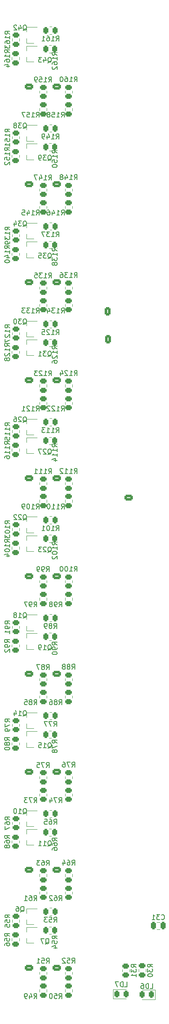
<source format=gbr>
%TF.GenerationSoftware,KiCad,Pcbnew,9.0.0*%
%TF.CreationDate,2025-03-21T01:21:14+03:00*%
%TF.ProjectId,MasterBoard,4d617374-6572-4426-9f61-72642e6b6963,rev?*%
%TF.SameCoordinates,Original*%
%TF.FileFunction,Legend,Bot*%
%TF.FilePolarity,Positive*%
%FSLAX46Y46*%
G04 Gerber Fmt 4.6, Leading zero omitted, Abs format (unit mm)*
G04 Created by KiCad (PCBNEW 9.0.0) date 2025-03-21 01:21:14*
%MOMM*%
%LPD*%
G01*
G04 APERTURE LIST*
G04 Aperture macros list*
%AMRoundRect*
0 Rectangle with rounded corners*
0 $1 Rounding radius*
0 $2 $3 $4 $5 $6 $7 $8 $9 X,Y pos of 4 corners*
0 Add a 4 corners polygon primitive as box body*
4,1,4,$2,$3,$4,$5,$6,$7,$8,$9,$2,$3,0*
0 Add four circle primitives for the rounded corners*
1,1,$1+$1,$2,$3*
1,1,$1+$1,$4,$5*
1,1,$1+$1,$6,$7*
1,1,$1+$1,$8,$9*
0 Add four rect primitives between the rounded corners*
20,1,$1+$1,$2,$3,$4,$5,0*
20,1,$1+$1,$4,$5,$6,$7,0*
20,1,$1+$1,$6,$7,$8,$9,0*
20,1,$1+$1,$8,$9,$2,$3,0*%
G04 Aperture macros list end*
%ADD10C,0.150000*%
%ADD11C,0.120000*%
%ADD12RoundRect,0.250000X-3.250000X-4.050000X3.250000X-4.050000X3.250000X4.050000X-3.250000X4.050000X0*%
%ADD13RoundRect,0.250000X-0.625000X0.350000X-0.625000X-0.350000X0.625000X-0.350000X0.625000X0.350000X0*%
%ADD14O,1.750000X1.200000*%
%ADD15C,1.500000*%
%ADD16RoundRect,0.250000X0.625000X-0.350000X0.625000X0.350000X-0.625000X0.350000X-0.625000X-0.350000X0*%
%ADD17C,3.250000*%
%ADD18R,1.500000X1.500000*%
%ADD19C,3.000000*%
%ADD20R,1.700000X1.700000*%
%ADD21O,1.700000X1.700000*%
%ADD22RoundRect,0.250000X-0.350000X-0.625000X0.350000X-0.625000X0.350000X0.625000X-0.350000X0.625000X0*%
%ADD23O,1.200000X1.750000*%
%ADD24C,1.700000*%
%ADD25C,1.100000*%
%ADD26R,2.030000X1.730000*%
%ADD27O,2.030000X1.730000*%
%ADD28C,3.500000*%
%ADD29RoundRect,0.250000X-0.262500X-0.450000X0.262500X-0.450000X0.262500X0.450000X-0.262500X0.450000X0*%
%ADD30RoundRect,0.250000X-0.450000X0.262500X-0.450000X-0.262500X0.450000X-0.262500X0.450000X0.262500X0*%
%ADD31R,0.900000X0.800000*%
%ADD32RoundRect,0.250000X0.450000X-0.262500X0.450000X0.262500X-0.450000X0.262500X-0.450000X-0.262500X0*%
%ADD33RoundRect,0.243750X-0.243750X-0.456250X0.243750X-0.456250X0.243750X0.456250X-0.243750X0.456250X0*%
%ADD34RoundRect,0.243750X0.243750X0.456250X-0.243750X0.456250X-0.243750X-0.456250X0.243750X-0.456250X0*%
%ADD35RoundRect,0.250000X0.250000X0.475000X-0.250000X0.475000X-0.250000X-0.475000X0.250000X-0.475000X0*%
G04 APERTURE END LIST*
D10*
X112927047Y-125225939D02*
X113260380Y-124749748D01*
X113498475Y-125225939D02*
X113498475Y-124225939D01*
X113498475Y-124225939D02*
X113117523Y-124225939D01*
X113117523Y-124225939D02*
X113022285Y-124273558D01*
X113022285Y-124273558D02*
X112974666Y-124321177D01*
X112974666Y-124321177D02*
X112927047Y-124416415D01*
X112927047Y-124416415D02*
X112927047Y-124559272D01*
X112927047Y-124559272D02*
X112974666Y-124654510D01*
X112974666Y-124654510D02*
X113022285Y-124702129D01*
X113022285Y-124702129D02*
X113117523Y-124749748D01*
X113117523Y-124749748D02*
X113498475Y-124749748D01*
X111974666Y-125225939D02*
X112546094Y-125225939D01*
X112260380Y-125225939D02*
X112260380Y-124225939D01*
X112260380Y-124225939D02*
X112355618Y-124368796D01*
X112355618Y-124368796D02*
X112450856Y-124464034D01*
X112450856Y-124464034D02*
X112546094Y-124511653D01*
X111022285Y-125225939D02*
X111593713Y-125225939D01*
X111307999Y-125225939D02*
X111307999Y-124225939D01*
X111307999Y-124225939D02*
X111403237Y-124368796D01*
X111403237Y-124368796D02*
X111498475Y-124464034D01*
X111498475Y-124464034D02*
X111593713Y-124511653D01*
X110688951Y-124225939D02*
X110069904Y-124225939D01*
X110069904Y-124225939D02*
X110403237Y-124606891D01*
X110403237Y-124606891D02*
X110260380Y-124606891D01*
X110260380Y-124606891D02*
X110165142Y-124654510D01*
X110165142Y-124654510D02*
X110117523Y-124702129D01*
X110117523Y-124702129D02*
X110069904Y-124797367D01*
X110069904Y-124797367D02*
X110069904Y-125035462D01*
X110069904Y-125035462D02*
X110117523Y-125130700D01*
X110117523Y-125130700D02*
X110165142Y-125178320D01*
X110165142Y-125178320D02*
X110260380Y-125225939D01*
X110260380Y-125225939D02*
X110546094Y-125225939D01*
X110546094Y-125225939D02*
X110641332Y-125178320D01*
X110641332Y-125178320D02*
X110688951Y-125130700D01*
X116100857Y-192290106D02*
X116434190Y-191813915D01*
X116672285Y-192290106D02*
X116672285Y-191290106D01*
X116672285Y-191290106D02*
X116291333Y-191290106D01*
X116291333Y-191290106D02*
X116196095Y-191337725D01*
X116196095Y-191337725D02*
X116148476Y-191385344D01*
X116148476Y-191385344D02*
X116100857Y-191480582D01*
X116100857Y-191480582D02*
X116100857Y-191623439D01*
X116100857Y-191623439D02*
X116148476Y-191718677D01*
X116148476Y-191718677D02*
X116196095Y-191766296D01*
X116196095Y-191766296D02*
X116291333Y-191813915D01*
X116291333Y-191813915D02*
X116672285Y-191813915D01*
X115767523Y-191290106D02*
X115100857Y-191290106D01*
X115100857Y-191290106D02*
X115529428Y-192290106D01*
X114291333Y-191290106D02*
X114481809Y-191290106D01*
X114481809Y-191290106D02*
X114577047Y-191337725D01*
X114577047Y-191337725D02*
X114624666Y-191385344D01*
X114624666Y-191385344D02*
X114719904Y-191528201D01*
X114719904Y-191528201D02*
X114767523Y-191718677D01*
X114767523Y-191718677D02*
X114767523Y-192099629D01*
X114767523Y-192099629D02*
X114719904Y-192194867D01*
X114719904Y-192194867D02*
X114672285Y-192242487D01*
X114672285Y-192242487D02*
X114577047Y-192290106D01*
X114577047Y-192290106D02*
X114386571Y-192290106D01*
X114386571Y-192290106D02*
X114291333Y-192242487D01*
X114291333Y-192242487D02*
X114243714Y-192194867D01*
X114243714Y-192194867D02*
X114196095Y-192099629D01*
X114196095Y-192099629D02*
X114196095Y-191861534D01*
X114196095Y-191861534D02*
X114243714Y-191766296D01*
X114243714Y-191766296D02*
X114291333Y-191718677D01*
X114291333Y-191718677D02*
X114386571Y-191671058D01*
X114386571Y-191671058D02*
X114577047Y-191671058D01*
X114577047Y-191671058D02*
X114672285Y-191718677D01*
X114672285Y-191718677D02*
X114719904Y-191766296D01*
X114719904Y-191766296D02*
X114767523Y-191861534D01*
X111248178Y-129608677D02*
X111343416Y-129561058D01*
X111343416Y-129561058D02*
X111438654Y-129465820D01*
X111438654Y-129465820D02*
X111581511Y-129322962D01*
X111581511Y-129322962D02*
X111676749Y-129275343D01*
X111676749Y-129275343D02*
X111771987Y-129275343D01*
X111724368Y-129513439D02*
X111819606Y-129465820D01*
X111819606Y-129465820D02*
X111914844Y-129370581D01*
X111914844Y-129370581D02*
X111962463Y-129180105D01*
X111962463Y-129180105D02*
X111962463Y-128846772D01*
X111962463Y-128846772D02*
X111914844Y-128656296D01*
X111914844Y-128656296D02*
X111819606Y-128561058D01*
X111819606Y-128561058D02*
X111724368Y-128513439D01*
X111724368Y-128513439D02*
X111533892Y-128513439D01*
X111533892Y-128513439D02*
X111438654Y-128561058D01*
X111438654Y-128561058D02*
X111343416Y-128656296D01*
X111343416Y-128656296D02*
X111295797Y-128846772D01*
X111295797Y-128846772D02*
X111295797Y-129180105D01*
X111295797Y-129180105D02*
X111343416Y-129370581D01*
X111343416Y-129370581D02*
X111438654Y-129465820D01*
X111438654Y-129465820D02*
X111533892Y-129513439D01*
X111533892Y-129513439D02*
X111724368Y-129513439D01*
X110914844Y-128608677D02*
X110867225Y-128561058D01*
X110867225Y-128561058D02*
X110771987Y-128513439D01*
X110771987Y-128513439D02*
X110533892Y-128513439D01*
X110533892Y-128513439D02*
X110438654Y-128561058D01*
X110438654Y-128561058D02*
X110391035Y-128608677D01*
X110391035Y-128608677D02*
X110343416Y-128703915D01*
X110343416Y-128703915D02*
X110343416Y-128799153D01*
X110343416Y-128799153D02*
X110391035Y-128942010D01*
X110391035Y-128942010D02*
X110962463Y-129513439D01*
X110962463Y-129513439D02*
X110343416Y-129513439D01*
X110010082Y-128513439D02*
X109343416Y-128513439D01*
X109343416Y-128513439D02*
X109771987Y-129513439D01*
X113977047Y-81636773D02*
X114310380Y-81160582D01*
X114548475Y-81636773D02*
X114548475Y-80636773D01*
X114548475Y-80636773D02*
X114167523Y-80636773D01*
X114167523Y-80636773D02*
X114072285Y-80684392D01*
X114072285Y-80684392D02*
X114024666Y-80732011D01*
X114024666Y-80732011D02*
X113977047Y-80827249D01*
X113977047Y-80827249D02*
X113977047Y-80970106D01*
X113977047Y-80970106D02*
X114024666Y-81065344D01*
X114024666Y-81065344D02*
X114072285Y-81112963D01*
X114072285Y-81112963D02*
X114167523Y-81160582D01*
X114167523Y-81160582D02*
X114548475Y-81160582D01*
X113024666Y-81636773D02*
X113596094Y-81636773D01*
X113310380Y-81636773D02*
X113310380Y-80636773D01*
X113310380Y-80636773D02*
X113405618Y-80779630D01*
X113405618Y-80779630D02*
X113500856Y-80874868D01*
X113500856Y-80874868D02*
X113596094Y-80922487D01*
X112167523Y-80970106D02*
X112167523Y-81636773D01*
X112405618Y-80589154D02*
X112643713Y-81303439D01*
X112643713Y-81303439D02*
X112024666Y-81303439D01*
X111215142Y-80636773D02*
X111405618Y-80636773D01*
X111405618Y-80636773D02*
X111500856Y-80684392D01*
X111500856Y-80684392D02*
X111548475Y-80732011D01*
X111548475Y-80732011D02*
X111643713Y-80874868D01*
X111643713Y-80874868D02*
X111691332Y-81065344D01*
X111691332Y-81065344D02*
X111691332Y-81446296D01*
X111691332Y-81446296D02*
X111643713Y-81541534D01*
X111643713Y-81541534D02*
X111596094Y-81589154D01*
X111596094Y-81589154D02*
X111500856Y-81636773D01*
X111500856Y-81636773D02*
X111310380Y-81636773D01*
X111310380Y-81636773D02*
X111215142Y-81589154D01*
X111215142Y-81589154D02*
X111167523Y-81541534D01*
X111167523Y-81541534D02*
X111119904Y-81446296D01*
X111119904Y-81446296D02*
X111119904Y-81208201D01*
X111119904Y-81208201D02*
X111167523Y-81112963D01*
X111167523Y-81112963D02*
X111215142Y-81065344D01*
X111215142Y-81065344D02*
X111310380Y-81017725D01*
X111310380Y-81017725D02*
X111500856Y-81017725D01*
X111500856Y-81017725D02*
X111596094Y-81065344D01*
X111596094Y-81065344D02*
X111643713Y-81112963D01*
X111643713Y-81112963D02*
X111691332Y-81208201D01*
X108450857Y-219015661D02*
X108784190Y-218539470D01*
X109022285Y-219015661D02*
X109022285Y-218015661D01*
X109022285Y-218015661D02*
X108641333Y-218015661D01*
X108641333Y-218015661D02*
X108546095Y-218063280D01*
X108546095Y-218063280D02*
X108498476Y-218110899D01*
X108498476Y-218110899D02*
X108450857Y-218206137D01*
X108450857Y-218206137D02*
X108450857Y-218348994D01*
X108450857Y-218348994D02*
X108498476Y-218444232D01*
X108498476Y-218444232D02*
X108546095Y-218491851D01*
X108546095Y-218491851D02*
X108641333Y-218539470D01*
X108641333Y-218539470D02*
X109022285Y-218539470D01*
X107593714Y-218015661D02*
X107784190Y-218015661D01*
X107784190Y-218015661D02*
X107879428Y-218063280D01*
X107879428Y-218063280D02*
X107927047Y-218110899D01*
X107927047Y-218110899D02*
X108022285Y-218253756D01*
X108022285Y-218253756D02*
X108069904Y-218444232D01*
X108069904Y-218444232D02*
X108069904Y-218825184D01*
X108069904Y-218825184D02*
X108022285Y-218920422D01*
X108022285Y-218920422D02*
X107974666Y-218968042D01*
X107974666Y-218968042D02*
X107879428Y-219015661D01*
X107879428Y-219015661D02*
X107688952Y-219015661D01*
X107688952Y-219015661D02*
X107593714Y-218968042D01*
X107593714Y-218968042D02*
X107546095Y-218920422D01*
X107546095Y-218920422D02*
X107498476Y-218825184D01*
X107498476Y-218825184D02*
X107498476Y-218587089D01*
X107498476Y-218587089D02*
X107546095Y-218491851D01*
X107546095Y-218491851D02*
X107593714Y-218444232D01*
X107593714Y-218444232D02*
X107688952Y-218396613D01*
X107688952Y-218396613D02*
X107879428Y-218396613D01*
X107879428Y-218396613D02*
X107974666Y-218444232D01*
X107974666Y-218444232D02*
X108022285Y-218491851D01*
X108022285Y-218491851D02*
X108069904Y-218587089D01*
X106546095Y-219015661D02*
X107117523Y-219015661D01*
X106831809Y-219015661D02*
X106831809Y-218015661D01*
X106831809Y-218015661D02*
X106927047Y-218158518D01*
X106927047Y-218158518D02*
X107022285Y-218253756D01*
X107022285Y-218253756D02*
X107117523Y-218301375D01*
X108450857Y-179764550D02*
X108784190Y-179288359D01*
X109022285Y-179764550D02*
X109022285Y-178764550D01*
X109022285Y-178764550D02*
X108641333Y-178764550D01*
X108641333Y-178764550D02*
X108546095Y-178812169D01*
X108546095Y-178812169D02*
X108498476Y-178859788D01*
X108498476Y-178859788D02*
X108450857Y-178955026D01*
X108450857Y-178955026D02*
X108450857Y-179097883D01*
X108450857Y-179097883D02*
X108498476Y-179193121D01*
X108498476Y-179193121D02*
X108546095Y-179240740D01*
X108546095Y-179240740D02*
X108641333Y-179288359D01*
X108641333Y-179288359D02*
X109022285Y-179288359D01*
X107879428Y-179193121D02*
X107974666Y-179145502D01*
X107974666Y-179145502D02*
X108022285Y-179097883D01*
X108022285Y-179097883D02*
X108069904Y-179002645D01*
X108069904Y-179002645D02*
X108069904Y-178955026D01*
X108069904Y-178955026D02*
X108022285Y-178859788D01*
X108022285Y-178859788D02*
X107974666Y-178812169D01*
X107974666Y-178812169D02*
X107879428Y-178764550D01*
X107879428Y-178764550D02*
X107688952Y-178764550D01*
X107688952Y-178764550D02*
X107593714Y-178812169D01*
X107593714Y-178812169D02*
X107546095Y-178859788D01*
X107546095Y-178859788D02*
X107498476Y-178955026D01*
X107498476Y-178955026D02*
X107498476Y-179002645D01*
X107498476Y-179002645D02*
X107546095Y-179097883D01*
X107546095Y-179097883D02*
X107593714Y-179145502D01*
X107593714Y-179145502D02*
X107688952Y-179193121D01*
X107688952Y-179193121D02*
X107879428Y-179193121D01*
X107879428Y-179193121D02*
X107974666Y-179240740D01*
X107974666Y-179240740D02*
X108022285Y-179288359D01*
X108022285Y-179288359D02*
X108069904Y-179383597D01*
X108069904Y-179383597D02*
X108069904Y-179574073D01*
X108069904Y-179574073D02*
X108022285Y-179669311D01*
X108022285Y-179669311D02*
X107974666Y-179716931D01*
X107974666Y-179716931D02*
X107879428Y-179764550D01*
X107879428Y-179764550D02*
X107688952Y-179764550D01*
X107688952Y-179764550D02*
X107593714Y-179716931D01*
X107593714Y-179716931D02*
X107546095Y-179669311D01*
X107546095Y-179669311D02*
X107498476Y-179574073D01*
X107498476Y-179574073D02*
X107498476Y-179383597D01*
X107498476Y-179383597D02*
X107546095Y-179288359D01*
X107546095Y-179288359D02*
X107593714Y-179240740D01*
X107593714Y-179240740D02*
X107688952Y-179193121D01*
X106593714Y-178764550D02*
X107069904Y-178764550D01*
X107069904Y-178764550D02*
X107117523Y-179240740D01*
X107117523Y-179240740D02*
X107069904Y-179193121D01*
X107069904Y-179193121D02*
X106974666Y-179145502D01*
X106974666Y-179145502D02*
X106736571Y-179145502D01*
X106736571Y-179145502D02*
X106641333Y-179193121D01*
X106641333Y-179193121D02*
X106593714Y-179240740D01*
X106593714Y-179240740D02*
X106546095Y-179335978D01*
X106546095Y-179335978D02*
X106546095Y-179574073D01*
X106546095Y-179574073D02*
X106593714Y-179669311D01*
X106593714Y-179669311D02*
X106641333Y-179716931D01*
X106641333Y-179716931D02*
X106736571Y-179764550D01*
X106736571Y-179764550D02*
X106974666Y-179764550D01*
X106974666Y-179764550D02*
X107069904Y-179716931D01*
X107069904Y-179716931D02*
X107117523Y-179669311D01*
X113977047Y-101262328D02*
X114310380Y-100786137D01*
X114548475Y-101262328D02*
X114548475Y-100262328D01*
X114548475Y-100262328D02*
X114167523Y-100262328D01*
X114167523Y-100262328D02*
X114072285Y-100309947D01*
X114072285Y-100309947D02*
X114024666Y-100357566D01*
X114024666Y-100357566D02*
X113977047Y-100452804D01*
X113977047Y-100452804D02*
X113977047Y-100595661D01*
X113977047Y-100595661D02*
X114024666Y-100690899D01*
X114024666Y-100690899D02*
X114072285Y-100738518D01*
X114072285Y-100738518D02*
X114167523Y-100786137D01*
X114167523Y-100786137D02*
X114548475Y-100786137D01*
X113024666Y-101262328D02*
X113596094Y-101262328D01*
X113310380Y-101262328D02*
X113310380Y-100262328D01*
X113310380Y-100262328D02*
X113405618Y-100405185D01*
X113405618Y-100405185D02*
X113500856Y-100500423D01*
X113500856Y-100500423D02*
X113596094Y-100548042D01*
X112691332Y-100262328D02*
X112072285Y-100262328D01*
X112072285Y-100262328D02*
X112405618Y-100643280D01*
X112405618Y-100643280D02*
X112262761Y-100643280D01*
X112262761Y-100643280D02*
X112167523Y-100690899D01*
X112167523Y-100690899D02*
X112119904Y-100738518D01*
X112119904Y-100738518D02*
X112072285Y-100833756D01*
X112072285Y-100833756D02*
X112072285Y-101071851D01*
X112072285Y-101071851D02*
X112119904Y-101167089D01*
X112119904Y-101167089D02*
X112167523Y-101214709D01*
X112167523Y-101214709D02*
X112262761Y-101262328D01*
X112262761Y-101262328D02*
X112548475Y-101262328D01*
X112548475Y-101262328D02*
X112643713Y-101214709D01*
X112643713Y-101214709D02*
X112691332Y-101167089D01*
X111215142Y-100595661D02*
X111215142Y-101262328D01*
X111453237Y-100214709D02*
X111691332Y-100928994D01*
X111691332Y-100928994D02*
X111072285Y-100928994D01*
X111248178Y-109983122D02*
X111343416Y-109935503D01*
X111343416Y-109935503D02*
X111438654Y-109840265D01*
X111438654Y-109840265D02*
X111581511Y-109697407D01*
X111581511Y-109697407D02*
X111676749Y-109649788D01*
X111676749Y-109649788D02*
X111771987Y-109649788D01*
X111724368Y-109887884D02*
X111819606Y-109840265D01*
X111819606Y-109840265D02*
X111914844Y-109745026D01*
X111914844Y-109745026D02*
X111962463Y-109554550D01*
X111962463Y-109554550D02*
X111962463Y-109221217D01*
X111962463Y-109221217D02*
X111914844Y-109030741D01*
X111914844Y-109030741D02*
X111819606Y-108935503D01*
X111819606Y-108935503D02*
X111724368Y-108887884D01*
X111724368Y-108887884D02*
X111533892Y-108887884D01*
X111533892Y-108887884D02*
X111438654Y-108935503D01*
X111438654Y-108935503D02*
X111343416Y-109030741D01*
X111343416Y-109030741D02*
X111295797Y-109221217D01*
X111295797Y-109221217D02*
X111295797Y-109554550D01*
X111295797Y-109554550D02*
X111343416Y-109745026D01*
X111343416Y-109745026D02*
X111438654Y-109840265D01*
X111438654Y-109840265D02*
X111533892Y-109887884D01*
X111533892Y-109887884D02*
X111724368Y-109887884D01*
X110962463Y-108887884D02*
X110343416Y-108887884D01*
X110343416Y-108887884D02*
X110676749Y-109268836D01*
X110676749Y-109268836D02*
X110533892Y-109268836D01*
X110533892Y-109268836D02*
X110438654Y-109316455D01*
X110438654Y-109316455D02*
X110391035Y-109364074D01*
X110391035Y-109364074D02*
X110343416Y-109459312D01*
X110343416Y-109459312D02*
X110343416Y-109697407D01*
X110343416Y-109697407D02*
X110391035Y-109792645D01*
X110391035Y-109792645D02*
X110438654Y-109840265D01*
X110438654Y-109840265D02*
X110533892Y-109887884D01*
X110533892Y-109887884D02*
X110819606Y-109887884D01*
X110819606Y-109887884D02*
X110914844Y-109840265D01*
X110914844Y-109840265D02*
X110962463Y-109792645D01*
X109391035Y-109887884D02*
X109962463Y-109887884D01*
X109676749Y-109887884D02*
X109676749Y-108887884D01*
X109676749Y-108887884D02*
X109771987Y-109030741D01*
X109771987Y-109030741D02*
X109867225Y-109125979D01*
X109867225Y-109125979D02*
X109962463Y-109173598D01*
X116100857Y-231541217D02*
X116434190Y-231065026D01*
X116672285Y-231541217D02*
X116672285Y-230541217D01*
X116672285Y-230541217D02*
X116291333Y-230541217D01*
X116291333Y-230541217D02*
X116196095Y-230588836D01*
X116196095Y-230588836D02*
X116148476Y-230636455D01*
X116148476Y-230636455D02*
X116100857Y-230731693D01*
X116100857Y-230731693D02*
X116100857Y-230874550D01*
X116100857Y-230874550D02*
X116148476Y-230969788D01*
X116148476Y-230969788D02*
X116196095Y-231017407D01*
X116196095Y-231017407D02*
X116291333Y-231065026D01*
X116291333Y-231065026D02*
X116672285Y-231065026D01*
X115196095Y-230541217D02*
X115672285Y-230541217D01*
X115672285Y-230541217D02*
X115719904Y-231017407D01*
X115719904Y-231017407D02*
X115672285Y-230969788D01*
X115672285Y-230969788D02*
X115577047Y-230922169D01*
X115577047Y-230922169D02*
X115338952Y-230922169D01*
X115338952Y-230922169D02*
X115243714Y-230969788D01*
X115243714Y-230969788D02*
X115196095Y-231017407D01*
X115196095Y-231017407D02*
X115148476Y-231112645D01*
X115148476Y-231112645D02*
X115148476Y-231350740D01*
X115148476Y-231350740D02*
X115196095Y-231445978D01*
X115196095Y-231445978D02*
X115243714Y-231493598D01*
X115243714Y-231493598D02*
X115338952Y-231541217D01*
X115338952Y-231541217D02*
X115577047Y-231541217D01*
X115577047Y-231541217D02*
X115672285Y-231493598D01*
X115672285Y-231493598D02*
X115719904Y-231445978D01*
X114767523Y-230636455D02*
X114719904Y-230588836D01*
X114719904Y-230588836D02*
X114624666Y-230541217D01*
X114624666Y-230541217D02*
X114386571Y-230541217D01*
X114386571Y-230541217D02*
X114291333Y-230588836D01*
X114291333Y-230588836D02*
X114243714Y-230636455D01*
X114243714Y-230636455D02*
X114196095Y-230731693D01*
X114196095Y-230731693D02*
X114196095Y-230826931D01*
X114196095Y-230826931D02*
X114243714Y-230969788D01*
X114243714Y-230969788D02*
X114815142Y-231541217D01*
X114815142Y-231541217D02*
X114196095Y-231541217D01*
X112927047Y-105600384D02*
X113260380Y-105124193D01*
X113498475Y-105600384D02*
X113498475Y-104600384D01*
X113498475Y-104600384D02*
X113117523Y-104600384D01*
X113117523Y-104600384D02*
X113022285Y-104648003D01*
X113022285Y-104648003D02*
X112974666Y-104695622D01*
X112974666Y-104695622D02*
X112927047Y-104790860D01*
X112927047Y-104790860D02*
X112927047Y-104933717D01*
X112927047Y-104933717D02*
X112974666Y-105028955D01*
X112974666Y-105028955D02*
X113022285Y-105076574D01*
X113022285Y-105076574D02*
X113117523Y-105124193D01*
X113117523Y-105124193D02*
X113498475Y-105124193D01*
X111974666Y-105600384D02*
X112546094Y-105600384D01*
X112260380Y-105600384D02*
X112260380Y-104600384D01*
X112260380Y-104600384D02*
X112355618Y-104743241D01*
X112355618Y-104743241D02*
X112450856Y-104838479D01*
X112450856Y-104838479D02*
X112546094Y-104886098D01*
X111593713Y-104695622D02*
X111546094Y-104648003D01*
X111546094Y-104648003D02*
X111450856Y-104600384D01*
X111450856Y-104600384D02*
X111212761Y-104600384D01*
X111212761Y-104600384D02*
X111117523Y-104648003D01*
X111117523Y-104648003D02*
X111069904Y-104695622D01*
X111069904Y-104695622D02*
X111022285Y-104790860D01*
X111022285Y-104790860D02*
X111022285Y-104886098D01*
X111022285Y-104886098D02*
X111069904Y-105028955D01*
X111069904Y-105028955D02*
X111641332Y-105600384D01*
X111641332Y-105600384D02*
X111022285Y-105600384D01*
X110117523Y-104600384D02*
X110593713Y-104600384D01*
X110593713Y-104600384D02*
X110641332Y-105076574D01*
X110641332Y-105076574D02*
X110593713Y-105028955D01*
X110593713Y-105028955D02*
X110498475Y-104981336D01*
X110498475Y-104981336D02*
X110260380Y-104981336D01*
X110260380Y-104981336D02*
X110165142Y-105028955D01*
X110165142Y-105028955D02*
X110117523Y-105076574D01*
X110117523Y-105076574D02*
X110069904Y-105171812D01*
X110069904Y-105171812D02*
X110069904Y-105409907D01*
X110069904Y-105409907D02*
X110117523Y-105505145D01*
X110117523Y-105505145D02*
X110165142Y-105552765D01*
X110165142Y-105552765D02*
X110260380Y-105600384D01*
X110260380Y-105600384D02*
X110498475Y-105600384D01*
X110498475Y-105600384D02*
X110593713Y-105552765D01*
X110593713Y-105552765D02*
X110641332Y-105505145D01*
X103612819Y-45362350D02*
X103136628Y-45029017D01*
X103612819Y-44790922D02*
X102612819Y-44790922D01*
X102612819Y-44790922D02*
X102612819Y-45171874D01*
X102612819Y-45171874D02*
X102660438Y-45267112D01*
X102660438Y-45267112D02*
X102708057Y-45314731D01*
X102708057Y-45314731D02*
X102803295Y-45362350D01*
X102803295Y-45362350D02*
X102946152Y-45362350D01*
X102946152Y-45362350D02*
X103041390Y-45314731D01*
X103041390Y-45314731D02*
X103089009Y-45267112D01*
X103089009Y-45267112D02*
X103136628Y-45171874D01*
X103136628Y-45171874D02*
X103136628Y-44790922D01*
X103612819Y-46314731D02*
X103612819Y-45743303D01*
X103612819Y-46029017D02*
X102612819Y-46029017D01*
X102612819Y-46029017D02*
X102755676Y-45933779D01*
X102755676Y-45933779D02*
X102850914Y-45838541D01*
X102850914Y-45838541D02*
X102898533Y-45743303D01*
X102612819Y-47171874D02*
X102612819Y-46981398D01*
X102612819Y-46981398D02*
X102660438Y-46886160D01*
X102660438Y-46886160D02*
X102708057Y-46838541D01*
X102708057Y-46838541D02*
X102850914Y-46743303D01*
X102850914Y-46743303D02*
X103041390Y-46695684D01*
X103041390Y-46695684D02*
X103422342Y-46695684D01*
X103422342Y-46695684D02*
X103517580Y-46743303D01*
X103517580Y-46743303D02*
X103565200Y-46790922D01*
X103565200Y-46790922D02*
X103612819Y-46886160D01*
X103612819Y-46886160D02*
X103612819Y-47076636D01*
X103612819Y-47076636D02*
X103565200Y-47171874D01*
X103565200Y-47171874D02*
X103517580Y-47219493D01*
X103517580Y-47219493D02*
X103422342Y-47267112D01*
X103422342Y-47267112D02*
X103184247Y-47267112D01*
X103184247Y-47267112D02*
X103089009Y-47219493D01*
X103089009Y-47219493D02*
X103041390Y-47171874D01*
X103041390Y-47171874D02*
X102993771Y-47076636D01*
X102993771Y-47076636D02*
X102993771Y-46886160D01*
X102993771Y-46886160D02*
X103041390Y-46790922D01*
X103041390Y-46790922D02*
X103089009Y-46743303D01*
X103089009Y-46743303D02*
X103184247Y-46695684D01*
X102612819Y-47600446D02*
X102612819Y-48219493D01*
X102612819Y-48219493D02*
X102993771Y-47886160D01*
X102993771Y-47886160D02*
X102993771Y-48029017D01*
X102993771Y-48029017D02*
X103041390Y-48124255D01*
X103041390Y-48124255D02*
X103089009Y-48171874D01*
X103089009Y-48171874D02*
X103184247Y-48219493D01*
X103184247Y-48219493D02*
X103422342Y-48219493D01*
X103422342Y-48219493D02*
X103517580Y-48171874D01*
X103517580Y-48171874D02*
X103565200Y-48124255D01*
X103565200Y-48124255D02*
X103612819Y-48029017D01*
X103612819Y-48029017D02*
X103612819Y-47743303D01*
X103612819Y-47743303D02*
X103565200Y-47648065D01*
X103565200Y-47648065D02*
X103517580Y-47600446D01*
X113131569Y-128089572D02*
X112655378Y-127756239D01*
X113131569Y-127518144D02*
X112131569Y-127518144D01*
X112131569Y-127518144D02*
X112131569Y-127899096D01*
X112131569Y-127899096D02*
X112179188Y-127994334D01*
X112179188Y-127994334D02*
X112226807Y-128041953D01*
X112226807Y-128041953D02*
X112322045Y-128089572D01*
X112322045Y-128089572D02*
X112464902Y-128089572D01*
X112464902Y-128089572D02*
X112560140Y-128041953D01*
X112560140Y-128041953D02*
X112607759Y-127994334D01*
X112607759Y-127994334D02*
X112655378Y-127899096D01*
X112655378Y-127899096D02*
X112655378Y-127518144D01*
X113131569Y-129041953D02*
X113131569Y-128470525D01*
X113131569Y-128756239D02*
X112131569Y-128756239D01*
X112131569Y-128756239D02*
X112274426Y-128661001D01*
X112274426Y-128661001D02*
X112369664Y-128565763D01*
X112369664Y-128565763D02*
X112417283Y-128470525D01*
X113131569Y-129994334D02*
X113131569Y-129422906D01*
X113131569Y-129708620D02*
X112131569Y-129708620D01*
X112131569Y-129708620D02*
X112274426Y-129613382D01*
X112274426Y-129613382D02*
X112369664Y-129518144D01*
X112369664Y-129518144D02*
X112417283Y-129422906D01*
X112464902Y-130851477D02*
X113131569Y-130851477D01*
X112083950Y-130613382D02*
X112798235Y-130375287D01*
X112798235Y-130375287D02*
X112798235Y-130994334D01*
X108927047Y-81636773D02*
X109260380Y-81160582D01*
X109498475Y-81636773D02*
X109498475Y-80636773D01*
X109498475Y-80636773D02*
X109117523Y-80636773D01*
X109117523Y-80636773D02*
X109022285Y-80684392D01*
X109022285Y-80684392D02*
X108974666Y-80732011D01*
X108974666Y-80732011D02*
X108927047Y-80827249D01*
X108927047Y-80827249D02*
X108927047Y-80970106D01*
X108927047Y-80970106D02*
X108974666Y-81065344D01*
X108974666Y-81065344D02*
X109022285Y-81112963D01*
X109022285Y-81112963D02*
X109117523Y-81160582D01*
X109117523Y-81160582D02*
X109498475Y-81160582D01*
X107974666Y-81636773D02*
X108546094Y-81636773D01*
X108260380Y-81636773D02*
X108260380Y-80636773D01*
X108260380Y-80636773D02*
X108355618Y-80779630D01*
X108355618Y-80779630D02*
X108450856Y-80874868D01*
X108450856Y-80874868D02*
X108546094Y-80922487D01*
X107117523Y-80970106D02*
X107117523Y-81636773D01*
X107355618Y-80589154D02*
X107593713Y-81303439D01*
X107593713Y-81303439D02*
X106974666Y-81303439D01*
X106117523Y-80636773D02*
X106593713Y-80636773D01*
X106593713Y-80636773D02*
X106641332Y-81112963D01*
X106641332Y-81112963D02*
X106593713Y-81065344D01*
X106593713Y-81065344D02*
X106498475Y-81017725D01*
X106498475Y-81017725D02*
X106260380Y-81017725D01*
X106260380Y-81017725D02*
X106165142Y-81065344D01*
X106165142Y-81065344D02*
X106117523Y-81112963D01*
X106117523Y-81112963D02*
X106069904Y-81208201D01*
X106069904Y-81208201D02*
X106069904Y-81446296D01*
X106069904Y-81446296D02*
X106117523Y-81541534D01*
X106117523Y-81541534D02*
X106165142Y-81589154D01*
X106165142Y-81589154D02*
X106260380Y-81636773D01*
X106260380Y-81636773D02*
X106498475Y-81636773D01*
X106498475Y-81636773D02*
X106593713Y-81589154D01*
X106593713Y-81589154D02*
X106641332Y-81541534D01*
X103612819Y-64987906D02*
X103136628Y-64654573D01*
X103612819Y-64416478D02*
X102612819Y-64416478D01*
X102612819Y-64416478D02*
X102612819Y-64797430D01*
X102612819Y-64797430D02*
X102660438Y-64892668D01*
X102660438Y-64892668D02*
X102708057Y-64940287D01*
X102708057Y-64940287D02*
X102803295Y-64987906D01*
X102803295Y-64987906D02*
X102946152Y-64987906D01*
X102946152Y-64987906D02*
X103041390Y-64940287D01*
X103041390Y-64940287D02*
X103089009Y-64892668D01*
X103089009Y-64892668D02*
X103136628Y-64797430D01*
X103136628Y-64797430D02*
X103136628Y-64416478D01*
X103612819Y-65940287D02*
X103612819Y-65368859D01*
X103612819Y-65654573D02*
X102612819Y-65654573D01*
X102612819Y-65654573D02*
X102755676Y-65559335D01*
X102755676Y-65559335D02*
X102850914Y-65464097D01*
X102850914Y-65464097D02*
X102898533Y-65368859D01*
X102612819Y-66845049D02*
X102612819Y-66368859D01*
X102612819Y-66368859D02*
X103089009Y-66321240D01*
X103089009Y-66321240D02*
X103041390Y-66368859D01*
X103041390Y-66368859D02*
X102993771Y-66464097D01*
X102993771Y-66464097D02*
X102993771Y-66702192D01*
X102993771Y-66702192D02*
X103041390Y-66797430D01*
X103041390Y-66797430D02*
X103089009Y-66845049D01*
X103089009Y-66845049D02*
X103184247Y-66892668D01*
X103184247Y-66892668D02*
X103422342Y-66892668D01*
X103422342Y-66892668D02*
X103517580Y-66845049D01*
X103517580Y-66845049D02*
X103565200Y-66797430D01*
X103565200Y-66797430D02*
X103612819Y-66702192D01*
X103612819Y-66702192D02*
X103612819Y-66464097D01*
X103612819Y-66464097D02*
X103565200Y-66368859D01*
X103565200Y-66368859D02*
X103517580Y-66321240D01*
X103612819Y-67845049D02*
X103612819Y-67273621D01*
X103612819Y-67559335D02*
X102612819Y-67559335D01*
X102612819Y-67559335D02*
X102755676Y-67464097D01*
X102755676Y-67464097D02*
X102850914Y-67368859D01*
X102850914Y-67368859D02*
X102898533Y-67273621D01*
X113131569Y-167816873D02*
X112655378Y-167483540D01*
X113131569Y-167245445D02*
X112131569Y-167245445D01*
X112131569Y-167245445D02*
X112131569Y-167626397D01*
X112131569Y-167626397D02*
X112179188Y-167721635D01*
X112179188Y-167721635D02*
X112226807Y-167769254D01*
X112226807Y-167769254D02*
X112322045Y-167816873D01*
X112322045Y-167816873D02*
X112464902Y-167816873D01*
X112464902Y-167816873D02*
X112560140Y-167769254D01*
X112560140Y-167769254D02*
X112607759Y-167721635D01*
X112607759Y-167721635D02*
X112655378Y-167626397D01*
X112655378Y-167626397D02*
X112655378Y-167245445D01*
X113131569Y-168293064D02*
X113131569Y-168483540D01*
X113131569Y-168483540D02*
X113083950Y-168578778D01*
X113083950Y-168578778D02*
X113036330Y-168626397D01*
X113036330Y-168626397D02*
X112893473Y-168721635D01*
X112893473Y-168721635D02*
X112702997Y-168769254D01*
X112702997Y-168769254D02*
X112322045Y-168769254D01*
X112322045Y-168769254D02*
X112226807Y-168721635D01*
X112226807Y-168721635D02*
X112179188Y-168674016D01*
X112179188Y-168674016D02*
X112131569Y-168578778D01*
X112131569Y-168578778D02*
X112131569Y-168388302D01*
X112131569Y-168388302D02*
X112179188Y-168293064D01*
X112179188Y-168293064D02*
X112226807Y-168245445D01*
X112226807Y-168245445D02*
X112322045Y-168197826D01*
X112322045Y-168197826D02*
X112560140Y-168197826D01*
X112560140Y-168197826D02*
X112655378Y-168245445D01*
X112655378Y-168245445D02*
X112702997Y-168293064D01*
X112702997Y-168293064D02*
X112750616Y-168388302D01*
X112750616Y-168388302D02*
X112750616Y-168578778D01*
X112750616Y-168578778D02*
X112702997Y-168674016D01*
X112702997Y-168674016D02*
X112655378Y-168721635D01*
X112655378Y-168721635D02*
X112560140Y-168769254D01*
X112131569Y-169388302D02*
X112131569Y-169483540D01*
X112131569Y-169483540D02*
X112179188Y-169578778D01*
X112179188Y-169578778D02*
X112226807Y-169626397D01*
X112226807Y-169626397D02*
X112322045Y-169674016D01*
X112322045Y-169674016D02*
X112512521Y-169721635D01*
X112512521Y-169721635D02*
X112750616Y-169721635D01*
X112750616Y-169721635D02*
X112941092Y-169674016D01*
X112941092Y-169674016D02*
X113036330Y-169626397D01*
X113036330Y-169626397D02*
X113083950Y-169578778D01*
X113083950Y-169578778D02*
X113131569Y-169483540D01*
X113131569Y-169483540D02*
X113131569Y-169388302D01*
X113131569Y-169388302D02*
X113083950Y-169293064D01*
X113083950Y-169293064D02*
X113036330Y-169245445D01*
X113036330Y-169245445D02*
X112941092Y-169197826D01*
X112941092Y-169197826D02*
X112750616Y-169150207D01*
X112750616Y-169150207D02*
X112512521Y-169150207D01*
X112512521Y-169150207D02*
X112322045Y-169197826D01*
X112322045Y-169197826D02*
X112226807Y-169245445D01*
X112226807Y-169245445D02*
X112179188Y-169293064D01*
X112179188Y-169293064D02*
X112131569Y-169388302D01*
X116577047Y-94162328D02*
X116910380Y-93686137D01*
X117148475Y-94162328D02*
X117148475Y-93162328D01*
X117148475Y-93162328D02*
X116767523Y-93162328D01*
X116767523Y-93162328D02*
X116672285Y-93209947D01*
X116672285Y-93209947D02*
X116624666Y-93257566D01*
X116624666Y-93257566D02*
X116577047Y-93352804D01*
X116577047Y-93352804D02*
X116577047Y-93495661D01*
X116577047Y-93495661D02*
X116624666Y-93590899D01*
X116624666Y-93590899D02*
X116672285Y-93638518D01*
X116672285Y-93638518D02*
X116767523Y-93686137D01*
X116767523Y-93686137D02*
X117148475Y-93686137D01*
X115624666Y-94162328D02*
X116196094Y-94162328D01*
X115910380Y-94162328D02*
X115910380Y-93162328D01*
X115910380Y-93162328D02*
X116005618Y-93305185D01*
X116005618Y-93305185D02*
X116100856Y-93400423D01*
X116100856Y-93400423D02*
X116196094Y-93448042D01*
X115291332Y-93162328D02*
X114672285Y-93162328D01*
X114672285Y-93162328D02*
X115005618Y-93543280D01*
X115005618Y-93543280D02*
X114862761Y-93543280D01*
X114862761Y-93543280D02*
X114767523Y-93590899D01*
X114767523Y-93590899D02*
X114719904Y-93638518D01*
X114719904Y-93638518D02*
X114672285Y-93733756D01*
X114672285Y-93733756D02*
X114672285Y-93971851D01*
X114672285Y-93971851D02*
X114719904Y-94067089D01*
X114719904Y-94067089D02*
X114767523Y-94114709D01*
X114767523Y-94114709D02*
X114862761Y-94162328D01*
X114862761Y-94162328D02*
X115148475Y-94162328D01*
X115148475Y-94162328D02*
X115243713Y-94114709D01*
X115243713Y-94114709D02*
X115291332Y-94067089D01*
X113815142Y-93162328D02*
X114005618Y-93162328D01*
X114005618Y-93162328D02*
X114100856Y-93209947D01*
X114100856Y-93209947D02*
X114148475Y-93257566D01*
X114148475Y-93257566D02*
X114243713Y-93400423D01*
X114243713Y-93400423D02*
X114291332Y-93590899D01*
X114291332Y-93590899D02*
X114291332Y-93971851D01*
X114291332Y-93971851D02*
X114243713Y-94067089D01*
X114243713Y-94067089D02*
X114196094Y-94114709D01*
X114196094Y-94114709D02*
X114100856Y-94162328D01*
X114100856Y-94162328D02*
X113910380Y-94162328D01*
X113910380Y-94162328D02*
X113815142Y-94114709D01*
X113815142Y-94114709D02*
X113767523Y-94067089D01*
X113767523Y-94067089D02*
X113719904Y-93971851D01*
X113719904Y-93971851D02*
X113719904Y-93733756D01*
X113719904Y-93733756D02*
X113767523Y-93638518D01*
X113767523Y-93638518D02*
X113815142Y-93590899D01*
X113815142Y-93590899D02*
X113910380Y-93543280D01*
X113910380Y-93543280D02*
X114100856Y-93543280D01*
X114100856Y-93543280D02*
X114196094Y-93590899D01*
X114196094Y-93590899D02*
X114243713Y-93638518D01*
X114243713Y-93638518D02*
X114291332Y-93733756D01*
X111427047Y-133463439D02*
X111760380Y-132987248D01*
X111998475Y-133463439D02*
X111998475Y-132463439D01*
X111998475Y-132463439D02*
X111617523Y-132463439D01*
X111617523Y-132463439D02*
X111522285Y-132511058D01*
X111522285Y-132511058D02*
X111474666Y-132558677D01*
X111474666Y-132558677D02*
X111427047Y-132653915D01*
X111427047Y-132653915D02*
X111427047Y-132796772D01*
X111427047Y-132796772D02*
X111474666Y-132892010D01*
X111474666Y-132892010D02*
X111522285Y-132939629D01*
X111522285Y-132939629D02*
X111617523Y-132987248D01*
X111617523Y-132987248D02*
X111998475Y-132987248D01*
X110474666Y-133463439D02*
X111046094Y-133463439D01*
X110760380Y-133463439D02*
X110760380Y-132463439D01*
X110760380Y-132463439D02*
X110855618Y-132606296D01*
X110855618Y-132606296D02*
X110950856Y-132701534D01*
X110950856Y-132701534D02*
X111046094Y-132749153D01*
X109522285Y-133463439D02*
X110093713Y-133463439D01*
X109807999Y-133463439D02*
X109807999Y-132463439D01*
X109807999Y-132463439D02*
X109903237Y-132606296D01*
X109903237Y-132606296D02*
X109998475Y-132701534D01*
X109998475Y-132701534D02*
X110093713Y-132749153D01*
X108569904Y-133463439D02*
X109141332Y-133463439D01*
X108855618Y-133463439D02*
X108855618Y-132463439D01*
X108855618Y-132463439D02*
X108950856Y-132606296D01*
X108950856Y-132606296D02*
X109046094Y-132701534D01*
X109046094Y-132701534D02*
X109141332Y-132749153D01*
X113131569Y-226693540D02*
X112655378Y-226360207D01*
X113131569Y-226122112D02*
X112131569Y-226122112D01*
X112131569Y-226122112D02*
X112131569Y-226503064D01*
X112131569Y-226503064D02*
X112179188Y-226598302D01*
X112179188Y-226598302D02*
X112226807Y-226645921D01*
X112226807Y-226645921D02*
X112322045Y-226693540D01*
X112322045Y-226693540D02*
X112464902Y-226693540D01*
X112464902Y-226693540D02*
X112560140Y-226645921D01*
X112560140Y-226645921D02*
X112607759Y-226598302D01*
X112607759Y-226598302D02*
X112655378Y-226503064D01*
X112655378Y-226503064D02*
X112655378Y-226122112D01*
X112131569Y-227598302D02*
X112131569Y-227122112D01*
X112131569Y-227122112D02*
X112607759Y-227074493D01*
X112607759Y-227074493D02*
X112560140Y-227122112D01*
X112560140Y-227122112D02*
X112512521Y-227217350D01*
X112512521Y-227217350D02*
X112512521Y-227455445D01*
X112512521Y-227455445D02*
X112560140Y-227550683D01*
X112560140Y-227550683D02*
X112607759Y-227598302D01*
X112607759Y-227598302D02*
X112702997Y-227645921D01*
X112702997Y-227645921D02*
X112941092Y-227645921D01*
X112941092Y-227645921D02*
X113036330Y-227598302D01*
X113036330Y-227598302D02*
X113083950Y-227550683D01*
X113083950Y-227550683D02*
X113131569Y-227455445D01*
X113131569Y-227455445D02*
X113131569Y-227217350D01*
X113131569Y-227217350D02*
X113083950Y-227122112D01*
X113083950Y-227122112D02*
X113036330Y-227074493D01*
X112464902Y-228503064D02*
X113131569Y-228503064D01*
X112083950Y-228264969D02*
X112798235Y-228026874D01*
X112798235Y-228026874D02*
X112798235Y-228645921D01*
X111427047Y-54961217D02*
X111760380Y-54485026D01*
X111998475Y-54961217D02*
X111998475Y-53961217D01*
X111998475Y-53961217D02*
X111617523Y-53961217D01*
X111617523Y-53961217D02*
X111522285Y-54008836D01*
X111522285Y-54008836D02*
X111474666Y-54056455D01*
X111474666Y-54056455D02*
X111427047Y-54151693D01*
X111427047Y-54151693D02*
X111427047Y-54294550D01*
X111427047Y-54294550D02*
X111474666Y-54389788D01*
X111474666Y-54389788D02*
X111522285Y-54437407D01*
X111522285Y-54437407D02*
X111617523Y-54485026D01*
X111617523Y-54485026D02*
X111998475Y-54485026D01*
X110474666Y-54961217D02*
X111046094Y-54961217D01*
X110760380Y-54961217D02*
X110760380Y-53961217D01*
X110760380Y-53961217D02*
X110855618Y-54104074D01*
X110855618Y-54104074D02*
X110950856Y-54199312D01*
X110950856Y-54199312D02*
X111046094Y-54246931D01*
X109569904Y-53961217D02*
X110046094Y-53961217D01*
X110046094Y-53961217D02*
X110093713Y-54437407D01*
X110093713Y-54437407D02*
X110046094Y-54389788D01*
X110046094Y-54389788D02*
X109950856Y-54342169D01*
X109950856Y-54342169D02*
X109712761Y-54342169D01*
X109712761Y-54342169D02*
X109617523Y-54389788D01*
X109617523Y-54389788D02*
X109569904Y-54437407D01*
X109569904Y-54437407D02*
X109522285Y-54532645D01*
X109522285Y-54532645D02*
X109522285Y-54770740D01*
X109522285Y-54770740D02*
X109569904Y-54865978D01*
X109569904Y-54865978D02*
X109617523Y-54913598D01*
X109617523Y-54913598D02*
X109712761Y-54961217D01*
X109712761Y-54961217D02*
X109950856Y-54961217D01*
X109950856Y-54961217D02*
X110046094Y-54913598D01*
X110046094Y-54913598D02*
X110093713Y-54865978D01*
X109046094Y-54961217D02*
X108855618Y-54961217D01*
X108855618Y-54961217D02*
X108760380Y-54913598D01*
X108760380Y-54913598D02*
X108712761Y-54865978D01*
X108712761Y-54865978D02*
X108617523Y-54723121D01*
X108617523Y-54723121D02*
X108569904Y-54532645D01*
X108569904Y-54532645D02*
X108569904Y-54151693D01*
X108569904Y-54151693D02*
X108617523Y-54056455D01*
X108617523Y-54056455D02*
X108665142Y-54008836D01*
X108665142Y-54008836D02*
X108760380Y-53961217D01*
X108760380Y-53961217D02*
X108950856Y-53961217D01*
X108950856Y-53961217D02*
X109046094Y-54008836D01*
X109046094Y-54008836D02*
X109093713Y-54056455D01*
X109093713Y-54056455D02*
X109141332Y-54151693D01*
X109141332Y-54151693D02*
X109141332Y-54389788D01*
X109141332Y-54389788D02*
X109093713Y-54485026D01*
X109093713Y-54485026D02*
X109046094Y-54532645D01*
X109046094Y-54532645D02*
X108950856Y-54580264D01*
X108950856Y-54580264D02*
X108760380Y-54580264D01*
X108760380Y-54580264D02*
X108665142Y-54532645D01*
X108665142Y-54532645D02*
X108617523Y-54485026D01*
X108617523Y-54485026D02*
X108569904Y-54389788D01*
X113977047Y-140513439D02*
X114310380Y-140037248D01*
X114548475Y-140513439D02*
X114548475Y-139513439D01*
X114548475Y-139513439D02*
X114167523Y-139513439D01*
X114167523Y-139513439D02*
X114072285Y-139561058D01*
X114072285Y-139561058D02*
X114024666Y-139608677D01*
X114024666Y-139608677D02*
X113977047Y-139703915D01*
X113977047Y-139703915D02*
X113977047Y-139846772D01*
X113977047Y-139846772D02*
X114024666Y-139942010D01*
X114024666Y-139942010D02*
X114072285Y-139989629D01*
X114072285Y-139989629D02*
X114167523Y-140037248D01*
X114167523Y-140037248D02*
X114548475Y-140037248D01*
X113024666Y-140513439D02*
X113596094Y-140513439D01*
X113310380Y-140513439D02*
X113310380Y-139513439D01*
X113310380Y-139513439D02*
X113405618Y-139656296D01*
X113405618Y-139656296D02*
X113500856Y-139751534D01*
X113500856Y-139751534D02*
X113596094Y-139799153D01*
X112072285Y-140513439D02*
X112643713Y-140513439D01*
X112357999Y-140513439D02*
X112357999Y-139513439D01*
X112357999Y-139513439D02*
X112453237Y-139656296D01*
X112453237Y-139656296D02*
X112548475Y-139751534D01*
X112548475Y-139751534D02*
X112643713Y-139799153D01*
X111453237Y-139513439D02*
X111357999Y-139513439D01*
X111357999Y-139513439D02*
X111262761Y-139561058D01*
X111262761Y-139561058D02*
X111215142Y-139608677D01*
X111215142Y-139608677D02*
X111167523Y-139703915D01*
X111167523Y-139703915D02*
X111119904Y-139894391D01*
X111119904Y-139894391D02*
X111119904Y-140132486D01*
X111119904Y-140132486D02*
X111167523Y-140322962D01*
X111167523Y-140322962D02*
X111215142Y-140418200D01*
X111215142Y-140418200D02*
X111262761Y-140465820D01*
X111262761Y-140465820D02*
X111357999Y-140513439D01*
X111357999Y-140513439D02*
X111453237Y-140513439D01*
X111453237Y-140513439D02*
X111548475Y-140465820D01*
X111548475Y-140465820D02*
X111596094Y-140418200D01*
X111596094Y-140418200D02*
X111643713Y-140322962D01*
X111643713Y-140322962D02*
X111691332Y-140132486D01*
X111691332Y-140132486D02*
X111691332Y-139894391D01*
X111691332Y-139894391D02*
X111643713Y-139703915D01*
X111643713Y-139703915D02*
X111596094Y-139608677D01*
X111596094Y-139608677D02*
X111548475Y-139561058D01*
X111548475Y-139561058D02*
X111453237Y-139513439D01*
X126729666Y-236311217D02*
X127205856Y-236311217D01*
X127205856Y-236311217D02*
X127205856Y-235311217D01*
X126396332Y-236311217D02*
X126396332Y-235311217D01*
X126396332Y-235311217D02*
X126158237Y-235311217D01*
X126158237Y-235311217D02*
X126015380Y-235358836D01*
X126015380Y-235358836D02*
X125920142Y-235454074D01*
X125920142Y-235454074D02*
X125872523Y-235549312D01*
X125872523Y-235549312D02*
X125824904Y-235739788D01*
X125824904Y-235739788D02*
X125824904Y-235882645D01*
X125824904Y-235882645D02*
X125872523Y-236073121D01*
X125872523Y-236073121D02*
X125920142Y-236168359D01*
X125920142Y-236168359D02*
X126015380Y-236263598D01*
X126015380Y-236263598D02*
X126158237Y-236311217D01*
X126158237Y-236311217D02*
X126396332Y-236311217D01*
X125491570Y-235311217D02*
X124824904Y-235311217D01*
X124824904Y-235311217D02*
X125253475Y-236311217D01*
X103612819Y-183217429D02*
X103136628Y-182884096D01*
X103612819Y-182646001D02*
X102612819Y-182646001D01*
X102612819Y-182646001D02*
X102612819Y-183026953D01*
X102612819Y-183026953D02*
X102660438Y-183122191D01*
X102660438Y-183122191D02*
X102708057Y-183169810D01*
X102708057Y-183169810D02*
X102803295Y-183217429D01*
X102803295Y-183217429D02*
X102946152Y-183217429D01*
X102946152Y-183217429D02*
X103041390Y-183169810D01*
X103041390Y-183169810D02*
X103089009Y-183122191D01*
X103089009Y-183122191D02*
X103136628Y-183026953D01*
X103136628Y-183026953D02*
X103136628Y-182646001D01*
X102612819Y-183550763D02*
X102612819Y-184217429D01*
X102612819Y-184217429D02*
X103612819Y-183788858D01*
X103612819Y-184646001D02*
X103612819Y-184836477D01*
X103612819Y-184836477D02*
X103565200Y-184931715D01*
X103565200Y-184931715D02*
X103517580Y-184979334D01*
X103517580Y-184979334D02*
X103374723Y-185074572D01*
X103374723Y-185074572D02*
X103184247Y-185122191D01*
X103184247Y-185122191D02*
X102803295Y-185122191D01*
X102803295Y-185122191D02*
X102708057Y-185074572D01*
X102708057Y-185074572D02*
X102660438Y-185026953D01*
X102660438Y-185026953D02*
X102612819Y-184931715D01*
X102612819Y-184931715D02*
X102612819Y-184741239D01*
X102612819Y-184741239D02*
X102660438Y-184646001D01*
X102660438Y-184646001D02*
X102708057Y-184598382D01*
X102708057Y-184598382D02*
X102803295Y-184550763D01*
X102803295Y-184550763D02*
X103041390Y-184550763D01*
X103041390Y-184550763D02*
X103136628Y-184598382D01*
X103136628Y-184598382D02*
X103184247Y-184646001D01*
X103184247Y-184646001D02*
X103231866Y-184741239D01*
X103231866Y-184741239D02*
X103231866Y-184931715D01*
X103231866Y-184931715D02*
X103184247Y-185026953D01*
X103184247Y-185026953D02*
X103136628Y-185074572D01*
X103136628Y-185074572D02*
X103041390Y-185122191D01*
X113500857Y-199390106D02*
X113834190Y-198913915D01*
X114072285Y-199390106D02*
X114072285Y-198390106D01*
X114072285Y-198390106D02*
X113691333Y-198390106D01*
X113691333Y-198390106D02*
X113596095Y-198437725D01*
X113596095Y-198437725D02*
X113548476Y-198485344D01*
X113548476Y-198485344D02*
X113500857Y-198580582D01*
X113500857Y-198580582D02*
X113500857Y-198723439D01*
X113500857Y-198723439D02*
X113548476Y-198818677D01*
X113548476Y-198818677D02*
X113596095Y-198866296D01*
X113596095Y-198866296D02*
X113691333Y-198913915D01*
X113691333Y-198913915D02*
X114072285Y-198913915D01*
X113167523Y-198390106D02*
X112500857Y-198390106D01*
X112500857Y-198390106D02*
X112929428Y-199390106D01*
X111691333Y-198723439D02*
X111691333Y-199390106D01*
X111929428Y-198342487D02*
X112167523Y-199056772D01*
X112167523Y-199056772D02*
X111548476Y-199056772D01*
X111248178Y-188485344D02*
X111343416Y-188437725D01*
X111343416Y-188437725D02*
X111438654Y-188342487D01*
X111438654Y-188342487D02*
X111581511Y-188199629D01*
X111581511Y-188199629D02*
X111676749Y-188152010D01*
X111676749Y-188152010D02*
X111771987Y-188152010D01*
X111724368Y-188390106D02*
X111819606Y-188342487D01*
X111819606Y-188342487D02*
X111914844Y-188247248D01*
X111914844Y-188247248D02*
X111962463Y-188056772D01*
X111962463Y-188056772D02*
X111962463Y-187723439D01*
X111962463Y-187723439D02*
X111914844Y-187532963D01*
X111914844Y-187532963D02*
X111819606Y-187437725D01*
X111819606Y-187437725D02*
X111724368Y-187390106D01*
X111724368Y-187390106D02*
X111533892Y-187390106D01*
X111533892Y-187390106D02*
X111438654Y-187437725D01*
X111438654Y-187437725D02*
X111343416Y-187532963D01*
X111343416Y-187532963D02*
X111295797Y-187723439D01*
X111295797Y-187723439D02*
X111295797Y-188056772D01*
X111295797Y-188056772D02*
X111343416Y-188247248D01*
X111343416Y-188247248D02*
X111438654Y-188342487D01*
X111438654Y-188342487D02*
X111533892Y-188390106D01*
X111533892Y-188390106D02*
X111724368Y-188390106D01*
X110343416Y-188390106D02*
X110914844Y-188390106D01*
X110629130Y-188390106D02*
X110629130Y-187390106D01*
X110629130Y-187390106D02*
X110724368Y-187532963D01*
X110724368Y-187532963D02*
X110819606Y-187628201D01*
X110819606Y-187628201D02*
X110914844Y-187675820D01*
X109438654Y-187390106D02*
X109914844Y-187390106D01*
X109914844Y-187390106D02*
X109962463Y-187866296D01*
X109962463Y-187866296D02*
X109914844Y-187818677D01*
X109914844Y-187818677D02*
X109819606Y-187771058D01*
X109819606Y-187771058D02*
X109581511Y-187771058D01*
X109581511Y-187771058D02*
X109486273Y-187818677D01*
X109486273Y-187818677D02*
X109438654Y-187866296D01*
X109438654Y-187866296D02*
X109391035Y-187961534D01*
X109391035Y-187961534D02*
X109391035Y-188199629D01*
X109391035Y-188199629D02*
X109438654Y-188294867D01*
X109438654Y-188294867D02*
X109486273Y-188342487D01*
X109486273Y-188342487D02*
X109581511Y-188390106D01*
X109581511Y-188390106D02*
X109819606Y-188390106D01*
X109819606Y-188390106D02*
X109914844Y-188342487D01*
X109914844Y-188342487D02*
X109962463Y-188294867D01*
X103562819Y-107964017D02*
X103086628Y-107630684D01*
X103562819Y-107392589D02*
X102562819Y-107392589D01*
X102562819Y-107392589D02*
X102562819Y-107773541D01*
X102562819Y-107773541D02*
X102610438Y-107868779D01*
X102610438Y-107868779D02*
X102658057Y-107916398D01*
X102658057Y-107916398D02*
X102753295Y-107964017D01*
X102753295Y-107964017D02*
X102896152Y-107964017D01*
X102896152Y-107964017D02*
X102991390Y-107916398D01*
X102991390Y-107916398D02*
X103039009Y-107868779D01*
X103039009Y-107868779D02*
X103086628Y-107773541D01*
X103086628Y-107773541D02*
X103086628Y-107392589D01*
X103562819Y-108916398D02*
X103562819Y-108344970D01*
X103562819Y-108630684D02*
X102562819Y-108630684D01*
X102562819Y-108630684D02*
X102705676Y-108535446D01*
X102705676Y-108535446D02*
X102800914Y-108440208D01*
X102800914Y-108440208D02*
X102848533Y-108344970D01*
X102658057Y-109297351D02*
X102610438Y-109344970D01*
X102610438Y-109344970D02*
X102562819Y-109440208D01*
X102562819Y-109440208D02*
X102562819Y-109678303D01*
X102562819Y-109678303D02*
X102610438Y-109773541D01*
X102610438Y-109773541D02*
X102658057Y-109821160D01*
X102658057Y-109821160D02*
X102753295Y-109868779D01*
X102753295Y-109868779D02*
X102848533Y-109868779D01*
X102848533Y-109868779D02*
X102991390Y-109821160D01*
X102991390Y-109821160D02*
X103562819Y-109249732D01*
X103562819Y-109249732D02*
X103562819Y-109868779D01*
X102991390Y-110440208D02*
X102943771Y-110344970D01*
X102943771Y-110344970D02*
X102896152Y-110297351D01*
X102896152Y-110297351D02*
X102800914Y-110249732D01*
X102800914Y-110249732D02*
X102753295Y-110249732D01*
X102753295Y-110249732D02*
X102658057Y-110297351D01*
X102658057Y-110297351D02*
X102610438Y-110344970D01*
X102610438Y-110344970D02*
X102562819Y-110440208D01*
X102562819Y-110440208D02*
X102562819Y-110630684D01*
X102562819Y-110630684D02*
X102610438Y-110725922D01*
X102610438Y-110725922D02*
X102658057Y-110773541D01*
X102658057Y-110773541D02*
X102753295Y-110821160D01*
X102753295Y-110821160D02*
X102800914Y-110821160D01*
X102800914Y-110821160D02*
X102896152Y-110773541D01*
X102896152Y-110773541D02*
X102943771Y-110725922D01*
X102943771Y-110725922D02*
X102991390Y-110630684D01*
X102991390Y-110630684D02*
X102991390Y-110440208D01*
X102991390Y-110440208D02*
X103039009Y-110344970D01*
X103039009Y-110344970D02*
X103086628Y-110297351D01*
X103086628Y-110297351D02*
X103181866Y-110249732D01*
X103181866Y-110249732D02*
X103372342Y-110249732D01*
X103372342Y-110249732D02*
X103467580Y-110297351D01*
X103467580Y-110297351D02*
X103515200Y-110344970D01*
X103515200Y-110344970D02*
X103562819Y-110440208D01*
X103562819Y-110440208D02*
X103562819Y-110630684D01*
X103562819Y-110630684D02*
X103515200Y-110725922D01*
X103515200Y-110725922D02*
X103467580Y-110773541D01*
X103467580Y-110773541D02*
X103372342Y-110821160D01*
X103372342Y-110821160D02*
X103181866Y-110821160D01*
X103181866Y-110821160D02*
X103086628Y-110773541D01*
X103086628Y-110773541D02*
X103039009Y-110725922D01*
X103039009Y-110725922D02*
X102991390Y-110630684D01*
X103562819Y-68712906D02*
X103086628Y-68379573D01*
X103562819Y-68141478D02*
X102562819Y-68141478D01*
X102562819Y-68141478D02*
X102562819Y-68522430D01*
X102562819Y-68522430D02*
X102610438Y-68617668D01*
X102610438Y-68617668D02*
X102658057Y-68665287D01*
X102658057Y-68665287D02*
X102753295Y-68712906D01*
X102753295Y-68712906D02*
X102896152Y-68712906D01*
X102896152Y-68712906D02*
X102991390Y-68665287D01*
X102991390Y-68665287D02*
X103039009Y-68617668D01*
X103039009Y-68617668D02*
X103086628Y-68522430D01*
X103086628Y-68522430D02*
X103086628Y-68141478D01*
X103562819Y-69665287D02*
X103562819Y-69093859D01*
X103562819Y-69379573D02*
X102562819Y-69379573D01*
X102562819Y-69379573D02*
X102705676Y-69284335D01*
X102705676Y-69284335D02*
X102800914Y-69189097D01*
X102800914Y-69189097D02*
X102848533Y-69093859D01*
X102562819Y-70570049D02*
X102562819Y-70093859D01*
X102562819Y-70093859D02*
X103039009Y-70046240D01*
X103039009Y-70046240D02*
X102991390Y-70093859D01*
X102991390Y-70093859D02*
X102943771Y-70189097D01*
X102943771Y-70189097D02*
X102943771Y-70427192D01*
X102943771Y-70427192D02*
X102991390Y-70522430D01*
X102991390Y-70522430D02*
X103039009Y-70570049D01*
X103039009Y-70570049D02*
X103134247Y-70617668D01*
X103134247Y-70617668D02*
X103372342Y-70617668D01*
X103372342Y-70617668D02*
X103467580Y-70570049D01*
X103467580Y-70570049D02*
X103515200Y-70522430D01*
X103515200Y-70522430D02*
X103562819Y-70427192D01*
X103562819Y-70427192D02*
X103562819Y-70189097D01*
X103562819Y-70189097D02*
X103515200Y-70093859D01*
X103515200Y-70093859D02*
X103467580Y-70046240D01*
X102658057Y-70998621D02*
X102610438Y-71046240D01*
X102610438Y-71046240D02*
X102562819Y-71141478D01*
X102562819Y-71141478D02*
X102562819Y-71379573D01*
X102562819Y-71379573D02*
X102610438Y-71474811D01*
X102610438Y-71474811D02*
X102658057Y-71522430D01*
X102658057Y-71522430D02*
X102753295Y-71570049D01*
X102753295Y-71570049D02*
X102848533Y-71570049D01*
X102848533Y-71570049D02*
X102991390Y-71522430D01*
X102991390Y-71522430D02*
X103562819Y-70951002D01*
X103562819Y-70951002D02*
X103562819Y-71570049D01*
X103612819Y-84613461D02*
X103136628Y-84280128D01*
X103612819Y-84042033D02*
X102612819Y-84042033D01*
X102612819Y-84042033D02*
X102612819Y-84422985D01*
X102612819Y-84422985D02*
X102660438Y-84518223D01*
X102660438Y-84518223D02*
X102708057Y-84565842D01*
X102708057Y-84565842D02*
X102803295Y-84613461D01*
X102803295Y-84613461D02*
X102946152Y-84613461D01*
X102946152Y-84613461D02*
X103041390Y-84565842D01*
X103041390Y-84565842D02*
X103089009Y-84518223D01*
X103089009Y-84518223D02*
X103136628Y-84422985D01*
X103136628Y-84422985D02*
X103136628Y-84042033D01*
X103612819Y-85565842D02*
X103612819Y-84994414D01*
X103612819Y-85280128D02*
X102612819Y-85280128D01*
X102612819Y-85280128D02*
X102755676Y-85184890D01*
X102755676Y-85184890D02*
X102850914Y-85089652D01*
X102850914Y-85089652D02*
X102898533Y-84994414D01*
X102612819Y-85899176D02*
X102612819Y-86518223D01*
X102612819Y-86518223D02*
X102993771Y-86184890D01*
X102993771Y-86184890D02*
X102993771Y-86327747D01*
X102993771Y-86327747D02*
X103041390Y-86422985D01*
X103041390Y-86422985D02*
X103089009Y-86470604D01*
X103089009Y-86470604D02*
X103184247Y-86518223D01*
X103184247Y-86518223D02*
X103422342Y-86518223D01*
X103422342Y-86518223D02*
X103517580Y-86470604D01*
X103517580Y-86470604D02*
X103565200Y-86422985D01*
X103565200Y-86422985D02*
X103612819Y-86327747D01*
X103612819Y-86327747D02*
X103612819Y-86042033D01*
X103612819Y-86042033D02*
X103565200Y-85946795D01*
X103565200Y-85946795D02*
X103517580Y-85899176D01*
X103612819Y-86994414D02*
X103612819Y-87184890D01*
X103612819Y-87184890D02*
X103565200Y-87280128D01*
X103565200Y-87280128D02*
X103517580Y-87327747D01*
X103517580Y-87327747D02*
X103374723Y-87422985D01*
X103374723Y-87422985D02*
X103184247Y-87470604D01*
X103184247Y-87470604D02*
X102803295Y-87470604D01*
X102803295Y-87470604D02*
X102708057Y-87422985D01*
X102708057Y-87422985D02*
X102660438Y-87375366D01*
X102660438Y-87375366D02*
X102612819Y-87280128D01*
X102612819Y-87280128D02*
X102612819Y-87089652D01*
X102612819Y-87089652D02*
X102660438Y-86994414D01*
X102660438Y-86994414D02*
X102708057Y-86946795D01*
X102708057Y-86946795D02*
X102803295Y-86899176D01*
X102803295Y-86899176D02*
X103041390Y-86899176D01*
X103041390Y-86899176D02*
X103136628Y-86946795D01*
X103136628Y-86946795D02*
X103184247Y-86994414D01*
X103184247Y-86994414D02*
X103231866Y-87089652D01*
X103231866Y-87089652D02*
X103231866Y-87280128D01*
X103231866Y-87280128D02*
X103184247Y-87375366D01*
X103184247Y-87375366D02*
X103136628Y-87422985D01*
X103136628Y-87422985D02*
X103041390Y-87470604D01*
X103612819Y-202842984D02*
X103136628Y-202509651D01*
X103612819Y-202271556D02*
X102612819Y-202271556D01*
X102612819Y-202271556D02*
X102612819Y-202652508D01*
X102612819Y-202652508D02*
X102660438Y-202747746D01*
X102660438Y-202747746D02*
X102708057Y-202795365D01*
X102708057Y-202795365D02*
X102803295Y-202842984D01*
X102803295Y-202842984D02*
X102946152Y-202842984D01*
X102946152Y-202842984D02*
X103041390Y-202795365D01*
X103041390Y-202795365D02*
X103089009Y-202747746D01*
X103089009Y-202747746D02*
X103136628Y-202652508D01*
X103136628Y-202652508D02*
X103136628Y-202271556D01*
X102612819Y-203700127D02*
X102612819Y-203509651D01*
X102612819Y-203509651D02*
X102660438Y-203414413D01*
X102660438Y-203414413D02*
X102708057Y-203366794D01*
X102708057Y-203366794D02*
X102850914Y-203271556D01*
X102850914Y-203271556D02*
X103041390Y-203223937D01*
X103041390Y-203223937D02*
X103422342Y-203223937D01*
X103422342Y-203223937D02*
X103517580Y-203271556D01*
X103517580Y-203271556D02*
X103565200Y-203319175D01*
X103565200Y-203319175D02*
X103612819Y-203414413D01*
X103612819Y-203414413D02*
X103612819Y-203604889D01*
X103612819Y-203604889D02*
X103565200Y-203700127D01*
X103565200Y-203700127D02*
X103517580Y-203747746D01*
X103517580Y-203747746D02*
X103422342Y-203795365D01*
X103422342Y-203795365D02*
X103184247Y-203795365D01*
X103184247Y-203795365D02*
X103089009Y-203747746D01*
X103089009Y-203747746D02*
X103041390Y-203700127D01*
X103041390Y-203700127D02*
X102993771Y-203604889D01*
X102993771Y-203604889D02*
X102993771Y-203414413D01*
X102993771Y-203414413D02*
X103041390Y-203319175D01*
X103041390Y-203319175D02*
X103089009Y-203271556D01*
X103089009Y-203271556D02*
X103184247Y-203223937D01*
X102612819Y-204128699D02*
X102612819Y-204795365D01*
X102612819Y-204795365D02*
X103612819Y-204366794D01*
X116577047Y-74536773D02*
X116910380Y-74060582D01*
X117148475Y-74536773D02*
X117148475Y-73536773D01*
X117148475Y-73536773D02*
X116767523Y-73536773D01*
X116767523Y-73536773D02*
X116672285Y-73584392D01*
X116672285Y-73584392D02*
X116624666Y-73632011D01*
X116624666Y-73632011D02*
X116577047Y-73727249D01*
X116577047Y-73727249D02*
X116577047Y-73870106D01*
X116577047Y-73870106D02*
X116624666Y-73965344D01*
X116624666Y-73965344D02*
X116672285Y-74012963D01*
X116672285Y-74012963D02*
X116767523Y-74060582D01*
X116767523Y-74060582D02*
X117148475Y-74060582D01*
X115624666Y-74536773D02*
X116196094Y-74536773D01*
X115910380Y-74536773D02*
X115910380Y-73536773D01*
X115910380Y-73536773D02*
X116005618Y-73679630D01*
X116005618Y-73679630D02*
X116100856Y-73774868D01*
X116100856Y-73774868D02*
X116196094Y-73822487D01*
X114767523Y-73870106D02*
X114767523Y-74536773D01*
X115005618Y-73489154D02*
X115243713Y-74203439D01*
X115243713Y-74203439D02*
X114624666Y-74203439D01*
X114100856Y-73965344D02*
X114196094Y-73917725D01*
X114196094Y-73917725D02*
X114243713Y-73870106D01*
X114243713Y-73870106D02*
X114291332Y-73774868D01*
X114291332Y-73774868D02*
X114291332Y-73727249D01*
X114291332Y-73727249D02*
X114243713Y-73632011D01*
X114243713Y-73632011D02*
X114196094Y-73584392D01*
X114196094Y-73584392D02*
X114100856Y-73536773D01*
X114100856Y-73536773D02*
X113910380Y-73536773D01*
X113910380Y-73536773D02*
X113815142Y-73584392D01*
X113815142Y-73584392D02*
X113767523Y-73632011D01*
X113767523Y-73632011D02*
X113719904Y-73727249D01*
X113719904Y-73727249D02*
X113719904Y-73774868D01*
X113719904Y-73774868D02*
X113767523Y-73870106D01*
X113767523Y-73870106D02*
X113815142Y-73917725D01*
X113815142Y-73917725D02*
X113910380Y-73965344D01*
X113910380Y-73965344D02*
X114100856Y-73965344D01*
X114100856Y-73965344D02*
X114196094Y-74012963D01*
X114196094Y-74012963D02*
X114243713Y-74060582D01*
X114243713Y-74060582D02*
X114291332Y-74155820D01*
X114291332Y-74155820D02*
X114291332Y-74346296D01*
X114291332Y-74346296D02*
X114243713Y-74441534D01*
X114243713Y-74441534D02*
X114196094Y-74489154D01*
X114196094Y-74489154D02*
X114100856Y-74536773D01*
X114100856Y-74536773D02*
X113910380Y-74536773D01*
X113910380Y-74536773D02*
X113815142Y-74489154D01*
X113815142Y-74489154D02*
X113767523Y-74441534D01*
X113767523Y-74441534D02*
X113719904Y-74346296D01*
X113719904Y-74346296D02*
X113719904Y-74155820D01*
X113719904Y-74155820D02*
X113767523Y-74060582D01*
X113767523Y-74060582D02*
X113815142Y-74012963D01*
X113815142Y-74012963D02*
X113910380Y-73965344D01*
X103562819Y-167316873D02*
X103086628Y-166983540D01*
X103562819Y-166745445D02*
X102562819Y-166745445D01*
X102562819Y-166745445D02*
X102562819Y-167126397D01*
X102562819Y-167126397D02*
X102610438Y-167221635D01*
X102610438Y-167221635D02*
X102658057Y-167269254D01*
X102658057Y-167269254D02*
X102753295Y-167316873D01*
X102753295Y-167316873D02*
X102896152Y-167316873D01*
X102896152Y-167316873D02*
X102991390Y-167269254D01*
X102991390Y-167269254D02*
X103039009Y-167221635D01*
X103039009Y-167221635D02*
X103086628Y-167126397D01*
X103086628Y-167126397D02*
X103086628Y-166745445D01*
X103562819Y-167793064D02*
X103562819Y-167983540D01*
X103562819Y-167983540D02*
X103515200Y-168078778D01*
X103515200Y-168078778D02*
X103467580Y-168126397D01*
X103467580Y-168126397D02*
X103324723Y-168221635D01*
X103324723Y-168221635D02*
X103134247Y-168269254D01*
X103134247Y-168269254D02*
X102753295Y-168269254D01*
X102753295Y-168269254D02*
X102658057Y-168221635D01*
X102658057Y-168221635D02*
X102610438Y-168174016D01*
X102610438Y-168174016D02*
X102562819Y-168078778D01*
X102562819Y-168078778D02*
X102562819Y-167888302D01*
X102562819Y-167888302D02*
X102610438Y-167793064D01*
X102610438Y-167793064D02*
X102658057Y-167745445D01*
X102658057Y-167745445D02*
X102753295Y-167697826D01*
X102753295Y-167697826D02*
X102991390Y-167697826D01*
X102991390Y-167697826D02*
X103086628Y-167745445D01*
X103086628Y-167745445D02*
X103134247Y-167793064D01*
X103134247Y-167793064D02*
X103181866Y-167888302D01*
X103181866Y-167888302D02*
X103181866Y-168078778D01*
X103181866Y-168078778D02*
X103134247Y-168174016D01*
X103134247Y-168174016D02*
X103086628Y-168221635D01*
X103086628Y-168221635D02*
X102991390Y-168269254D01*
X102658057Y-168650207D02*
X102610438Y-168697826D01*
X102610438Y-168697826D02*
X102562819Y-168793064D01*
X102562819Y-168793064D02*
X102562819Y-169031159D01*
X102562819Y-169031159D02*
X102610438Y-169126397D01*
X102610438Y-169126397D02*
X102658057Y-169174016D01*
X102658057Y-169174016D02*
X102753295Y-169221635D01*
X102753295Y-169221635D02*
X102848533Y-169221635D01*
X102848533Y-169221635D02*
X102991390Y-169174016D01*
X102991390Y-169174016D02*
X103562819Y-168602588D01*
X103562819Y-168602588D02*
X103562819Y-169221635D01*
X112927047Y-46723717D02*
X113260380Y-46247526D01*
X113498475Y-46723717D02*
X113498475Y-45723717D01*
X113498475Y-45723717D02*
X113117523Y-45723717D01*
X113117523Y-45723717D02*
X113022285Y-45771336D01*
X113022285Y-45771336D02*
X112974666Y-45818955D01*
X112974666Y-45818955D02*
X112927047Y-45914193D01*
X112927047Y-45914193D02*
X112927047Y-46057050D01*
X112927047Y-46057050D02*
X112974666Y-46152288D01*
X112974666Y-46152288D02*
X113022285Y-46199907D01*
X113022285Y-46199907D02*
X113117523Y-46247526D01*
X113117523Y-46247526D02*
X113498475Y-46247526D01*
X111974666Y-46723717D02*
X112546094Y-46723717D01*
X112260380Y-46723717D02*
X112260380Y-45723717D01*
X112260380Y-45723717D02*
X112355618Y-45866574D01*
X112355618Y-45866574D02*
X112450856Y-45961812D01*
X112450856Y-45961812D02*
X112546094Y-46009431D01*
X111117523Y-45723717D02*
X111307999Y-45723717D01*
X111307999Y-45723717D02*
X111403237Y-45771336D01*
X111403237Y-45771336D02*
X111450856Y-45818955D01*
X111450856Y-45818955D02*
X111546094Y-45961812D01*
X111546094Y-45961812D02*
X111593713Y-46152288D01*
X111593713Y-46152288D02*
X111593713Y-46533240D01*
X111593713Y-46533240D02*
X111546094Y-46628478D01*
X111546094Y-46628478D02*
X111498475Y-46676098D01*
X111498475Y-46676098D02*
X111403237Y-46723717D01*
X111403237Y-46723717D02*
X111212761Y-46723717D01*
X111212761Y-46723717D02*
X111117523Y-46676098D01*
X111117523Y-46676098D02*
X111069904Y-46628478D01*
X111069904Y-46628478D02*
X111022285Y-46533240D01*
X111022285Y-46533240D02*
X111022285Y-46295145D01*
X111022285Y-46295145D02*
X111069904Y-46199907D01*
X111069904Y-46199907D02*
X111117523Y-46152288D01*
X111117523Y-46152288D02*
X111212761Y-46104669D01*
X111212761Y-46104669D02*
X111403237Y-46104669D01*
X111403237Y-46104669D02*
X111498475Y-46152288D01*
X111498475Y-46152288D02*
X111546094Y-46199907D01*
X111546094Y-46199907D02*
X111593713Y-46295145D01*
X110069904Y-46723717D02*
X110641332Y-46723717D01*
X110355618Y-46723717D02*
X110355618Y-45723717D01*
X110355618Y-45723717D02*
X110450856Y-45866574D01*
X110450856Y-45866574D02*
X110546094Y-45961812D01*
X110546094Y-45961812D02*
X110641332Y-46009431D01*
X131879666Y-236661217D02*
X132355856Y-236661217D01*
X132355856Y-236661217D02*
X132355856Y-235661217D01*
X131546332Y-236661217D02*
X131546332Y-235661217D01*
X131546332Y-235661217D02*
X131308237Y-235661217D01*
X131308237Y-235661217D02*
X131165380Y-235708836D01*
X131165380Y-235708836D02*
X131070142Y-235804074D01*
X131070142Y-235804074D02*
X131022523Y-235899312D01*
X131022523Y-235899312D02*
X130974904Y-236089788D01*
X130974904Y-236089788D02*
X130974904Y-236232645D01*
X130974904Y-236232645D02*
X131022523Y-236423121D01*
X131022523Y-236423121D02*
X131070142Y-236518359D01*
X131070142Y-236518359D02*
X131165380Y-236613598D01*
X131165380Y-236613598D02*
X131308237Y-236661217D01*
X131308237Y-236661217D02*
X131546332Y-236661217D01*
X130117761Y-235661217D02*
X130308237Y-235661217D01*
X130308237Y-235661217D02*
X130403475Y-235708836D01*
X130403475Y-235708836D02*
X130451094Y-235756455D01*
X130451094Y-235756455D02*
X130546332Y-235899312D01*
X130546332Y-235899312D02*
X130593951Y-236089788D01*
X130593951Y-236089788D02*
X130593951Y-236470740D01*
X130593951Y-236470740D02*
X130546332Y-236565978D01*
X130546332Y-236565978D02*
X130498713Y-236613598D01*
X130498713Y-236613598D02*
X130403475Y-236661217D01*
X130403475Y-236661217D02*
X130212999Y-236661217D01*
X130212999Y-236661217D02*
X130117761Y-236613598D01*
X130117761Y-236613598D02*
X130070142Y-236565978D01*
X130070142Y-236565978D02*
X130022523Y-236470740D01*
X130022523Y-236470740D02*
X130022523Y-236232645D01*
X130022523Y-236232645D02*
X130070142Y-236137407D01*
X130070142Y-236137407D02*
X130117761Y-236089788D01*
X130117761Y-236089788D02*
X130212999Y-236042169D01*
X130212999Y-236042169D02*
X130403475Y-236042169D01*
X130403475Y-236042169D02*
X130498713Y-236089788D01*
X130498713Y-236089788D02*
X130546332Y-236137407D01*
X130546332Y-236137407D02*
X130593951Y-236232645D01*
X113500857Y-219015661D02*
X113834190Y-218539470D01*
X114072285Y-219015661D02*
X114072285Y-218015661D01*
X114072285Y-218015661D02*
X113691333Y-218015661D01*
X113691333Y-218015661D02*
X113596095Y-218063280D01*
X113596095Y-218063280D02*
X113548476Y-218110899D01*
X113548476Y-218110899D02*
X113500857Y-218206137D01*
X113500857Y-218206137D02*
X113500857Y-218348994D01*
X113500857Y-218348994D02*
X113548476Y-218444232D01*
X113548476Y-218444232D02*
X113596095Y-218491851D01*
X113596095Y-218491851D02*
X113691333Y-218539470D01*
X113691333Y-218539470D02*
X114072285Y-218539470D01*
X112643714Y-218015661D02*
X112834190Y-218015661D01*
X112834190Y-218015661D02*
X112929428Y-218063280D01*
X112929428Y-218063280D02*
X112977047Y-218110899D01*
X112977047Y-218110899D02*
X113072285Y-218253756D01*
X113072285Y-218253756D02*
X113119904Y-218444232D01*
X113119904Y-218444232D02*
X113119904Y-218825184D01*
X113119904Y-218825184D02*
X113072285Y-218920422D01*
X113072285Y-218920422D02*
X113024666Y-218968042D01*
X113024666Y-218968042D02*
X112929428Y-219015661D01*
X112929428Y-219015661D02*
X112738952Y-219015661D01*
X112738952Y-219015661D02*
X112643714Y-218968042D01*
X112643714Y-218968042D02*
X112596095Y-218920422D01*
X112596095Y-218920422D02*
X112548476Y-218825184D01*
X112548476Y-218825184D02*
X112548476Y-218587089D01*
X112548476Y-218587089D02*
X112596095Y-218491851D01*
X112596095Y-218491851D02*
X112643714Y-218444232D01*
X112643714Y-218444232D02*
X112738952Y-218396613D01*
X112738952Y-218396613D02*
X112929428Y-218396613D01*
X112929428Y-218396613D02*
X113024666Y-218444232D01*
X113024666Y-218444232D02*
X113072285Y-218491851D01*
X113072285Y-218491851D02*
X113119904Y-218587089D01*
X112167523Y-218110899D02*
X112119904Y-218063280D01*
X112119904Y-218063280D02*
X112024666Y-218015661D01*
X112024666Y-218015661D02*
X111786571Y-218015661D01*
X111786571Y-218015661D02*
X111691333Y-218063280D01*
X111691333Y-218063280D02*
X111643714Y-218110899D01*
X111643714Y-218110899D02*
X111596095Y-218206137D01*
X111596095Y-218206137D02*
X111596095Y-218301375D01*
X111596095Y-218301375D02*
X111643714Y-218444232D01*
X111643714Y-218444232D02*
X112215142Y-219015661D01*
X112215142Y-219015661D02*
X111596095Y-219015661D01*
X113131569Y-187442429D02*
X112655378Y-187109096D01*
X113131569Y-186871001D02*
X112131569Y-186871001D01*
X112131569Y-186871001D02*
X112131569Y-187251953D01*
X112131569Y-187251953D02*
X112179188Y-187347191D01*
X112179188Y-187347191D02*
X112226807Y-187394810D01*
X112226807Y-187394810D02*
X112322045Y-187442429D01*
X112322045Y-187442429D02*
X112464902Y-187442429D01*
X112464902Y-187442429D02*
X112560140Y-187394810D01*
X112560140Y-187394810D02*
X112607759Y-187347191D01*
X112607759Y-187347191D02*
X112655378Y-187251953D01*
X112655378Y-187251953D02*
X112655378Y-186871001D01*
X112131569Y-187775763D02*
X112131569Y-188442429D01*
X112131569Y-188442429D02*
X113131569Y-188013858D01*
X112560140Y-188966239D02*
X112512521Y-188871001D01*
X112512521Y-188871001D02*
X112464902Y-188823382D01*
X112464902Y-188823382D02*
X112369664Y-188775763D01*
X112369664Y-188775763D02*
X112322045Y-188775763D01*
X112322045Y-188775763D02*
X112226807Y-188823382D01*
X112226807Y-188823382D02*
X112179188Y-188871001D01*
X112179188Y-188871001D02*
X112131569Y-188966239D01*
X112131569Y-188966239D02*
X112131569Y-189156715D01*
X112131569Y-189156715D02*
X112179188Y-189251953D01*
X112179188Y-189251953D02*
X112226807Y-189299572D01*
X112226807Y-189299572D02*
X112322045Y-189347191D01*
X112322045Y-189347191D02*
X112369664Y-189347191D01*
X112369664Y-189347191D02*
X112464902Y-189299572D01*
X112464902Y-189299572D02*
X112512521Y-189251953D01*
X112512521Y-189251953D02*
X112560140Y-189156715D01*
X112560140Y-189156715D02*
X112560140Y-188966239D01*
X112560140Y-188966239D02*
X112607759Y-188871001D01*
X112607759Y-188871001D02*
X112655378Y-188823382D01*
X112655378Y-188823382D02*
X112750616Y-188775763D01*
X112750616Y-188775763D02*
X112941092Y-188775763D01*
X112941092Y-188775763D02*
X113036330Y-188823382D01*
X113036330Y-188823382D02*
X113083950Y-188871001D01*
X113083950Y-188871001D02*
X113131569Y-188966239D01*
X113131569Y-188966239D02*
X113131569Y-189156715D01*
X113131569Y-189156715D02*
X113083950Y-189251953D01*
X113083950Y-189251953D02*
X113036330Y-189299572D01*
X113036330Y-189299572D02*
X112941092Y-189347191D01*
X112941092Y-189347191D02*
X112750616Y-189347191D01*
X112750616Y-189347191D02*
X112655378Y-189299572D01*
X112655378Y-189299572D02*
X112607759Y-189251953D01*
X112607759Y-189251953D02*
X112560140Y-189156715D01*
X108927047Y-101262328D02*
X109260380Y-100786137D01*
X109498475Y-101262328D02*
X109498475Y-100262328D01*
X109498475Y-100262328D02*
X109117523Y-100262328D01*
X109117523Y-100262328D02*
X109022285Y-100309947D01*
X109022285Y-100309947D02*
X108974666Y-100357566D01*
X108974666Y-100357566D02*
X108927047Y-100452804D01*
X108927047Y-100452804D02*
X108927047Y-100595661D01*
X108927047Y-100595661D02*
X108974666Y-100690899D01*
X108974666Y-100690899D02*
X109022285Y-100738518D01*
X109022285Y-100738518D02*
X109117523Y-100786137D01*
X109117523Y-100786137D02*
X109498475Y-100786137D01*
X107974666Y-101262328D02*
X108546094Y-101262328D01*
X108260380Y-101262328D02*
X108260380Y-100262328D01*
X108260380Y-100262328D02*
X108355618Y-100405185D01*
X108355618Y-100405185D02*
X108450856Y-100500423D01*
X108450856Y-100500423D02*
X108546094Y-100548042D01*
X107641332Y-100262328D02*
X107022285Y-100262328D01*
X107022285Y-100262328D02*
X107355618Y-100643280D01*
X107355618Y-100643280D02*
X107212761Y-100643280D01*
X107212761Y-100643280D02*
X107117523Y-100690899D01*
X107117523Y-100690899D02*
X107069904Y-100738518D01*
X107069904Y-100738518D02*
X107022285Y-100833756D01*
X107022285Y-100833756D02*
X107022285Y-101071851D01*
X107022285Y-101071851D02*
X107069904Y-101167089D01*
X107069904Y-101167089D02*
X107117523Y-101214709D01*
X107117523Y-101214709D02*
X107212761Y-101262328D01*
X107212761Y-101262328D02*
X107498475Y-101262328D01*
X107498475Y-101262328D02*
X107593713Y-101214709D01*
X107593713Y-101214709D02*
X107641332Y-101167089D01*
X106688951Y-100262328D02*
X106069904Y-100262328D01*
X106069904Y-100262328D02*
X106403237Y-100643280D01*
X106403237Y-100643280D02*
X106260380Y-100643280D01*
X106260380Y-100643280D02*
X106165142Y-100690899D01*
X106165142Y-100690899D02*
X106117523Y-100738518D01*
X106117523Y-100738518D02*
X106069904Y-100833756D01*
X106069904Y-100833756D02*
X106069904Y-101071851D01*
X106069904Y-101071851D02*
X106117523Y-101167089D01*
X106117523Y-101167089D02*
X106165142Y-101214709D01*
X106165142Y-101214709D02*
X106260380Y-101262328D01*
X106260380Y-101262328D02*
X106546094Y-101262328D01*
X106546094Y-101262328D02*
X106641332Y-101214709D01*
X106641332Y-101214709D02*
X106688951Y-101167089D01*
X106248178Y-201660899D02*
X106343416Y-201613280D01*
X106343416Y-201613280D02*
X106438654Y-201518042D01*
X106438654Y-201518042D02*
X106581511Y-201375184D01*
X106581511Y-201375184D02*
X106676749Y-201327565D01*
X106676749Y-201327565D02*
X106771987Y-201327565D01*
X106724368Y-201565661D02*
X106819606Y-201518042D01*
X106819606Y-201518042D02*
X106914844Y-201422803D01*
X106914844Y-201422803D02*
X106962463Y-201232327D01*
X106962463Y-201232327D02*
X106962463Y-200898994D01*
X106962463Y-200898994D02*
X106914844Y-200708518D01*
X106914844Y-200708518D02*
X106819606Y-200613280D01*
X106819606Y-200613280D02*
X106724368Y-200565661D01*
X106724368Y-200565661D02*
X106533892Y-200565661D01*
X106533892Y-200565661D02*
X106438654Y-200613280D01*
X106438654Y-200613280D02*
X106343416Y-200708518D01*
X106343416Y-200708518D02*
X106295797Y-200898994D01*
X106295797Y-200898994D02*
X106295797Y-201232327D01*
X106295797Y-201232327D02*
X106343416Y-201422803D01*
X106343416Y-201422803D02*
X106438654Y-201518042D01*
X106438654Y-201518042D02*
X106533892Y-201565661D01*
X106533892Y-201565661D02*
X106724368Y-201565661D01*
X105343416Y-201565661D02*
X105914844Y-201565661D01*
X105629130Y-201565661D02*
X105629130Y-200565661D01*
X105629130Y-200565661D02*
X105724368Y-200708518D01*
X105724368Y-200708518D02*
X105819606Y-200803756D01*
X105819606Y-200803756D02*
X105914844Y-200851375D01*
X104724368Y-200565661D02*
X104629130Y-200565661D01*
X104629130Y-200565661D02*
X104533892Y-200613280D01*
X104533892Y-200613280D02*
X104486273Y-200660899D01*
X104486273Y-200660899D02*
X104438654Y-200756137D01*
X104438654Y-200756137D02*
X104391035Y-200946613D01*
X104391035Y-200946613D02*
X104391035Y-201184708D01*
X104391035Y-201184708D02*
X104438654Y-201375184D01*
X104438654Y-201375184D02*
X104486273Y-201470422D01*
X104486273Y-201470422D02*
X104533892Y-201518042D01*
X104533892Y-201518042D02*
X104629130Y-201565661D01*
X104629130Y-201565661D02*
X104724368Y-201565661D01*
X104724368Y-201565661D02*
X104819606Y-201518042D01*
X104819606Y-201518042D02*
X104867225Y-201470422D01*
X104867225Y-201470422D02*
X104914844Y-201375184D01*
X104914844Y-201375184D02*
X104962463Y-201184708D01*
X104962463Y-201184708D02*
X104962463Y-200946613D01*
X104962463Y-200946613D02*
X104914844Y-200756137D01*
X104914844Y-200756137D02*
X104867225Y-200660899D01*
X104867225Y-200660899D02*
X104819606Y-200613280D01*
X104819606Y-200613280D02*
X104724368Y-200565661D01*
X113977047Y-120887884D02*
X114310380Y-120411693D01*
X114548475Y-120887884D02*
X114548475Y-119887884D01*
X114548475Y-119887884D02*
X114167523Y-119887884D01*
X114167523Y-119887884D02*
X114072285Y-119935503D01*
X114072285Y-119935503D02*
X114024666Y-119983122D01*
X114024666Y-119983122D02*
X113977047Y-120078360D01*
X113977047Y-120078360D02*
X113977047Y-120221217D01*
X113977047Y-120221217D02*
X114024666Y-120316455D01*
X114024666Y-120316455D02*
X114072285Y-120364074D01*
X114072285Y-120364074D02*
X114167523Y-120411693D01*
X114167523Y-120411693D02*
X114548475Y-120411693D01*
X113024666Y-120887884D02*
X113596094Y-120887884D01*
X113310380Y-120887884D02*
X113310380Y-119887884D01*
X113310380Y-119887884D02*
X113405618Y-120030741D01*
X113405618Y-120030741D02*
X113500856Y-120125979D01*
X113500856Y-120125979D02*
X113596094Y-120173598D01*
X112643713Y-119983122D02*
X112596094Y-119935503D01*
X112596094Y-119935503D02*
X112500856Y-119887884D01*
X112500856Y-119887884D02*
X112262761Y-119887884D01*
X112262761Y-119887884D02*
X112167523Y-119935503D01*
X112167523Y-119935503D02*
X112119904Y-119983122D01*
X112119904Y-119983122D02*
X112072285Y-120078360D01*
X112072285Y-120078360D02*
X112072285Y-120173598D01*
X112072285Y-120173598D02*
X112119904Y-120316455D01*
X112119904Y-120316455D02*
X112691332Y-120887884D01*
X112691332Y-120887884D02*
X112072285Y-120887884D01*
X111691332Y-119983122D02*
X111643713Y-119935503D01*
X111643713Y-119935503D02*
X111548475Y-119887884D01*
X111548475Y-119887884D02*
X111310380Y-119887884D01*
X111310380Y-119887884D02*
X111215142Y-119935503D01*
X111215142Y-119935503D02*
X111167523Y-119983122D01*
X111167523Y-119983122D02*
X111119904Y-120078360D01*
X111119904Y-120078360D02*
X111119904Y-120173598D01*
X111119904Y-120173598D02*
X111167523Y-120316455D01*
X111167523Y-120316455D02*
X111738951Y-120887884D01*
X111738951Y-120887884D02*
X111119904Y-120887884D01*
X108450857Y-238641217D02*
X108784190Y-238165026D01*
X109022285Y-238641217D02*
X109022285Y-237641217D01*
X109022285Y-237641217D02*
X108641333Y-237641217D01*
X108641333Y-237641217D02*
X108546095Y-237688836D01*
X108546095Y-237688836D02*
X108498476Y-237736455D01*
X108498476Y-237736455D02*
X108450857Y-237831693D01*
X108450857Y-237831693D02*
X108450857Y-237974550D01*
X108450857Y-237974550D02*
X108498476Y-238069788D01*
X108498476Y-238069788D02*
X108546095Y-238117407D01*
X108546095Y-238117407D02*
X108641333Y-238165026D01*
X108641333Y-238165026D02*
X109022285Y-238165026D01*
X107593714Y-237974550D02*
X107593714Y-238641217D01*
X107831809Y-237593598D02*
X108069904Y-238307883D01*
X108069904Y-238307883D02*
X107450857Y-238307883D01*
X107022285Y-238641217D02*
X106831809Y-238641217D01*
X106831809Y-238641217D02*
X106736571Y-238593598D01*
X106736571Y-238593598D02*
X106688952Y-238545978D01*
X106688952Y-238545978D02*
X106593714Y-238403121D01*
X106593714Y-238403121D02*
X106546095Y-238212645D01*
X106546095Y-238212645D02*
X106546095Y-237831693D01*
X106546095Y-237831693D02*
X106593714Y-237736455D01*
X106593714Y-237736455D02*
X106641333Y-237688836D01*
X106641333Y-237688836D02*
X106736571Y-237641217D01*
X106736571Y-237641217D02*
X106927047Y-237641217D01*
X106927047Y-237641217D02*
X107022285Y-237688836D01*
X107022285Y-237688836D02*
X107069904Y-237736455D01*
X107069904Y-237736455D02*
X107117523Y-237831693D01*
X107117523Y-237831693D02*
X107117523Y-238069788D01*
X107117523Y-238069788D02*
X107069904Y-238165026D01*
X107069904Y-238165026D02*
X107022285Y-238212645D01*
X107022285Y-238212645D02*
X106927047Y-238260264D01*
X106927047Y-238260264D02*
X106736571Y-238260264D01*
X106736571Y-238260264D02*
X106641333Y-238212645D01*
X106641333Y-238212645D02*
X106593714Y-238165026D01*
X106593714Y-238165026D02*
X106546095Y-238069788D01*
X111427047Y-113837884D02*
X111760380Y-113361693D01*
X111998475Y-113837884D02*
X111998475Y-112837884D01*
X111998475Y-112837884D02*
X111617523Y-112837884D01*
X111617523Y-112837884D02*
X111522285Y-112885503D01*
X111522285Y-112885503D02*
X111474666Y-112933122D01*
X111474666Y-112933122D02*
X111427047Y-113028360D01*
X111427047Y-113028360D02*
X111427047Y-113171217D01*
X111427047Y-113171217D02*
X111474666Y-113266455D01*
X111474666Y-113266455D02*
X111522285Y-113314074D01*
X111522285Y-113314074D02*
X111617523Y-113361693D01*
X111617523Y-113361693D02*
X111998475Y-113361693D01*
X110474666Y-113837884D02*
X111046094Y-113837884D01*
X110760380Y-113837884D02*
X110760380Y-112837884D01*
X110760380Y-112837884D02*
X110855618Y-112980741D01*
X110855618Y-112980741D02*
X110950856Y-113075979D01*
X110950856Y-113075979D02*
X111046094Y-113123598D01*
X110093713Y-112933122D02*
X110046094Y-112885503D01*
X110046094Y-112885503D02*
X109950856Y-112837884D01*
X109950856Y-112837884D02*
X109712761Y-112837884D01*
X109712761Y-112837884D02*
X109617523Y-112885503D01*
X109617523Y-112885503D02*
X109569904Y-112933122D01*
X109569904Y-112933122D02*
X109522285Y-113028360D01*
X109522285Y-113028360D02*
X109522285Y-113123598D01*
X109522285Y-113123598D02*
X109569904Y-113266455D01*
X109569904Y-113266455D02*
X110141332Y-113837884D01*
X110141332Y-113837884D02*
X109522285Y-113837884D01*
X109188951Y-112837884D02*
X108569904Y-112837884D01*
X108569904Y-112837884D02*
X108903237Y-113218836D01*
X108903237Y-113218836D02*
X108760380Y-113218836D01*
X108760380Y-113218836D02*
X108665142Y-113266455D01*
X108665142Y-113266455D02*
X108617523Y-113314074D01*
X108617523Y-113314074D02*
X108569904Y-113409312D01*
X108569904Y-113409312D02*
X108569904Y-113647407D01*
X108569904Y-113647407D02*
X108617523Y-113742645D01*
X108617523Y-113742645D02*
X108665142Y-113790265D01*
X108665142Y-113790265D02*
X108760380Y-113837884D01*
X108760380Y-113837884D02*
X109046094Y-113837884D01*
X109046094Y-113837884D02*
X109141332Y-113790265D01*
X109141332Y-113790265D02*
X109188951Y-113742645D01*
X103612819Y-143490128D02*
X103136628Y-143156795D01*
X103612819Y-142918700D02*
X102612819Y-142918700D01*
X102612819Y-142918700D02*
X102612819Y-143299652D01*
X102612819Y-143299652D02*
X102660438Y-143394890D01*
X102660438Y-143394890D02*
X102708057Y-143442509D01*
X102708057Y-143442509D02*
X102803295Y-143490128D01*
X102803295Y-143490128D02*
X102946152Y-143490128D01*
X102946152Y-143490128D02*
X103041390Y-143442509D01*
X103041390Y-143442509D02*
X103089009Y-143394890D01*
X103089009Y-143394890D02*
X103136628Y-143299652D01*
X103136628Y-143299652D02*
X103136628Y-142918700D01*
X103612819Y-144442509D02*
X103612819Y-143871081D01*
X103612819Y-144156795D02*
X102612819Y-144156795D01*
X102612819Y-144156795D02*
X102755676Y-144061557D01*
X102755676Y-144061557D02*
X102850914Y-143966319D01*
X102850914Y-143966319D02*
X102898533Y-143871081D01*
X102612819Y-145061557D02*
X102612819Y-145156795D01*
X102612819Y-145156795D02*
X102660438Y-145252033D01*
X102660438Y-145252033D02*
X102708057Y-145299652D01*
X102708057Y-145299652D02*
X102803295Y-145347271D01*
X102803295Y-145347271D02*
X102993771Y-145394890D01*
X102993771Y-145394890D02*
X103231866Y-145394890D01*
X103231866Y-145394890D02*
X103422342Y-145347271D01*
X103422342Y-145347271D02*
X103517580Y-145299652D01*
X103517580Y-145299652D02*
X103565200Y-145252033D01*
X103565200Y-145252033D02*
X103612819Y-145156795D01*
X103612819Y-145156795D02*
X103612819Y-145061557D01*
X103612819Y-145061557D02*
X103565200Y-144966319D01*
X103565200Y-144966319D02*
X103517580Y-144918700D01*
X103517580Y-144918700D02*
X103422342Y-144871081D01*
X103422342Y-144871081D02*
X103231866Y-144823462D01*
X103231866Y-144823462D02*
X102993771Y-144823462D01*
X102993771Y-144823462D02*
X102803295Y-144871081D01*
X102803295Y-144871081D02*
X102708057Y-144918700D01*
X102708057Y-144918700D02*
X102660438Y-144966319D01*
X102660438Y-144966319D02*
X102612819Y-145061557D01*
X102612819Y-145728224D02*
X102612819Y-146347271D01*
X102612819Y-146347271D02*
X102993771Y-146013938D01*
X102993771Y-146013938D02*
X102993771Y-146156795D01*
X102993771Y-146156795D02*
X103041390Y-146252033D01*
X103041390Y-146252033D02*
X103089009Y-146299652D01*
X103089009Y-146299652D02*
X103184247Y-146347271D01*
X103184247Y-146347271D02*
X103422342Y-146347271D01*
X103422342Y-146347271D02*
X103517580Y-146299652D01*
X103517580Y-146299652D02*
X103565200Y-146252033D01*
X103565200Y-146252033D02*
X103612819Y-146156795D01*
X103612819Y-146156795D02*
X103612819Y-145871081D01*
X103612819Y-145871081D02*
X103565200Y-145775843D01*
X103565200Y-145775843D02*
X103517580Y-145728224D01*
X108450857Y-199390106D02*
X108784190Y-198913915D01*
X109022285Y-199390106D02*
X109022285Y-198390106D01*
X109022285Y-198390106D02*
X108641333Y-198390106D01*
X108641333Y-198390106D02*
X108546095Y-198437725D01*
X108546095Y-198437725D02*
X108498476Y-198485344D01*
X108498476Y-198485344D02*
X108450857Y-198580582D01*
X108450857Y-198580582D02*
X108450857Y-198723439D01*
X108450857Y-198723439D02*
X108498476Y-198818677D01*
X108498476Y-198818677D02*
X108546095Y-198866296D01*
X108546095Y-198866296D02*
X108641333Y-198913915D01*
X108641333Y-198913915D02*
X109022285Y-198913915D01*
X108117523Y-198390106D02*
X107450857Y-198390106D01*
X107450857Y-198390106D02*
X107879428Y-199390106D01*
X107165142Y-198390106D02*
X106546095Y-198390106D01*
X106546095Y-198390106D02*
X106879428Y-198771058D01*
X106879428Y-198771058D02*
X106736571Y-198771058D01*
X106736571Y-198771058D02*
X106641333Y-198818677D01*
X106641333Y-198818677D02*
X106593714Y-198866296D01*
X106593714Y-198866296D02*
X106546095Y-198961534D01*
X106546095Y-198961534D02*
X106546095Y-199199629D01*
X106546095Y-199199629D02*
X106593714Y-199294867D01*
X106593714Y-199294867D02*
X106641333Y-199342487D01*
X106641333Y-199342487D02*
X106736571Y-199390106D01*
X106736571Y-199390106D02*
X107022285Y-199390106D01*
X107022285Y-199390106D02*
X107117523Y-199342487D01*
X107117523Y-199342487D02*
X107165142Y-199294867D01*
X113500857Y-179764550D02*
X113834190Y-179288359D01*
X114072285Y-179764550D02*
X114072285Y-178764550D01*
X114072285Y-178764550D02*
X113691333Y-178764550D01*
X113691333Y-178764550D02*
X113596095Y-178812169D01*
X113596095Y-178812169D02*
X113548476Y-178859788D01*
X113548476Y-178859788D02*
X113500857Y-178955026D01*
X113500857Y-178955026D02*
X113500857Y-179097883D01*
X113500857Y-179097883D02*
X113548476Y-179193121D01*
X113548476Y-179193121D02*
X113596095Y-179240740D01*
X113596095Y-179240740D02*
X113691333Y-179288359D01*
X113691333Y-179288359D02*
X114072285Y-179288359D01*
X112929428Y-179193121D02*
X113024666Y-179145502D01*
X113024666Y-179145502D02*
X113072285Y-179097883D01*
X113072285Y-179097883D02*
X113119904Y-179002645D01*
X113119904Y-179002645D02*
X113119904Y-178955026D01*
X113119904Y-178955026D02*
X113072285Y-178859788D01*
X113072285Y-178859788D02*
X113024666Y-178812169D01*
X113024666Y-178812169D02*
X112929428Y-178764550D01*
X112929428Y-178764550D02*
X112738952Y-178764550D01*
X112738952Y-178764550D02*
X112643714Y-178812169D01*
X112643714Y-178812169D02*
X112596095Y-178859788D01*
X112596095Y-178859788D02*
X112548476Y-178955026D01*
X112548476Y-178955026D02*
X112548476Y-179002645D01*
X112548476Y-179002645D02*
X112596095Y-179097883D01*
X112596095Y-179097883D02*
X112643714Y-179145502D01*
X112643714Y-179145502D02*
X112738952Y-179193121D01*
X112738952Y-179193121D02*
X112929428Y-179193121D01*
X112929428Y-179193121D02*
X113024666Y-179240740D01*
X113024666Y-179240740D02*
X113072285Y-179288359D01*
X113072285Y-179288359D02*
X113119904Y-179383597D01*
X113119904Y-179383597D02*
X113119904Y-179574073D01*
X113119904Y-179574073D02*
X113072285Y-179669311D01*
X113072285Y-179669311D02*
X113024666Y-179716931D01*
X113024666Y-179716931D02*
X112929428Y-179764550D01*
X112929428Y-179764550D02*
X112738952Y-179764550D01*
X112738952Y-179764550D02*
X112643714Y-179716931D01*
X112643714Y-179716931D02*
X112596095Y-179669311D01*
X112596095Y-179669311D02*
X112548476Y-179574073D01*
X112548476Y-179574073D02*
X112548476Y-179383597D01*
X112548476Y-179383597D02*
X112596095Y-179288359D01*
X112596095Y-179288359D02*
X112643714Y-179240740D01*
X112643714Y-179240740D02*
X112738952Y-179193121D01*
X111691333Y-178764550D02*
X111881809Y-178764550D01*
X111881809Y-178764550D02*
X111977047Y-178812169D01*
X111977047Y-178812169D02*
X112024666Y-178859788D01*
X112024666Y-178859788D02*
X112119904Y-179002645D01*
X112119904Y-179002645D02*
X112167523Y-179193121D01*
X112167523Y-179193121D02*
X112167523Y-179574073D01*
X112167523Y-179574073D02*
X112119904Y-179669311D01*
X112119904Y-179669311D02*
X112072285Y-179716931D01*
X112072285Y-179716931D02*
X111977047Y-179764550D01*
X111977047Y-179764550D02*
X111786571Y-179764550D01*
X111786571Y-179764550D02*
X111691333Y-179716931D01*
X111691333Y-179716931D02*
X111643714Y-179669311D01*
X111643714Y-179669311D02*
X111596095Y-179574073D01*
X111596095Y-179574073D02*
X111596095Y-179335978D01*
X111596095Y-179335978D02*
X111643714Y-179240740D01*
X111643714Y-179240740D02*
X111691333Y-179193121D01*
X111691333Y-179193121D02*
X111786571Y-179145502D01*
X111786571Y-179145502D02*
X111977047Y-179145502D01*
X111977047Y-179145502D02*
X112072285Y-179193121D01*
X112072285Y-179193121D02*
X112119904Y-179240740D01*
X112119904Y-179240740D02*
X112167523Y-179335978D01*
X132367819Y-232363540D02*
X131891628Y-232030207D01*
X132367819Y-231792112D02*
X131367819Y-231792112D01*
X131367819Y-231792112D02*
X131367819Y-232173064D01*
X131367819Y-232173064D02*
X131415438Y-232268302D01*
X131415438Y-232268302D02*
X131463057Y-232315921D01*
X131463057Y-232315921D02*
X131558295Y-232363540D01*
X131558295Y-232363540D02*
X131701152Y-232363540D01*
X131701152Y-232363540D02*
X131796390Y-232315921D01*
X131796390Y-232315921D02*
X131844009Y-232268302D01*
X131844009Y-232268302D02*
X131891628Y-232173064D01*
X131891628Y-232173064D02*
X131891628Y-231792112D01*
X131367819Y-232696874D02*
X131367819Y-233315921D01*
X131367819Y-233315921D02*
X131748771Y-232982588D01*
X131748771Y-232982588D02*
X131748771Y-233125445D01*
X131748771Y-233125445D02*
X131796390Y-233220683D01*
X131796390Y-233220683D02*
X131844009Y-233268302D01*
X131844009Y-233268302D02*
X131939247Y-233315921D01*
X131939247Y-233315921D02*
X132177342Y-233315921D01*
X132177342Y-233315921D02*
X132272580Y-233268302D01*
X132272580Y-233268302D02*
X132320200Y-233220683D01*
X132320200Y-233220683D02*
X132367819Y-233125445D01*
X132367819Y-233125445D02*
X132367819Y-232839731D01*
X132367819Y-232839731D02*
X132320200Y-232744493D01*
X132320200Y-232744493D02*
X132272580Y-232696874D01*
X131367819Y-233934969D02*
X131367819Y-234030207D01*
X131367819Y-234030207D02*
X131415438Y-234125445D01*
X131415438Y-234125445D02*
X131463057Y-234173064D01*
X131463057Y-234173064D02*
X131558295Y-234220683D01*
X131558295Y-234220683D02*
X131748771Y-234268302D01*
X131748771Y-234268302D02*
X131986866Y-234268302D01*
X131986866Y-234268302D02*
X132177342Y-234220683D01*
X132177342Y-234220683D02*
X132272580Y-234173064D01*
X132272580Y-234173064D02*
X132320200Y-234125445D01*
X132320200Y-234125445D02*
X132367819Y-234030207D01*
X132367819Y-234030207D02*
X132367819Y-233934969D01*
X132367819Y-233934969D02*
X132320200Y-233839731D01*
X132320200Y-233839731D02*
X132272580Y-233792112D01*
X132272580Y-233792112D02*
X132177342Y-233744493D01*
X132177342Y-233744493D02*
X131986866Y-233696874D01*
X131986866Y-233696874D02*
X131748771Y-233696874D01*
X131748771Y-233696874D02*
X131558295Y-233744493D01*
X131558295Y-233744493D02*
X131463057Y-233792112D01*
X131463057Y-233792112D02*
X131415438Y-233839731D01*
X131415438Y-233839731D02*
X131367819Y-233934969D01*
X113131569Y-49587350D02*
X112655378Y-49254017D01*
X113131569Y-49015922D02*
X112131569Y-49015922D01*
X112131569Y-49015922D02*
X112131569Y-49396874D01*
X112131569Y-49396874D02*
X112179188Y-49492112D01*
X112179188Y-49492112D02*
X112226807Y-49539731D01*
X112226807Y-49539731D02*
X112322045Y-49587350D01*
X112322045Y-49587350D02*
X112464902Y-49587350D01*
X112464902Y-49587350D02*
X112560140Y-49539731D01*
X112560140Y-49539731D02*
X112607759Y-49492112D01*
X112607759Y-49492112D02*
X112655378Y-49396874D01*
X112655378Y-49396874D02*
X112655378Y-49015922D01*
X113131569Y-50539731D02*
X113131569Y-49968303D01*
X113131569Y-50254017D02*
X112131569Y-50254017D01*
X112131569Y-50254017D02*
X112274426Y-50158779D01*
X112274426Y-50158779D02*
X112369664Y-50063541D01*
X112369664Y-50063541D02*
X112417283Y-49968303D01*
X112131569Y-51396874D02*
X112131569Y-51206398D01*
X112131569Y-51206398D02*
X112179188Y-51111160D01*
X112179188Y-51111160D02*
X112226807Y-51063541D01*
X112226807Y-51063541D02*
X112369664Y-50968303D01*
X112369664Y-50968303D02*
X112560140Y-50920684D01*
X112560140Y-50920684D02*
X112941092Y-50920684D01*
X112941092Y-50920684D02*
X113036330Y-50968303D01*
X113036330Y-50968303D02*
X113083950Y-51015922D01*
X113083950Y-51015922D02*
X113131569Y-51111160D01*
X113131569Y-51111160D02*
X113131569Y-51301636D01*
X113131569Y-51301636D02*
X113083950Y-51396874D01*
X113083950Y-51396874D02*
X113036330Y-51444493D01*
X113036330Y-51444493D02*
X112941092Y-51492112D01*
X112941092Y-51492112D02*
X112702997Y-51492112D01*
X112702997Y-51492112D02*
X112607759Y-51444493D01*
X112607759Y-51444493D02*
X112560140Y-51396874D01*
X112560140Y-51396874D02*
X112512521Y-51301636D01*
X112512521Y-51301636D02*
X112512521Y-51111160D01*
X112512521Y-51111160D02*
X112560140Y-51015922D01*
X112560140Y-51015922D02*
X112607759Y-50968303D01*
X112607759Y-50968303D02*
X112702997Y-50920684D01*
X112226807Y-51873065D02*
X112179188Y-51920684D01*
X112179188Y-51920684D02*
X112131569Y-52015922D01*
X112131569Y-52015922D02*
X112131569Y-52254017D01*
X112131569Y-52254017D02*
X112179188Y-52349255D01*
X112179188Y-52349255D02*
X112226807Y-52396874D01*
X112226807Y-52396874D02*
X112322045Y-52444493D01*
X112322045Y-52444493D02*
X112417283Y-52444493D01*
X112417283Y-52444493D02*
X112560140Y-52396874D01*
X112560140Y-52396874D02*
X113131569Y-51825446D01*
X113131569Y-51825446D02*
X113131569Y-52444493D01*
X106248178Y-123158677D02*
X106343416Y-123111058D01*
X106343416Y-123111058D02*
X106438654Y-123015820D01*
X106438654Y-123015820D02*
X106581511Y-122872962D01*
X106581511Y-122872962D02*
X106676749Y-122825343D01*
X106676749Y-122825343D02*
X106771987Y-122825343D01*
X106724368Y-123063439D02*
X106819606Y-123015820D01*
X106819606Y-123015820D02*
X106914844Y-122920581D01*
X106914844Y-122920581D02*
X106962463Y-122730105D01*
X106962463Y-122730105D02*
X106962463Y-122396772D01*
X106962463Y-122396772D02*
X106914844Y-122206296D01*
X106914844Y-122206296D02*
X106819606Y-122111058D01*
X106819606Y-122111058D02*
X106724368Y-122063439D01*
X106724368Y-122063439D02*
X106533892Y-122063439D01*
X106533892Y-122063439D02*
X106438654Y-122111058D01*
X106438654Y-122111058D02*
X106343416Y-122206296D01*
X106343416Y-122206296D02*
X106295797Y-122396772D01*
X106295797Y-122396772D02*
X106295797Y-122730105D01*
X106295797Y-122730105D02*
X106343416Y-122920581D01*
X106343416Y-122920581D02*
X106438654Y-123015820D01*
X106438654Y-123015820D02*
X106533892Y-123063439D01*
X106533892Y-123063439D02*
X106724368Y-123063439D01*
X105914844Y-122158677D02*
X105867225Y-122111058D01*
X105867225Y-122111058D02*
X105771987Y-122063439D01*
X105771987Y-122063439D02*
X105533892Y-122063439D01*
X105533892Y-122063439D02*
X105438654Y-122111058D01*
X105438654Y-122111058D02*
X105391035Y-122158677D01*
X105391035Y-122158677D02*
X105343416Y-122253915D01*
X105343416Y-122253915D02*
X105343416Y-122349153D01*
X105343416Y-122349153D02*
X105391035Y-122492010D01*
X105391035Y-122492010D02*
X105962463Y-123063439D01*
X105962463Y-123063439D02*
X105343416Y-123063439D01*
X104486273Y-122063439D02*
X104676749Y-122063439D01*
X104676749Y-122063439D02*
X104771987Y-122111058D01*
X104771987Y-122111058D02*
X104819606Y-122158677D01*
X104819606Y-122158677D02*
X104914844Y-122301534D01*
X104914844Y-122301534D02*
X104962463Y-122492010D01*
X104962463Y-122492010D02*
X104962463Y-122872962D01*
X104962463Y-122872962D02*
X104914844Y-122968200D01*
X104914844Y-122968200D02*
X104867225Y-123015820D01*
X104867225Y-123015820D02*
X104771987Y-123063439D01*
X104771987Y-123063439D02*
X104581511Y-123063439D01*
X104581511Y-123063439D02*
X104486273Y-123015820D01*
X104486273Y-123015820D02*
X104438654Y-122968200D01*
X104438654Y-122968200D02*
X104391035Y-122872962D01*
X104391035Y-122872962D02*
X104391035Y-122634867D01*
X104391035Y-122634867D02*
X104438654Y-122539629D01*
X104438654Y-122539629D02*
X104486273Y-122492010D01*
X104486273Y-122492010D02*
X104581511Y-122444391D01*
X104581511Y-122444391D02*
X104771987Y-122444391D01*
X104771987Y-122444391D02*
X104867225Y-122492010D01*
X104867225Y-122492010D02*
X104914844Y-122539629D01*
X104914844Y-122539629D02*
X104962463Y-122634867D01*
X112927047Y-144851495D02*
X113260380Y-144375304D01*
X113498475Y-144851495D02*
X113498475Y-143851495D01*
X113498475Y-143851495D02*
X113117523Y-143851495D01*
X113117523Y-143851495D02*
X113022285Y-143899114D01*
X113022285Y-143899114D02*
X112974666Y-143946733D01*
X112974666Y-143946733D02*
X112927047Y-144041971D01*
X112927047Y-144041971D02*
X112927047Y-144184828D01*
X112927047Y-144184828D02*
X112974666Y-144280066D01*
X112974666Y-144280066D02*
X113022285Y-144327685D01*
X113022285Y-144327685D02*
X113117523Y-144375304D01*
X113117523Y-144375304D02*
X113498475Y-144375304D01*
X111974666Y-144851495D02*
X112546094Y-144851495D01*
X112260380Y-144851495D02*
X112260380Y-143851495D01*
X112260380Y-143851495D02*
X112355618Y-143994352D01*
X112355618Y-143994352D02*
X112450856Y-144089590D01*
X112450856Y-144089590D02*
X112546094Y-144137209D01*
X111355618Y-143851495D02*
X111260380Y-143851495D01*
X111260380Y-143851495D02*
X111165142Y-143899114D01*
X111165142Y-143899114D02*
X111117523Y-143946733D01*
X111117523Y-143946733D02*
X111069904Y-144041971D01*
X111069904Y-144041971D02*
X111022285Y-144232447D01*
X111022285Y-144232447D02*
X111022285Y-144470542D01*
X111022285Y-144470542D02*
X111069904Y-144661018D01*
X111069904Y-144661018D02*
X111117523Y-144756256D01*
X111117523Y-144756256D02*
X111165142Y-144803876D01*
X111165142Y-144803876D02*
X111260380Y-144851495D01*
X111260380Y-144851495D02*
X111355618Y-144851495D01*
X111355618Y-144851495D02*
X111450856Y-144803876D01*
X111450856Y-144803876D02*
X111498475Y-144756256D01*
X111498475Y-144756256D02*
X111546094Y-144661018D01*
X111546094Y-144661018D02*
X111593713Y-144470542D01*
X111593713Y-144470542D02*
X111593713Y-144232447D01*
X111593713Y-144232447D02*
X111546094Y-144041971D01*
X111546094Y-144041971D02*
X111498475Y-143946733D01*
X111498475Y-143946733D02*
X111450856Y-143899114D01*
X111450856Y-143899114D02*
X111355618Y-143851495D01*
X110069904Y-144851495D02*
X110641332Y-144851495D01*
X110355618Y-144851495D02*
X110355618Y-143851495D01*
X110355618Y-143851495D02*
X110450856Y-143994352D01*
X110450856Y-143994352D02*
X110546094Y-144089590D01*
X110546094Y-144089590D02*
X110641332Y-144137209D01*
X113977047Y-62011217D02*
X114310380Y-61535026D01*
X114548475Y-62011217D02*
X114548475Y-61011217D01*
X114548475Y-61011217D02*
X114167523Y-61011217D01*
X114167523Y-61011217D02*
X114072285Y-61058836D01*
X114072285Y-61058836D02*
X114024666Y-61106455D01*
X114024666Y-61106455D02*
X113977047Y-61201693D01*
X113977047Y-61201693D02*
X113977047Y-61344550D01*
X113977047Y-61344550D02*
X114024666Y-61439788D01*
X114024666Y-61439788D02*
X114072285Y-61487407D01*
X114072285Y-61487407D02*
X114167523Y-61535026D01*
X114167523Y-61535026D02*
X114548475Y-61535026D01*
X113024666Y-62011217D02*
X113596094Y-62011217D01*
X113310380Y-62011217D02*
X113310380Y-61011217D01*
X113310380Y-61011217D02*
X113405618Y-61154074D01*
X113405618Y-61154074D02*
X113500856Y-61249312D01*
X113500856Y-61249312D02*
X113596094Y-61296931D01*
X112119904Y-61011217D02*
X112596094Y-61011217D01*
X112596094Y-61011217D02*
X112643713Y-61487407D01*
X112643713Y-61487407D02*
X112596094Y-61439788D01*
X112596094Y-61439788D02*
X112500856Y-61392169D01*
X112500856Y-61392169D02*
X112262761Y-61392169D01*
X112262761Y-61392169D02*
X112167523Y-61439788D01*
X112167523Y-61439788D02*
X112119904Y-61487407D01*
X112119904Y-61487407D02*
X112072285Y-61582645D01*
X112072285Y-61582645D02*
X112072285Y-61820740D01*
X112072285Y-61820740D02*
X112119904Y-61915978D01*
X112119904Y-61915978D02*
X112167523Y-61963598D01*
X112167523Y-61963598D02*
X112262761Y-62011217D01*
X112262761Y-62011217D02*
X112500856Y-62011217D01*
X112500856Y-62011217D02*
X112596094Y-61963598D01*
X112596094Y-61963598D02*
X112643713Y-61915978D01*
X111500856Y-61439788D02*
X111596094Y-61392169D01*
X111596094Y-61392169D02*
X111643713Y-61344550D01*
X111643713Y-61344550D02*
X111691332Y-61249312D01*
X111691332Y-61249312D02*
X111691332Y-61201693D01*
X111691332Y-61201693D02*
X111643713Y-61106455D01*
X111643713Y-61106455D02*
X111596094Y-61058836D01*
X111596094Y-61058836D02*
X111500856Y-61011217D01*
X111500856Y-61011217D02*
X111310380Y-61011217D01*
X111310380Y-61011217D02*
X111215142Y-61058836D01*
X111215142Y-61058836D02*
X111167523Y-61106455D01*
X111167523Y-61106455D02*
X111119904Y-61201693D01*
X111119904Y-61201693D02*
X111119904Y-61249312D01*
X111119904Y-61249312D02*
X111167523Y-61344550D01*
X111167523Y-61344550D02*
X111215142Y-61392169D01*
X111215142Y-61392169D02*
X111310380Y-61439788D01*
X111310380Y-61439788D02*
X111500856Y-61439788D01*
X111500856Y-61439788D02*
X111596094Y-61487407D01*
X111596094Y-61487407D02*
X111643713Y-61535026D01*
X111643713Y-61535026D02*
X111691332Y-61630264D01*
X111691332Y-61630264D02*
X111691332Y-61820740D01*
X111691332Y-61820740D02*
X111643713Y-61915978D01*
X111643713Y-61915978D02*
X111596094Y-61963598D01*
X111596094Y-61963598D02*
X111500856Y-62011217D01*
X111500856Y-62011217D02*
X111310380Y-62011217D01*
X111310380Y-62011217D02*
X111215142Y-61963598D01*
X111215142Y-61963598D02*
X111167523Y-61915978D01*
X111167523Y-61915978D02*
X111119904Y-61820740D01*
X111119904Y-61820740D02*
X111119904Y-61630264D01*
X111119904Y-61630264D02*
X111167523Y-61535026D01*
X111167523Y-61535026D02*
X111215142Y-61487407D01*
X111215142Y-61487407D02*
X111310380Y-61439788D01*
X111248178Y-149234233D02*
X111343416Y-149186614D01*
X111343416Y-149186614D02*
X111438654Y-149091376D01*
X111438654Y-149091376D02*
X111581511Y-148948518D01*
X111581511Y-148948518D02*
X111676749Y-148900899D01*
X111676749Y-148900899D02*
X111771987Y-148900899D01*
X111724368Y-149138995D02*
X111819606Y-149091376D01*
X111819606Y-149091376D02*
X111914844Y-148996137D01*
X111914844Y-148996137D02*
X111962463Y-148805661D01*
X111962463Y-148805661D02*
X111962463Y-148472328D01*
X111962463Y-148472328D02*
X111914844Y-148281852D01*
X111914844Y-148281852D02*
X111819606Y-148186614D01*
X111819606Y-148186614D02*
X111724368Y-148138995D01*
X111724368Y-148138995D02*
X111533892Y-148138995D01*
X111533892Y-148138995D02*
X111438654Y-148186614D01*
X111438654Y-148186614D02*
X111343416Y-148281852D01*
X111343416Y-148281852D02*
X111295797Y-148472328D01*
X111295797Y-148472328D02*
X111295797Y-148805661D01*
X111295797Y-148805661D02*
X111343416Y-148996137D01*
X111343416Y-148996137D02*
X111438654Y-149091376D01*
X111438654Y-149091376D02*
X111533892Y-149138995D01*
X111533892Y-149138995D02*
X111724368Y-149138995D01*
X110914844Y-148234233D02*
X110867225Y-148186614D01*
X110867225Y-148186614D02*
X110771987Y-148138995D01*
X110771987Y-148138995D02*
X110533892Y-148138995D01*
X110533892Y-148138995D02*
X110438654Y-148186614D01*
X110438654Y-148186614D02*
X110391035Y-148234233D01*
X110391035Y-148234233D02*
X110343416Y-148329471D01*
X110343416Y-148329471D02*
X110343416Y-148424709D01*
X110343416Y-148424709D02*
X110391035Y-148567566D01*
X110391035Y-148567566D02*
X110962463Y-149138995D01*
X110962463Y-149138995D02*
X110343416Y-149138995D01*
X110010082Y-148138995D02*
X109391035Y-148138995D01*
X109391035Y-148138995D02*
X109724368Y-148519947D01*
X109724368Y-148519947D02*
X109581511Y-148519947D01*
X109581511Y-148519947D02*
X109486273Y-148567566D01*
X109486273Y-148567566D02*
X109438654Y-148615185D01*
X109438654Y-148615185D02*
X109391035Y-148710423D01*
X109391035Y-148710423D02*
X109391035Y-148948518D01*
X109391035Y-148948518D02*
X109438654Y-149043756D01*
X109438654Y-149043756D02*
X109486273Y-149091376D01*
X109486273Y-149091376D02*
X109581511Y-149138995D01*
X109581511Y-149138995D02*
X109867225Y-149138995D01*
X109867225Y-149138995D02*
X109962463Y-149091376D01*
X109962463Y-149091376D02*
X110010082Y-149043756D01*
X134155857Y-222735978D02*
X134203476Y-222783598D01*
X134203476Y-222783598D02*
X134346333Y-222831217D01*
X134346333Y-222831217D02*
X134441571Y-222831217D01*
X134441571Y-222831217D02*
X134584428Y-222783598D01*
X134584428Y-222783598D02*
X134679666Y-222688359D01*
X134679666Y-222688359D02*
X134727285Y-222593121D01*
X134727285Y-222593121D02*
X134774904Y-222402645D01*
X134774904Y-222402645D02*
X134774904Y-222259788D01*
X134774904Y-222259788D02*
X134727285Y-222069312D01*
X134727285Y-222069312D02*
X134679666Y-221974074D01*
X134679666Y-221974074D02*
X134584428Y-221878836D01*
X134584428Y-221878836D02*
X134441571Y-221831217D01*
X134441571Y-221831217D02*
X134346333Y-221831217D01*
X134346333Y-221831217D02*
X134203476Y-221878836D01*
X134203476Y-221878836D02*
X134155857Y-221926455D01*
X133822523Y-221831217D02*
X133203476Y-221831217D01*
X133203476Y-221831217D02*
X133536809Y-222212169D01*
X133536809Y-222212169D02*
X133393952Y-222212169D01*
X133393952Y-222212169D02*
X133298714Y-222259788D01*
X133298714Y-222259788D02*
X133251095Y-222307407D01*
X133251095Y-222307407D02*
X133203476Y-222402645D01*
X133203476Y-222402645D02*
X133203476Y-222640740D01*
X133203476Y-222640740D02*
X133251095Y-222735978D01*
X133251095Y-222735978D02*
X133298714Y-222783598D01*
X133298714Y-222783598D02*
X133393952Y-222831217D01*
X133393952Y-222831217D02*
X133679666Y-222831217D01*
X133679666Y-222831217D02*
X133774904Y-222783598D01*
X133774904Y-222783598D02*
X133822523Y-222735978D01*
X132251095Y-222831217D02*
X132822523Y-222831217D01*
X132536809Y-222831217D02*
X132536809Y-221831217D01*
X132536809Y-221831217D02*
X132632047Y-221974074D01*
X132632047Y-221974074D02*
X132727285Y-222069312D01*
X132727285Y-222069312D02*
X132822523Y-222116931D01*
X116100857Y-211915661D02*
X116434190Y-211439470D01*
X116672285Y-211915661D02*
X116672285Y-210915661D01*
X116672285Y-210915661D02*
X116291333Y-210915661D01*
X116291333Y-210915661D02*
X116196095Y-210963280D01*
X116196095Y-210963280D02*
X116148476Y-211010899D01*
X116148476Y-211010899D02*
X116100857Y-211106137D01*
X116100857Y-211106137D02*
X116100857Y-211248994D01*
X116100857Y-211248994D02*
X116148476Y-211344232D01*
X116148476Y-211344232D02*
X116196095Y-211391851D01*
X116196095Y-211391851D02*
X116291333Y-211439470D01*
X116291333Y-211439470D02*
X116672285Y-211439470D01*
X115243714Y-210915661D02*
X115434190Y-210915661D01*
X115434190Y-210915661D02*
X115529428Y-210963280D01*
X115529428Y-210963280D02*
X115577047Y-211010899D01*
X115577047Y-211010899D02*
X115672285Y-211153756D01*
X115672285Y-211153756D02*
X115719904Y-211344232D01*
X115719904Y-211344232D02*
X115719904Y-211725184D01*
X115719904Y-211725184D02*
X115672285Y-211820422D01*
X115672285Y-211820422D02*
X115624666Y-211868042D01*
X115624666Y-211868042D02*
X115529428Y-211915661D01*
X115529428Y-211915661D02*
X115338952Y-211915661D01*
X115338952Y-211915661D02*
X115243714Y-211868042D01*
X115243714Y-211868042D02*
X115196095Y-211820422D01*
X115196095Y-211820422D02*
X115148476Y-211725184D01*
X115148476Y-211725184D02*
X115148476Y-211487089D01*
X115148476Y-211487089D02*
X115196095Y-211391851D01*
X115196095Y-211391851D02*
X115243714Y-211344232D01*
X115243714Y-211344232D02*
X115338952Y-211296613D01*
X115338952Y-211296613D02*
X115529428Y-211296613D01*
X115529428Y-211296613D02*
X115624666Y-211344232D01*
X115624666Y-211344232D02*
X115672285Y-211391851D01*
X115672285Y-211391851D02*
X115719904Y-211487089D01*
X114291333Y-211248994D02*
X114291333Y-211915661D01*
X114529428Y-210868042D02*
X114767523Y-211582327D01*
X114767523Y-211582327D02*
X114148476Y-211582327D01*
X108450857Y-160138995D02*
X108784190Y-159662804D01*
X109022285Y-160138995D02*
X109022285Y-159138995D01*
X109022285Y-159138995D02*
X108641333Y-159138995D01*
X108641333Y-159138995D02*
X108546095Y-159186614D01*
X108546095Y-159186614D02*
X108498476Y-159234233D01*
X108498476Y-159234233D02*
X108450857Y-159329471D01*
X108450857Y-159329471D02*
X108450857Y-159472328D01*
X108450857Y-159472328D02*
X108498476Y-159567566D01*
X108498476Y-159567566D02*
X108546095Y-159615185D01*
X108546095Y-159615185D02*
X108641333Y-159662804D01*
X108641333Y-159662804D02*
X109022285Y-159662804D01*
X107974666Y-160138995D02*
X107784190Y-160138995D01*
X107784190Y-160138995D02*
X107688952Y-160091376D01*
X107688952Y-160091376D02*
X107641333Y-160043756D01*
X107641333Y-160043756D02*
X107546095Y-159900899D01*
X107546095Y-159900899D02*
X107498476Y-159710423D01*
X107498476Y-159710423D02*
X107498476Y-159329471D01*
X107498476Y-159329471D02*
X107546095Y-159234233D01*
X107546095Y-159234233D02*
X107593714Y-159186614D01*
X107593714Y-159186614D02*
X107688952Y-159138995D01*
X107688952Y-159138995D02*
X107879428Y-159138995D01*
X107879428Y-159138995D02*
X107974666Y-159186614D01*
X107974666Y-159186614D02*
X108022285Y-159234233D01*
X108022285Y-159234233D02*
X108069904Y-159329471D01*
X108069904Y-159329471D02*
X108069904Y-159567566D01*
X108069904Y-159567566D02*
X108022285Y-159662804D01*
X108022285Y-159662804D02*
X107974666Y-159710423D01*
X107974666Y-159710423D02*
X107879428Y-159758042D01*
X107879428Y-159758042D02*
X107688952Y-159758042D01*
X107688952Y-159758042D02*
X107593714Y-159710423D01*
X107593714Y-159710423D02*
X107546095Y-159662804D01*
X107546095Y-159662804D02*
X107498476Y-159567566D01*
X107165142Y-159138995D02*
X106498476Y-159138995D01*
X106498476Y-159138995D02*
X106927047Y-160138995D01*
X110950857Y-172714550D02*
X111284190Y-172238359D01*
X111522285Y-172714550D02*
X111522285Y-171714550D01*
X111522285Y-171714550D02*
X111141333Y-171714550D01*
X111141333Y-171714550D02*
X111046095Y-171762169D01*
X111046095Y-171762169D02*
X110998476Y-171809788D01*
X110998476Y-171809788D02*
X110950857Y-171905026D01*
X110950857Y-171905026D02*
X110950857Y-172047883D01*
X110950857Y-172047883D02*
X110998476Y-172143121D01*
X110998476Y-172143121D02*
X111046095Y-172190740D01*
X111046095Y-172190740D02*
X111141333Y-172238359D01*
X111141333Y-172238359D02*
X111522285Y-172238359D01*
X110379428Y-172143121D02*
X110474666Y-172095502D01*
X110474666Y-172095502D02*
X110522285Y-172047883D01*
X110522285Y-172047883D02*
X110569904Y-171952645D01*
X110569904Y-171952645D02*
X110569904Y-171905026D01*
X110569904Y-171905026D02*
X110522285Y-171809788D01*
X110522285Y-171809788D02*
X110474666Y-171762169D01*
X110474666Y-171762169D02*
X110379428Y-171714550D01*
X110379428Y-171714550D02*
X110188952Y-171714550D01*
X110188952Y-171714550D02*
X110093714Y-171762169D01*
X110093714Y-171762169D02*
X110046095Y-171809788D01*
X110046095Y-171809788D02*
X109998476Y-171905026D01*
X109998476Y-171905026D02*
X109998476Y-171952645D01*
X109998476Y-171952645D02*
X110046095Y-172047883D01*
X110046095Y-172047883D02*
X110093714Y-172095502D01*
X110093714Y-172095502D02*
X110188952Y-172143121D01*
X110188952Y-172143121D02*
X110379428Y-172143121D01*
X110379428Y-172143121D02*
X110474666Y-172190740D01*
X110474666Y-172190740D02*
X110522285Y-172238359D01*
X110522285Y-172238359D02*
X110569904Y-172333597D01*
X110569904Y-172333597D02*
X110569904Y-172524073D01*
X110569904Y-172524073D02*
X110522285Y-172619311D01*
X110522285Y-172619311D02*
X110474666Y-172666931D01*
X110474666Y-172666931D02*
X110379428Y-172714550D01*
X110379428Y-172714550D02*
X110188952Y-172714550D01*
X110188952Y-172714550D02*
X110093714Y-172666931D01*
X110093714Y-172666931D02*
X110046095Y-172619311D01*
X110046095Y-172619311D02*
X109998476Y-172524073D01*
X109998476Y-172524073D02*
X109998476Y-172333597D01*
X109998476Y-172333597D02*
X110046095Y-172238359D01*
X110046095Y-172238359D02*
X110093714Y-172190740D01*
X110093714Y-172190740D02*
X110188952Y-172143121D01*
X109665142Y-171714550D02*
X108998476Y-171714550D01*
X108998476Y-171714550D02*
X109427047Y-172714550D01*
X103562819Y-206567984D02*
X103086628Y-206234651D01*
X103562819Y-205996556D02*
X102562819Y-205996556D01*
X102562819Y-205996556D02*
X102562819Y-206377508D01*
X102562819Y-206377508D02*
X102610438Y-206472746D01*
X102610438Y-206472746D02*
X102658057Y-206520365D01*
X102658057Y-206520365D02*
X102753295Y-206567984D01*
X102753295Y-206567984D02*
X102896152Y-206567984D01*
X102896152Y-206567984D02*
X102991390Y-206520365D01*
X102991390Y-206520365D02*
X103039009Y-206472746D01*
X103039009Y-206472746D02*
X103086628Y-206377508D01*
X103086628Y-206377508D02*
X103086628Y-205996556D01*
X102562819Y-207425127D02*
X102562819Y-207234651D01*
X102562819Y-207234651D02*
X102610438Y-207139413D01*
X102610438Y-207139413D02*
X102658057Y-207091794D01*
X102658057Y-207091794D02*
X102800914Y-206996556D01*
X102800914Y-206996556D02*
X102991390Y-206948937D01*
X102991390Y-206948937D02*
X103372342Y-206948937D01*
X103372342Y-206948937D02*
X103467580Y-206996556D01*
X103467580Y-206996556D02*
X103515200Y-207044175D01*
X103515200Y-207044175D02*
X103562819Y-207139413D01*
X103562819Y-207139413D02*
X103562819Y-207329889D01*
X103562819Y-207329889D02*
X103515200Y-207425127D01*
X103515200Y-207425127D02*
X103467580Y-207472746D01*
X103467580Y-207472746D02*
X103372342Y-207520365D01*
X103372342Y-207520365D02*
X103134247Y-207520365D01*
X103134247Y-207520365D02*
X103039009Y-207472746D01*
X103039009Y-207472746D02*
X102991390Y-207425127D01*
X102991390Y-207425127D02*
X102943771Y-207329889D01*
X102943771Y-207329889D02*
X102943771Y-207139413D01*
X102943771Y-207139413D02*
X102991390Y-207044175D01*
X102991390Y-207044175D02*
X103039009Y-206996556D01*
X103039009Y-206996556D02*
X103134247Y-206948937D01*
X102991390Y-208091794D02*
X102943771Y-207996556D01*
X102943771Y-207996556D02*
X102896152Y-207948937D01*
X102896152Y-207948937D02*
X102800914Y-207901318D01*
X102800914Y-207901318D02*
X102753295Y-207901318D01*
X102753295Y-207901318D02*
X102658057Y-207948937D01*
X102658057Y-207948937D02*
X102610438Y-207996556D01*
X102610438Y-207996556D02*
X102562819Y-208091794D01*
X102562819Y-208091794D02*
X102562819Y-208282270D01*
X102562819Y-208282270D02*
X102610438Y-208377508D01*
X102610438Y-208377508D02*
X102658057Y-208425127D01*
X102658057Y-208425127D02*
X102753295Y-208472746D01*
X102753295Y-208472746D02*
X102800914Y-208472746D01*
X102800914Y-208472746D02*
X102896152Y-208425127D01*
X102896152Y-208425127D02*
X102943771Y-208377508D01*
X102943771Y-208377508D02*
X102991390Y-208282270D01*
X102991390Y-208282270D02*
X102991390Y-208091794D01*
X102991390Y-208091794D02*
X103039009Y-207996556D01*
X103039009Y-207996556D02*
X103086628Y-207948937D01*
X103086628Y-207948937D02*
X103181866Y-207901318D01*
X103181866Y-207901318D02*
X103372342Y-207901318D01*
X103372342Y-207901318D02*
X103467580Y-207948937D01*
X103467580Y-207948937D02*
X103515200Y-207996556D01*
X103515200Y-207996556D02*
X103562819Y-208091794D01*
X103562819Y-208091794D02*
X103562819Y-208282270D01*
X103562819Y-208282270D02*
X103515200Y-208377508D01*
X103515200Y-208377508D02*
X103467580Y-208425127D01*
X103467580Y-208425127D02*
X103372342Y-208472746D01*
X103372342Y-208472746D02*
X103181866Y-208472746D01*
X103181866Y-208472746D02*
X103086628Y-208425127D01*
X103086628Y-208425127D02*
X103039009Y-208377508D01*
X103039009Y-208377508D02*
X102991390Y-208282270D01*
X103562819Y-147215128D02*
X103086628Y-146881795D01*
X103562819Y-146643700D02*
X102562819Y-146643700D01*
X102562819Y-146643700D02*
X102562819Y-147024652D01*
X102562819Y-147024652D02*
X102610438Y-147119890D01*
X102610438Y-147119890D02*
X102658057Y-147167509D01*
X102658057Y-147167509D02*
X102753295Y-147215128D01*
X102753295Y-147215128D02*
X102896152Y-147215128D01*
X102896152Y-147215128D02*
X102991390Y-147167509D01*
X102991390Y-147167509D02*
X103039009Y-147119890D01*
X103039009Y-147119890D02*
X103086628Y-147024652D01*
X103086628Y-147024652D02*
X103086628Y-146643700D01*
X103562819Y-148167509D02*
X103562819Y-147596081D01*
X103562819Y-147881795D02*
X102562819Y-147881795D01*
X102562819Y-147881795D02*
X102705676Y-147786557D01*
X102705676Y-147786557D02*
X102800914Y-147691319D01*
X102800914Y-147691319D02*
X102848533Y-147596081D01*
X102562819Y-148786557D02*
X102562819Y-148881795D01*
X102562819Y-148881795D02*
X102610438Y-148977033D01*
X102610438Y-148977033D02*
X102658057Y-149024652D01*
X102658057Y-149024652D02*
X102753295Y-149072271D01*
X102753295Y-149072271D02*
X102943771Y-149119890D01*
X102943771Y-149119890D02*
X103181866Y-149119890D01*
X103181866Y-149119890D02*
X103372342Y-149072271D01*
X103372342Y-149072271D02*
X103467580Y-149024652D01*
X103467580Y-149024652D02*
X103515200Y-148977033D01*
X103515200Y-148977033D02*
X103562819Y-148881795D01*
X103562819Y-148881795D02*
X103562819Y-148786557D01*
X103562819Y-148786557D02*
X103515200Y-148691319D01*
X103515200Y-148691319D02*
X103467580Y-148643700D01*
X103467580Y-148643700D02*
X103372342Y-148596081D01*
X103372342Y-148596081D02*
X103181866Y-148548462D01*
X103181866Y-148548462D02*
X102943771Y-148548462D01*
X102943771Y-148548462D02*
X102753295Y-148596081D01*
X102753295Y-148596081D02*
X102658057Y-148643700D01*
X102658057Y-148643700D02*
X102610438Y-148691319D01*
X102610438Y-148691319D02*
X102562819Y-148786557D01*
X102896152Y-149977033D02*
X103562819Y-149977033D01*
X102515200Y-149738938D02*
X103229485Y-149500843D01*
X103229485Y-149500843D02*
X103229485Y-150119890D01*
X108927047Y-140513439D02*
X109260380Y-140037248D01*
X109498475Y-140513439D02*
X109498475Y-139513439D01*
X109498475Y-139513439D02*
X109117523Y-139513439D01*
X109117523Y-139513439D02*
X109022285Y-139561058D01*
X109022285Y-139561058D02*
X108974666Y-139608677D01*
X108974666Y-139608677D02*
X108927047Y-139703915D01*
X108927047Y-139703915D02*
X108927047Y-139846772D01*
X108927047Y-139846772D02*
X108974666Y-139942010D01*
X108974666Y-139942010D02*
X109022285Y-139989629D01*
X109022285Y-139989629D02*
X109117523Y-140037248D01*
X109117523Y-140037248D02*
X109498475Y-140037248D01*
X107974666Y-140513439D02*
X108546094Y-140513439D01*
X108260380Y-140513439D02*
X108260380Y-139513439D01*
X108260380Y-139513439D02*
X108355618Y-139656296D01*
X108355618Y-139656296D02*
X108450856Y-139751534D01*
X108450856Y-139751534D02*
X108546094Y-139799153D01*
X107355618Y-139513439D02*
X107260380Y-139513439D01*
X107260380Y-139513439D02*
X107165142Y-139561058D01*
X107165142Y-139561058D02*
X107117523Y-139608677D01*
X107117523Y-139608677D02*
X107069904Y-139703915D01*
X107069904Y-139703915D02*
X107022285Y-139894391D01*
X107022285Y-139894391D02*
X107022285Y-140132486D01*
X107022285Y-140132486D02*
X107069904Y-140322962D01*
X107069904Y-140322962D02*
X107117523Y-140418200D01*
X107117523Y-140418200D02*
X107165142Y-140465820D01*
X107165142Y-140465820D02*
X107260380Y-140513439D01*
X107260380Y-140513439D02*
X107355618Y-140513439D01*
X107355618Y-140513439D02*
X107450856Y-140465820D01*
X107450856Y-140465820D02*
X107498475Y-140418200D01*
X107498475Y-140418200D02*
X107546094Y-140322962D01*
X107546094Y-140322962D02*
X107593713Y-140132486D01*
X107593713Y-140132486D02*
X107593713Y-139894391D01*
X107593713Y-139894391D02*
X107546094Y-139703915D01*
X107546094Y-139703915D02*
X107498475Y-139608677D01*
X107498475Y-139608677D02*
X107450856Y-139561058D01*
X107450856Y-139561058D02*
X107355618Y-139513439D01*
X106546094Y-140513439D02*
X106355618Y-140513439D01*
X106355618Y-140513439D02*
X106260380Y-140465820D01*
X106260380Y-140465820D02*
X106212761Y-140418200D01*
X106212761Y-140418200D02*
X106117523Y-140275343D01*
X106117523Y-140275343D02*
X106069904Y-140084867D01*
X106069904Y-140084867D02*
X106069904Y-139703915D01*
X106069904Y-139703915D02*
X106117523Y-139608677D01*
X106117523Y-139608677D02*
X106165142Y-139561058D01*
X106165142Y-139561058D02*
X106260380Y-139513439D01*
X106260380Y-139513439D02*
X106450856Y-139513439D01*
X106450856Y-139513439D02*
X106546094Y-139561058D01*
X106546094Y-139561058D02*
X106593713Y-139608677D01*
X106593713Y-139608677D02*
X106641332Y-139703915D01*
X106641332Y-139703915D02*
X106641332Y-139942010D01*
X106641332Y-139942010D02*
X106593713Y-140037248D01*
X106593713Y-140037248D02*
X106546094Y-140084867D01*
X106546094Y-140084867D02*
X106450856Y-140132486D01*
X106450856Y-140132486D02*
X106260380Y-140132486D01*
X106260380Y-140132486D02*
X106165142Y-140084867D01*
X106165142Y-140084867D02*
X106117523Y-140037248D01*
X106117523Y-140037248D02*
X106069904Y-139942010D01*
X111427047Y-74586773D02*
X111760380Y-74110582D01*
X111998475Y-74586773D02*
X111998475Y-73586773D01*
X111998475Y-73586773D02*
X111617523Y-73586773D01*
X111617523Y-73586773D02*
X111522285Y-73634392D01*
X111522285Y-73634392D02*
X111474666Y-73682011D01*
X111474666Y-73682011D02*
X111427047Y-73777249D01*
X111427047Y-73777249D02*
X111427047Y-73920106D01*
X111427047Y-73920106D02*
X111474666Y-74015344D01*
X111474666Y-74015344D02*
X111522285Y-74062963D01*
X111522285Y-74062963D02*
X111617523Y-74110582D01*
X111617523Y-74110582D02*
X111998475Y-74110582D01*
X110474666Y-74586773D02*
X111046094Y-74586773D01*
X110760380Y-74586773D02*
X110760380Y-73586773D01*
X110760380Y-73586773D02*
X110855618Y-73729630D01*
X110855618Y-73729630D02*
X110950856Y-73824868D01*
X110950856Y-73824868D02*
X111046094Y-73872487D01*
X109617523Y-73920106D02*
X109617523Y-74586773D01*
X109855618Y-73539154D02*
X110093713Y-74253439D01*
X110093713Y-74253439D02*
X109474666Y-74253439D01*
X109188951Y-73586773D02*
X108522285Y-73586773D01*
X108522285Y-73586773D02*
X108950856Y-74586773D01*
X113131569Y-207067984D02*
X112655378Y-206734651D01*
X113131569Y-206496556D02*
X112131569Y-206496556D01*
X112131569Y-206496556D02*
X112131569Y-206877508D01*
X112131569Y-206877508D02*
X112179188Y-206972746D01*
X112179188Y-206972746D02*
X112226807Y-207020365D01*
X112226807Y-207020365D02*
X112322045Y-207067984D01*
X112322045Y-207067984D02*
X112464902Y-207067984D01*
X112464902Y-207067984D02*
X112560140Y-207020365D01*
X112560140Y-207020365D02*
X112607759Y-206972746D01*
X112607759Y-206972746D02*
X112655378Y-206877508D01*
X112655378Y-206877508D02*
X112655378Y-206496556D01*
X112131569Y-207925127D02*
X112131569Y-207734651D01*
X112131569Y-207734651D02*
X112179188Y-207639413D01*
X112179188Y-207639413D02*
X112226807Y-207591794D01*
X112226807Y-207591794D02*
X112369664Y-207496556D01*
X112369664Y-207496556D02*
X112560140Y-207448937D01*
X112560140Y-207448937D02*
X112941092Y-207448937D01*
X112941092Y-207448937D02*
X113036330Y-207496556D01*
X113036330Y-207496556D02*
X113083950Y-207544175D01*
X113083950Y-207544175D02*
X113131569Y-207639413D01*
X113131569Y-207639413D02*
X113131569Y-207829889D01*
X113131569Y-207829889D02*
X113083950Y-207925127D01*
X113083950Y-207925127D02*
X113036330Y-207972746D01*
X113036330Y-207972746D02*
X112941092Y-208020365D01*
X112941092Y-208020365D02*
X112702997Y-208020365D01*
X112702997Y-208020365D02*
X112607759Y-207972746D01*
X112607759Y-207972746D02*
X112560140Y-207925127D01*
X112560140Y-207925127D02*
X112512521Y-207829889D01*
X112512521Y-207829889D02*
X112512521Y-207639413D01*
X112512521Y-207639413D02*
X112560140Y-207544175D01*
X112560140Y-207544175D02*
X112607759Y-207496556D01*
X112607759Y-207496556D02*
X112702997Y-207448937D01*
X112131569Y-208877508D02*
X112131569Y-208687032D01*
X112131569Y-208687032D02*
X112179188Y-208591794D01*
X112179188Y-208591794D02*
X112226807Y-208544175D01*
X112226807Y-208544175D02*
X112369664Y-208448937D01*
X112369664Y-208448937D02*
X112560140Y-208401318D01*
X112560140Y-208401318D02*
X112941092Y-208401318D01*
X112941092Y-208401318D02*
X113036330Y-208448937D01*
X113036330Y-208448937D02*
X113083950Y-208496556D01*
X113083950Y-208496556D02*
X113131569Y-208591794D01*
X113131569Y-208591794D02*
X113131569Y-208782270D01*
X113131569Y-208782270D02*
X113083950Y-208877508D01*
X113083950Y-208877508D02*
X113036330Y-208925127D01*
X113036330Y-208925127D02*
X112941092Y-208972746D01*
X112941092Y-208972746D02*
X112702997Y-208972746D01*
X112702997Y-208972746D02*
X112607759Y-208925127D01*
X112607759Y-208925127D02*
X112560140Y-208877508D01*
X112560140Y-208877508D02*
X112512521Y-208782270D01*
X112512521Y-208782270D02*
X112512521Y-208591794D01*
X112512521Y-208591794D02*
X112560140Y-208496556D01*
X112560140Y-208496556D02*
X112607759Y-208448937D01*
X112607759Y-208448937D02*
X112702997Y-208401318D01*
X103562819Y-186942429D02*
X103086628Y-186609096D01*
X103562819Y-186371001D02*
X102562819Y-186371001D01*
X102562819Y-186371001D02*
X102562819Y-186751953D01*
X102562819Y-186751953D02*
X102610438Y-186847191D01*
X102610438Y-186847191D02*
X102658057Y-186894810D01*
X102658057Y-186894810D02*
X102753295Y-186942429D01*
X102753295Y-186942429D02*
X102896152Y-186942429D01*
X102896152Y-186942429D02*
X102991390Y-186894810D01*
X102991390Y-186894810D02*
X103039009Y-186847191D01*
X103039009Y-186847191D02*
X103086628Y-186751953D01*
X103086628Y-186751953D02*
X103086628Y-186371001D01*
X102991390Y-187513858D02*
X102943771Y-187418620D01*
X102943771Y-187418620D02*
X102896152Y-187371001D01*
X102896152Y-187371001D02*
X102800914Y-187323382D01*
X102800914Y-187323382D02*
X102753295Y-187323382D01*
X102753295Y-187323382D02*
X102658057Y-187371001D01*
X102658057Y-187371001D02*
X102610438Y-187418620D01*
X102610438Y-187418620D02*
X102562819Y-187513858D01*
X102562819Y-187513858D02*
X102562819Y-187704334D01*
X102562819Y-187704334D02*
X102610438Y-187799572D01*
X102610438Y-187799572D02*
X102658057Y-187847191D01*
X102658057Y-187847191D02*
X102753295Y-187894810D01*
X102753295Y-187894810D02*
X102800914Y-187894810D01*
X102800914Y-187894810D02*
X102896152Y-187847191D01*
X102896152Y-187847191D02*
X102943771Y-187799572D01*
X102943771Y-187799572D02*
X102991390Y-187704334D01*
X102991390Y-187704334D02*
X102991390Y-187513858D01*
X102991390Y-187513858D02*
X103039009Y-187418620D01*
X103039009Y-187418620D02*
X103086628Y-187371001D01*
X103086628Y-187371001D02*
X103181866Y-187323382D01*
X103181866Y-187323382D02*
X103372342Y-187323382D01*
X103372342Y-187323382D02*
X103467580Y-187371001D01*
X103467580Y-187371001D02*
X103515200Y-187418620D01*
X103515200Y-187418620D02*
X103562819Y-187513858D01*
X103562819Y-187513858D02*
X103562819Y-187704334D01*
X103562819Y-187704334D02*
X103515200Y-187799572D01*
X103515200Y-187799572D02*
X103467580Y-187847191D01*
X103467580Y-187847191D02*
X103372342Y-187894810D01*
X103372342Y-187894810D02*
X103181866Y-187894810D01*
X103181866Y-187894810D02*
X103086628Y-187847191D01*
X103086628Y-187847191D02*
X103039009Y-187799572D01*
X103039009Y-187799572D02*
X102991390Y-187704334D01*
X102562819Y-188513858D02*
X102562819Y-188609096D01*
X102562819Y-188609096D02*
X102610438Y-188704334D01*
X102610438Y-188704334D02*
X102658057Y-188751953D01*
X102658057Y-188751953D02*
X102753295Y-188799572D01*
X102753295Y-188799572D02*
X102943771Y-188847191D01*
X102943771Y-188847191D02*
X103181866Y-188847191D01*
X103181866Y-188847191D02*
X103372342Y-188799572D01*
X103372342Y-188799572D02*
X103467580Y-188751953D01*
X103467580Y-188751953D02*
X103515200Y-188704334D01*
X103515200Y-188704334D02*
X103562819Y-188609096D01*
X103562819Y-188609096D02*
X103562819Y-188513858D01*
X103562819Y-188513858D02*
X103515200Y-188418620D01*
X103515200Y-188418620D02*
X103467580Y-188371001D01*
X103467580Y-188371001D02*
X103372342Y-188323382D01*
X103372342Y-188323382D02*
X103181866Y-188275763D01*
X103181866Y-188275763D02*
X102943771Y-188275763D01*
X102943771Y-188275763D02*
X102753295Y-188323382D01*
X102753295Y-188323382D02*
X102658057Y-188371001D01*
X102658057Y-188371001D02*
X102610438Y-188418620D01*
X102610438Y-188418620D02*
X102562819Y-188513858D01*
X106248178Y-103533122D02*
X106343416Y-103485503D01*
X106343416Y-103485503D02*
X106438654Y-103390265D01*
X106438654Y-103390265D02*
X106581511Y-103247407D01*
X106581511Y-103247407D02*
X106676749Y-103199788D01*
X106676749Y-103199788D02*
X106771987Y-103199788D01*
X106724368Y-103437884D02*
X106819606Y-103390265D01*
X106819606Y-103390265D02*
X106914844Y-103295026D01*
X106914844Y-103295026D02*
X106962463Y-103104550D01*
X106962463Y-103104550D02*
X106962463Y-102771217D01*
X106962463Y-102771217D02*
X106914844Y-102580741D01*
X106914844Y-102580741D02*
X106819606Y-102485503D01*
X106819606Y-102485503D02*
X106724368Y-102437884D01*
X106724368Y-102437884D02*
X106533892Y-102437884D01*
X106533892Y-102437884D02*
X106438654Y-102485503D01*
X106438654Y-102485503D02*
X106343416Y-102580741D01*
X106343416Y-102580741D02*
X106295797Y-102771217D01*
X106295797Y-102771217D02*
X106295797Y-103104550D01*
X106295797Y-103104550D02*
X106343416Y-103295026D01*
X106343416Y-103295026D02*
X106438654Y-103390265D01*
X106438654Y-103390265D02*
X106533892Y-103437884D01*
X106533892Y-103437884D02*
X106724368Y-103437884D01*
X105962463Y-102437884D02*
X105343416Y-102437884D01*
X105343416Y-102437884D02*
X105676749Y-102818836D01*
X105676749Y-102818836D02*
X105533892Y-102818836D01*
X105533892Y-102818836D02*
X105438654Y-102866455D01*
X105438654Y-102866455D02*
X105391035Y-102914074D01*
X105391035Y-102914074D02*
X105343416Y-103009312D01*
X105343416Y-103009312D02*
X105343416Y-103247407D01*
X105343416Y-103247407D02*
X105391035Y-103342645D01*
X105391035Y-103342645D02*
X105438654Y-103390265D01*
X105438654Y-103390265D02*
X105533892Y-103437884D01*
X105533892Y-103437884D02*
X105819606Y-103437884D01*
X105819606Y-103437884D02*
X105914844Y-103390265D01*
X105914844Y-103390265D02*
X105962463Y-103342645D01*
X104724368Y-102437884D02*
X104629130Y-102437884D01*
X104629130Y-102437884D02*
X104533892Y-102485503D01*
X104533892Y-102485503D02*
X104486273Y-102533122D01*
X104486273Y-102533122D02*
X104438654Y-102628360D01*
X104438654Y-102628360D02*
X104391035Y-102818836D01*
X104391035Y-102818836D02*
X104391035Y-103056931D01*
X104391035Y-103056931D02*
X104438654Y-103247407D01*
X104438654Y-103247407D02*
X104486273Y-103342645D01*
X104486273Y-103342645D02*
X104533892Y-103390265D01*
X104533892Y-103390265D02*
X104629130Y-103437884D01*
X104629130Y-103437884D02*
X104724368Y-103437884D01*
X104724368Y-103437884D02*
X104819606Y-103390265D01*
X104819606Y-103390265D02*
X104867225Y-103342645D01*
X104867225Y-103342645D02*
X104914844Y-103247407D01*
X104914844Y-103247407D02*
X104962463Y-103056931D01*
X104962463Y-103056931D02*
X104962463Y-102818836D01*
X104962463Y-102818836D02*
X104914844Y-102628360D01*
X104914844Y-102628360D02*
X104867225Y-102533122D01*
X104867225Y-102533122D02*
X104819606Y-102485503D01*
X104819606Y-102485503D02*
X104724368Y-102437884D01*
X106248178Y-182035344D02*
X106343416Y-181987725D01*
X106343416Y-181987725D02*
X106438654Y-181892487D01*
X106438654Y-181892487D02*
X106581511Y-181749629D01*
X106581511Y-181749629D02*
X106676749Y-181702010D01*
X106676749Y-181702010D02*
X106771987Y-181702010D01*
X106724368Y-181940106D02*
X106819606Y-181892487D01*
X106819606Y-181892487D02*
X106914844Y-181797248D01*
X106914844Y-181797248D02*
X106962463Y-181606772D01*
X106962463Y-181606772D02*
X106962463Y-181273439D01*
X106962463Y-181273439D02*
X106914844Y-181082963D01*
X106914844Y-181082963D02*
X106819606Y-180987725D01*
X106819606Y-180987725D02*
X106724368Y-180940106D01*
X106724368Y-180940106D02*
X106533892Y-180940106D01*
X106533892Y-180940106D02*
X106438654Y-180987725D01*
X106438654Y-180987725D02*
X106343416Y-181082963D01*
X106343416Y-181082963D02*
X106295797Y-181273439D01*
X106295797Y-181273439D02*
X106295797Y-181606772D01*
X106295797Y-181606772D02*
X106343416Y-181797248D01*
X106343416Y-181797248D02*
X106438654Y-181892487D01*
X106438654Y-181892487D02*
X106533892Y-181940106D01*
X106533892Y-181940106D02*
X106724368Y-181940106D01*
X105343416Y-181940106D02*
X105914844Y-181940106D01*
X105629130Y-181940106D02*
X105629130Y-180940106D01*
X105629130Y-180940106D02*
X105724368Y-181082963D01*
X105724368Y-181082963D02*
X105819606Y-181178201D01*
X105819606Y-181178201D02*
X105914844Y-181225820D01*
X104486273Y-181273439D02*
X104486273Y-181940106D01*
X104724368Y-180892487D02*
X104962463Y-181606772D01*
X104962463Y-181606772D02*
X104343416Y-181606772D01*
X110950857Y-153088995D02*
X111284190Y-152612804D01*
X111522285Y-153088995D02*
X111522285Y-152088995D01*
X111522285Y-152088995D02*
X111141333Y-152088995D01*
X111141333Y-152088995D02*
X111046095Y-152136614D01*
X111046095Y-152136614D02*
X110998476Y-152184233D01*
X110998476Y-152184233D02*
X110950857Y-152279471D01*
X110950857Y-152279471D02*
X110950857Y-152422328D01*
X110950857Y-152422328D02*
X110998476Y-152517566D01*
X110998476Y-152517566D02*
X111046095Y-152565185D01*
X111046095Y-152565185D02*
X111141333Y-152612804D01*
X111141333Y-152612804D02*
X111522285Y-152612804D01*
X110474666Y-153088995D02*
X110284190Y-153088995D01*
X110284190Y-153088995D02*
X110188952Y-153041376D01*
X110188952Y-153041376D02*
X110141333Y-152993756D01*
X110141333Y-152993756D02*
X110046095Y-152850899D01*
X110046095Y-152850899D02*
X109998476Y-152660423D01*
X109998476Y-152660423D02*
X109998476Y-152279471D01*
X109998476Y-152279471D02*
X110046095Y-152184233D01*
X110046095Y-152184233D02*
X110093714Y-152136614D01*
X110093714Y-152136614D02*
X110188952Y-152088995D01*
X110188952Y-152088995D02*
X110379428Y-152088995D01*
X110379428Y-152088995D02*
X110474666Y-152136614D01*
X110474666Y-152136614D02*
X110522285Y-152184233D01*
X110522285Y-152184233D02*
X110569904Y-152279471D01*
X110569904Y-152279471D02*
X110569904Y-152517566D01*
X110569904Y-152517566D02*
X110522285Y-152612804D01*
X110522285Y-152612804D02*
X110474666Y-152660423D01*
X110474666Y-152660423D02*
X110379428Y-152708042D01*
X110379428Y-152708042D02*
X110188952Y-152708042D01*
X110188952Y-152708042D02*
X110093714Y-152660423D01*
X110093714Y-152660423D02*
X110046095Y-152612804D01*
X110046095Y-152612804D02*
X109998476Y-152517566D01*
X109522285Y-153088995D02*
X109331809Y-153088995D01*
X109331809Y-153088995D02*
X109236571Y-153041376D01*
X109236571Y-153041376D02*
X109188952Y-152993756D01*
X109188952Y-152993756D02*
X109093714Y-152850899D01*
X109093714Y-152850899D02*
X109046095Y-152660423D01*
X109046095Y-152660423D02*
X109046095Y-152279471D01*
X109046095Y-152279471D02*
X109093714Y-152184233D01*
X109093714Y-152184233D02*
X109141333Y-152136614D01*
X109141333Y-152136614D02*
X109236571Y-152088995D01*
X109236571Y-152088995D02*
X109427047Y-152088995D01*
X109427047Y-152088995D02*
X109522285Y-152136614D01*
X109522285Y-152136614D02*
X109569904Y-152184233D01*
X109569904Y-152184233D02*
X109617523Y-152279471D01*
X109617523Y-152279471D02*
X109617523Y-152517566D01*
X109617523Y-152517566D02*
X109569904Y-152612804D01*
X109569904Y-152612804D02*
X109522285Y-152660423D01*
X109522285Y-152660423D02*
X109427047Y-152708042D01*
X109427047Y-152708042D02*
X109236571Y-152708042D01*
X109236571Y-152708042D02*
X109141333Y-152660423D01*
X109141333Y-152660423D02*
X109093714Y-152612804D01*
X109093714Y-152612804D02*
X109046095Y-152517566D01*
X103562819Y-88338461D02*
X103086628Y-88005128D01*
X103562819Y-87767033D02*
X102562819Y-87767033D01*
X102562819Y-87767033D02*
X102562819Y-88147985D01*
X102562819Y-88147985D02*
X102610438Y-88243223D01*
X102610438Y-88243223D02*
X102658057Y-88290842D01*
X102658057Y-88290842D02*
X102753295Y-88338461D01*
X102753295Y-88338461D02*
X102896152Y-88338461D01*
X102896152Y-88338461D02*
X102991390Y-88290842D01*
X102991390Y-88290842D02*
X103039009Y-88243223D01*
X103039009Y-88243223D02*
X103086628Y-88147985D01*
X103086628Y-88147985D02*
X103086628Y-87767033D01*
X103562819Y-89290842D02*
X103562819Y-88719414D01*
X103562819Y-89005128D02*
X102562819Y-89005128D01*
X102562819Y-89005128D02*
X102705676Y-88909890D01*
X102705676Y-88909890D02*
X102800914Y-88814652D01*
X102800914Y-88814652D02*
X102848533Y-88719414D01*
X102896152Y-90147985D02*
X103562819Y-90147985D01*
X102515200Y-89909890D02*
X103229485Y-89671795D01*
X103229485Y-89671795D02*
X103229485Y-90290842D01*
X102562819Y-90862271D02*
X102562819Y-90957509D01*
X102562819Y-90957509D02*
X102610438Y-91052747D01*
X102610438Y-91052747D02*
X102658057Y-91100366D01*
X102658057Y-91100366D02*
X102753295Y-91147985D01*
X102753295Y-91147985D02*
X102943771Y-91195604D01*
X102943771Y-91195604D02*
X103181866Y-91195604D01*
X103181866Y-91195604D02*
X103372342Y-91147985D01*
X103372342Y-91147985D02*
X103467580Y-91100366D01*
X103467580Y-91100366D02*
X103515200Y-91052747D01*
X103515200Y-91052747D02*
X103562819Y-90957509D01*
X103562819Y-90957509D02*
X103562819Y-90862271D01*
X103562819Y-90862271D02*
X103515200Y-90767033D01*
X103515200Y-90767033D02*
X103467580Y-90719414D01*
X103467580Y-90719414D02*
X103372342Y-90671795D01*
X103372342Y-90671795D02*
X103181866Y-90624176D01*
X103181866Y-90624176D02*
X102943771Y-90624176D01*
X102943771Y-90624176D02*
X102753295Y-90671795D01*
X102753295Y-90671795D02*
X102658057Y-90719414D01*
X102658057Y-90719414D02*
X102610438Y-90767033D01*
X102610438Y-90767033D02*
X102562819Y-90862271D01*
X110950857Y-192340106D02*
X111284190Y-191863915D01*
X111522285Y-192340106D02*
X111522285Y-191340106D01*
X111522285Y-191340106D02*
X111141333Y-191340106D01*
X111141333Y-191340106D02*
X111046095Y-191387725D01*
X111046095Y-191387725D02*
X110998476Y-191435344D01*
X110998476Y-191435344D02*
X110950857Y-191530582D01*
X110950857Y-191530582D02*
X110950857Y-191673439D01*
X110950857Y-191673439D02*
X110998476Y-191768677D01*
X110998476Y-191768677D02*
X111046095Y-191816296D01*
X111046095Y-191816296D02*
X111141333Y-191863915D01*
X111141333Y-191863915D02*
X111522285Y-191863915D01*
X110617523Y-191340106D02*
X109950857Y-191340106D01*
X109950857Y-191340106D02*
X110379428Y-192340106D01*
X109093714Y-191340106D02*
X109569904Y-191340106D01*
X109569904Y-191340106D02*
X109617523Y-191816296D01*
X109617523Y-191816296D02*
X109569904Y-191768677D01*
X109569904Y-191768677D02*
X109474666Y-191721058D01*
X109474666Y-191721058D02*
X109236571Y-191721058D01*
X109236571Y-191721058D02*
X109141333Y-191768677D01*
X109141333Y-191768677D02*
X109093714Y-191816296D01*
X109093714Y-191816296D02*
X109046095Y-191911534D01*
X109046095Y-191911534D02*
X109046095Y-192149629D01*
X109046095Y-192149629D02*
X109093714Y-192244867D01*
X109093714Y-192244867D02*
X109141333Y-192292487D01*
X109141333Y-192292487D02*
X109236571Y-192340106D01*
X109236571Y-192340106D02*
X109474666Y-192340106D01*
X109474666Y-192340106D02*
X109569904Y-192292487D01*
X109569904Y-192292487D02*
X109617523Y-192244867D01*
X106248178Y-44656455D02*
X106343416Y-44608836D01*
X106343416Y-44608836D02*
X106438654Y-44513598D01*
X106438654Y-44513598D02*
X106581511Y-44370740D01*
X106581511Y-44370740D02*
X106676749Y-44323121D01*
X106676749Y-44323121D02*
X106771987Y-44323121D01*
X106724368Y-44561217D02*
X106819606Y-44513598D01*
X106819606Y-44513598D02*
X106914844Y-44418359D01*
X106914844Y-44418359D02*
X106962463Y-44227883D01*
X106962463Y-44227883D02*
X106962463Y-43894550D01*
X106962463Y-43894550D02*
X106914844Y-43704074D01*
X106914844Y-43704074D02*
X106819606Y-43608836D01*
X106819606Y-43608836D02*
X106724368Y-43561217D01*
X106724368Y-43561217D02*
X106533892Y-43561217D01*
X106533892Y-43561217D02*
X106438654Y-43608836D01*
X106438654Y-43608836D02*
X106343416Y-43704074D01*
X106343416Y-43704074D02*
X106295797Y-43894550D01*
X106295797Y-43894550D02*
X106295797Y-44227883D01*
X106295797Y-44227883D02*
X106343416Y-44418359D01*
X106343416Y-44418359D02*
X106438654Y-44513598D01*
X106438654Y-44513598D02*
X106533892Y-44561217D01*
X106533892Y-44561217D02*
X106724368Y-44561217D01*
X105438654Y-43894550D02*
X105438654Y-44561217D01*
X105676749Y-43513598D02*
X105914844Y-44227883D01*
X105914844Y-44227883D02*
X105295797Y-44227883D01*
X104962463Y-43656455D02*
X104914844Y-43608836D01*
X104914844Y-43608836D02*
X104819606Y-43561217D01*
X104819606Y-43561217D02*
X104581511Y-43561217D01*
X104581511Y-43561217D02*
X104486273Y-43608836D01*
X104486273Y-43608836D02*
X104438654Y-43656455D01*
X104438654Y-43656455D02*
X104391035Y-43751693D01*
X104391035Y-43751693D02*
X104391035Y-43846931D01*
X104391035Y-43846931D02*
X104438654Y-43989788D01*
X104438654Y-43989788D02*
X105010082Y-44561217D01*
X105010082Y-44561217D02*
X104391035Y-44561217D01*
X103612819Y-123864572D02*
X103136628Y-123531239D01*
X103612819Y-123293144D02*
X102612819Y-123293144D01*
X102612819Y-123293144D02*
X102612819Y-123674096D01*
X102612819Y-123674096D02*
X102660438Y-123769334D01*
X102660438Y-123769334D02*
X102708057Y-123816953D01*
X102708057Y-123816953D02*
X102803295Y-123864572D01*
X102803295Y-123864572D02*
X102946152Y-123864572D01*
X102946152Y-123864572D02*
X103041390Y-123816953D01*
X103041390Y-123816953D02*
X103089009Y-123769334D01*
X103089009Y-123769334D02*
X103136628Y-123674096D01*
X103136628Y-123674096D02*
X103136628Y-123293144D01*
X103612819Y-124816953D02*
X103612819Y-124245525D01*
X103612819Y-124531239D02*
X102612819Y-124531239D01*
X102612819Y-124531239D02*
X102755676Y-124436001D01*
X102755676Y-124436001D02*
X102850914Y-124340763D01*
X102850914Y-124340763D02*
X102898533Y-124245525D01*
X103612819Y-125769334D02*
X103612819Y-125197906D01*
X103612819Y-125483620D02*
X102612819Y-125483620D01*
X102612819Y-125483620D02*
X102755676Y-125388382D01*
X102755676Y-125388382D02*
X102850914Y-125293144D01*
X102850914Y-125293144D02*
X102898533Y-125197906D01*
X102612819Y-126674096D02*
X102612819Y-126197906D01*
X102612819Y-126197906D02*
X103089009Y-126150287D01*
X103089009Y-126150287D02*
X103041390Y-126197906D01*
X103041390Y-126197906D02*
X102993771Y-126293144D01*
X102993771Y-126293144D02*
X102993771Y-126531239D01*
X102993771Y-126531239D02*
X103041390Y-126626477D01*
X103041390Y-126626477D02*
X103089009Y-126674096D01*
X103089009Y-126674096D02*
X103184247Y-126721715D01*
X103184247Y-126721715D02*
X103422342Y-126721715D01*
X103422342Y-126721715D02*
X103517580Y-126674096D01*
X103517580Y-126674096D02*
X103565200Y-126626477D01*
X103565200Y-126626477D02*
X103612819Y-126531239D01*
X103612819Y-126531239D02*
X103612819Y-126293144D01*
X103612819Y-126293144D02*
X103565200Y-126197906D01*
X103565200Y-126197906D02*
X103517580Y-126150287D01*
X103562819Y-127589572D02*
X103086628Y-127256239D01*
X103562819Y-127018144D02*
X102562819Y-127018144D01*
X102562819Y-127018144D02*
X102562819Y-127399096D01*
X102562819Y-127399096D02*
X102610438Y-127494334D01*
X102610438Y-127494334D02*
X102658057Y-127541953D01*
X102658057Y-127541953D02*
X102753295Y-127589572D01*
X102753295Y-127589572D02*
X102896152Y-127589572D01*
X102896152Y-127589572D02*
X102991390Y-127541953D01*
X102991390Y-127541953D02*
X103039009Y-127494334D01*
X103039009Y-127494334D02*
X103086628Y-127399096D01*
X103086628Y-127399096D02*
X103086628Y-127018144D01*
X103562819Y-128541953D02*
X103562819Y-127970525D01*
X103562819Y-128256239D02*
X102562819Y-128256239D01*
X102562819Y-128256239D02*
X102705676Y-128161001D01*
X102705676Y-128161001D02*
X102800914Y-128065763D01*
X102800914Y-128065763D02*
X102848533Y-127970525D01*
X103562819Y-129494334D02*
X103562819Y-128922906D01*
X103562819Y-129208620D02*
X102562819Y-129208620D01*
X102562819Y-129208620D02*
X102705676Y-129113382D01*
X102705676Y-129113382D02*
X102800914Y-129018144D01*
X102800914Y-129018144D02*
X102848533Y-128922906D01*
X102562819Y-130351477D02*
X102562819Y-130161001D01*
X102562819Y-130161001D02*
X102610438Y-130065763D01*
X102610438Y-130065763D02*
X102658057Y-130018144D01*
X102658057Y-130018144D02*
X102800914Y-129922906D01*
X102800914Y-129922906D02*
X102991390Y-129875287D01*
X102991390Y-129875287D02*
X103372342Y-129875287D01*
X103372342Y-129875287D02*
X103467580Y-129922906D01*
X103467580Y-129922906D02*
X103515200Y-129970525D01*
X103515200Y-129970525D02*
X103562819Y-130065763D01*
X103562819Y-130065763D02*
X103562819Y-130256239D01*
X103562819Y-130256239D02*
X103515200Y-130351477D01*
X103515200Y-130351477D02*
X103467580Y-130399096D01*
X103467580Y-130399096D02*
X103372342Y-130446715D01*
X103372342Y-130446715D02*
X103134247Y-130446715D01*
X103134247Y-130446715D02*
X103039009Y-130399096D01*
X103039009Y-130399096D02*
X102991390Y-130351477D01*
X102991390Y-130351477D02*
X102943771Y-130256239D01*
X102943771Y-130256239D02*
X102943771Y-130065763D01*
X102943771Y-130065763D02*
X102991390Y-129970525D01*
X102991390Y-129970525D02*
X103039009Y-129922906D01*
X103039009Y-129922906D02*
X103134247Y-129875287D01*
X103562819Y-226193540D02*
X103086628Y-225860207D01*
X103562819Y-225622112D02*
X102562819Y-225622112D01*
X102562819Y-225622112D02*
X102562819Y-226003064D01*
X102562819Y-226003064D02*
X102610438Y-226098302D01*
X102610438Y-226098302D02*
X102658057Y-226145921D01*
X102658057Y-226145921D02*
X102753295Y-226193540D01*
X102753295Y-226193540D02*
X102896152Y-226193540D01*
X102896152Y-226193540D02*
X102991390Y-226145921D01*
X102991390Y-226145921D02*
X103039009Y-226098302D01*
X103039009Y-226098302D02*
X103086628Y-226003064D01*
X103086628Y-226003064D02*
X103086628Y-225622112D01*
X102562819Y-227098302D02*
X102562819Y-226622112D01*
X102562819Y-226622112D02*
X103039009Y-226574493D01*
X103039009Y-226574493D02*
X102991390Y-226622112D01*
X102991390Y-226622112D02*
X102943771Y-226717350D01*
X102943771Y-226717350D02*
X102943771Y-226955445D01*
X102943771Y-226955445D02*
X102991390Y-227050683D01*
X102991390Y-227050683D02*
X103039009Y-227098302D01*
X103039009Y-227098302D02*
X103134247Y-227145921D01*
X103134247Y-227145921D02*
X103372342Y-227145921D01*
X103372342Y-227145921D02*
X103467580Y-227098302D01*
X103467580Y-227098302D02*
X103515200Y-227050683D01*
X103515200Y-227050683D02*
X103562819Y-226955445D01*
X103562819Y-226955445D02*
X103562819Y-226717350D01*
X103562819Y-226717350D02*
X103515200Y-226622112D01*
X103515200Y-226622112D02*
X103467580Y-226574493D01*
X102562819Y-228003064D02*
X102562819Y-227812588D01*
X102562819Y-227812588D02*
X102610438Y-227717350D01*
X102610438Y-227717350D02*
X102658057Y-227669731D01*
X102658057Y-227669731D02*
X102800914Y-227574493D01*
X102800914Y-227574493D02*
X102991390Y-227526874D01*
X102991390Y-227526874D02*
X103372342Y-227526874D01*
X103372342Y-227526874D02*
X103467580Y-227574493D01*
X103467580Y-227574493D02*
X103515200Y-227622112D01*
X103515200Y-227622112D02*
X103562819Y-227717350D01*
X103562819Y-227717350D02*
X103562819Y-227907826D01*
X103562819Y-227907826D02*
X103515200Y-228003064D01*
X103515200Y-228003064D02*
X103467580Y-228050683D01*
X103467580Y-228050683D02*
X103372342Y-228098302D01*
X103372342Y-228098302D02*
X103134247Y-228098302D01*
X103134247Y-228098302D02*
X103039009Y-228050683D01*
X103039009Y-228050683D02*
X102991390Y-228003064D01*
X102991390Y-228003064D02*
X102943771Y-227907826D01*
X102943771Y-227907826D02*
X102943771Y-227717350D01*
X102943771Y-227717350D02*
X102991390Y-227622112D01*
X102991390Y-227622112D02*
X103039009Y-227574493D01*
X103039009Y-227574493D02*
X103134247Y-227526874D01*
X110950857Y-211965661D02*
X111284190Y-211489470D01*
X111522285Y-211965661D02*
X111522285Y-210965661D01*
X111522285Y-210965661D02*
X111141333Y-210965661D01*
X111141333Y-210965661D02*
X111046095Y-211013280D01*
X111046095Y-211013280D02*
X110998476Y-211060899D01*
X110998476Y-211060899D02*
X110950857Y-211156137D01*
X110950857Y-211156137D02*
X110950857Y-211298994D01*
X110950857Y-211298994D02*
X110998476Y-211394232D01*
X110998476Y-211394232D02*
X111046095Y-211441851D01*
X111046095Y-211441851D02*
X111141333Y-211489470D01*
X111141333Y-211489470D02*
X111522285Y-211489470D01*
X110093714Y-210965661D02*
X110284190Y-210965661D01*
X110284190Y-210965661D02*
X110379428Y-211013280D01*
X110379428Y-211013280D02*
X110427047Y-211060899D01*
X110427047Y-211060899D02*
X110522285Y-211203756D01*
X110522285Y-211203756D02*
X110569904Y-211394232D01*
X110569904Y-211394232D02*
X110569904Y-211775184D01*
X110569904Y-211775184D02*
X110522285Y-211870422D01*
X110522285Y-211870422D02*
X110474666Y-211918042D01*
X110474666Y-211918042D02*
X110379428Y-211965661D01*
X110379428Y-211965661D02*
X110188952Y-211965661D01*
X110188952Y-211965661D02*
X110093714Y-211918042D01*
X110093714Y-211918042D02*
X110046095Y-211870422D01*
X110046095Y-211870422D02*
X109998476Y-211775184D01*
X109998476Y-211775184D02*
X109998476Y-211537089D01*
X109998476Y-211537089D02*
X110046095Y-211441851D01*
X110046095Y-211441851D02*
X110093714Y-211394232D01*
X110093714Y-211394232D02*
X110188952Y-211346613D01*
X110188952Y-211346613D02*
X110379428Y-211346613D01*
X110379428Y-211346613D02*
X110474666Y-211394232D01*
X110474666Y-211394232D02*
X110522285Y-211441851D01*
X110522285Y-211441851D02*
X110569904Y-211537089D01*
X109665142Y-210965661D02*
X109046095Y-210965661D01*
X109046095Y-210965661D02*
X109379428Y-211346613D01*
X109379428Y-211346613D02*
X109236571Y-211346613D01*
X109236571Y-211346613D02*
X109141333Y-211394232D01*
X109141333Y-211394232D02*
X109093714Y-211441851D01*
X109093714Y-211441851D02*
X109046095Y-211537089D01*
X109046095Y-211537089D02*
X109046095Y-211775184D01*
X109046095Y-211775184D02*
X109093714Y-211870422D01*
X109093714Y-211870422D02*
X109141333Y-211918042D01*
X109141333Y-211918042D02*
X109236571Y-211965661D01*
X109236571Y-211965661D02*
X109522285Y-211965661D01*
X109522285Y-211965661D02*
X109617523Y-211918042D01*
X109617523Y-211918042D02*
X109665142Y-211870422D01*
X113131569Y-88838461D02*
X112655378Y-88505128D01*
X113131569Y-88267033D02*
X112131569Y-88267033D01*
X112131569Y-88267033D02*
X112131569Y-88647985D01*
X112131569Y-88647985D02*
X112179188Y-88743223D01*
X112179188Y-88743223D02*
X112226807Y-88790842D01*
X112226807Y-88790842D02*
X112322045Y-88838461D01*
X112322045Y-88838461D02*
X112464902Y-88838461D01*
X112464902Y-88838461D02*
X112560140Y-88790842D01*
X112560140Y-88790842D02*
X112607759Y-88743223D01*
X112607759Y-88743223D02*
X112655378Y-88647985D01*
X112655378Y-88647985D02*
X112655378Y-88267033D01*
X113131569Y-89790842D02*
X113131569Y-89219414D01*
X113131569Y-89505128D02*
X112131569Y-89505128D01*
X112131569Y-89505128D02*
X112274426Y-89409890D01*
X112274426Y-89409890D02*
X112369664Y-89314652D01*
X112369664Y-89314652D02*
X112417283Y-89219414D01*
X112131569Y-90124176D02*
X112131569Y-90743223D01*
X112131569Y-90743223D02*
X112512521Y-90409890D01*
X112512521Y-90409890D02*
X112512521Y-90552747D01*
X112512521Y-90552747D02*
X112560140Y-90647985D01*
X112560140Y-90647985D02*
X112607759Y-90695604D01*
X112607759Y-90695604D02*
X112702997Y-90743223D01*
X112702997Y-90743223D02*
X112941092Y-90743223D01*
X112941092Y-90743223D02*
X113036330Y-90695604D01*
X113036330Y-90695604D02*
X113083950Y-90647985D01*
X113083950Y-90647985D02*
X113131569Y-90552747D01*
X113131569Y-90552747D02*
X113131569Y-90267033D01*
X113131569Y-90267033D02*
X113083950Y-90171795D01*
X113083950Y-90171795D02*
X113036330Y-90124176D01*
X112560140Y-91314652D02*
X112512521Y-91219414D01*
X112512521Y-91219414D02*
X112464902Y-91171795D01*
X112464902Y-91171795D02*
X112369664Y-91124176D01*
X112369664Y-91124176D02*
X112322045Y-91124176D01*
X112322045Y-91124176D02*
X112226807Y-91171795D01*
X112226807Y-91171795D02*
X112179188Y-91219414D01*
X112179188Y-91219414D02*
X112131569Y-91314652D01*
X112131569Y-91314652D02*
X112131569Y-91505128D01*
X112131569Y-91505128D02*
X112179188Y-91600366D01*
X112179188Y-91600366D02*
X112226807Y-91647985D01*
X112226807Y-91647985D02*
X112322045Y-91695604D01*
X112322045Y-91695604D02*
X112369664Y-91695604D01*
X112369664Y-91695604D02*
X112464902Y-91647985D01*
X112464902Y-91647985D02*
X112512521Y-91600366D01*
X112512521Y-91600366D02*
X112560140Y-91505128D01*
X112560140Y-91505128D02*
X112560140Y-91314652D01*
X112560140Y-91314652D02*
X112607759Y-91219414D01*
X112607759Y-91219414D02*
X112655378Y-91171795D01*
X112655378Y-91171795D02*
X112750616Y-91124176D01*
X112750616Y-91124176D02*
X112941092Y-91124176D01*
X112941092Y-91124176D02*
X113036330Y-91171795D01*
X113036330Y-91171795D02*
X113083950Y-91219414D01*
X113083950Y-91219414D02*
X113131569Y-91314652D01*
X113131569Y-91314652D02*
X113131569Y-91505128D01*
X113131569Y-91505128D02*
X113083950Y-91600366D01*
X113083950Y-91600366D02*
X113036330Y-91647985D01*
X113036330Y-91647985D02*
X112941092Y-91695604D01*
X112941092Y-91695604D02*
X112750616Y-91695604D01*
X112750616Y-91695604D02*
X112655378Y-91647985D01*
X112655378Y-91647985D02*
X112607759Y-91600366D01*
X112607759Y-91600366D02*
X112560140Y-91505128D01*
X129067819Y-232413540D02*
X128591628Y-232080207D01*
X129067819Y-231842112D02*
X128067819Y-231842112D01*
X128067819Y-231842112D02*
X128067819Y-232223064D01*
X128067819Y-232223064D02*
X128115438Y-232318302D01*
X128115438Y-232318302D02*
X128163057Y-232365921D01*
X128163057Y-232365921D02*
X128258295Y-232413540D01*
X128258295Y-232413540D02*
X128401152Y-232413540D01*
X128401152Y-232413540D02*
X128496390Y-232365921D01*
X128496390Y-232365921D02*
X128544009Y-232318302D01*
X128544009Y-232318302D02*
X128591628Y-232223064D01*
X128591628Y-232223064D02*
X128591628Y-231842112D01*
X128067819Y-232746874D02*
X128067819Y-233365921D01*
X128067819Y-233365921D02*
X128448771Y-233032588D01*
X128448771Y-233032588D02*
X128448771Y-233175445D01*
X128448771Y-233175445D02*
X128496390Y-233270683D01*
X128496390Y-233270683D02*
X128544009Y-233318302D01*
X128544009Y-233318302D02*
X128639247Y-233365921D01*
X128639247Y-233365921D02*
X128877342Y-233365921D01*
X128877342Y-233365921D02*
X128972580Y-233318302D01*
X128972580Y-233318302D02*
X129020200Y-233270683D01*
X129020200Y-233270683D02*
X129067819Y-233175445D01*
X129067819Y-233175445D02*
X129067819Y-232889731D01*
X129067819Y-232889731D02*
X129020200Y-232794493D01*
X129020200Y-232794493D02*
X128972580Y-232746874D01*
X129067819Y-234318302D02*
X129067819Y-233746874D01*
X129067819Y-234032588D02*
X128067819Y-234032588D01*
X128067819Y-234032588D02*
X128210676Y-233937350D01*
X128210676Y-233937350D02*
X128305914Y-233842112D01*
X128305914Y-233842112D02*
X128353533Y-233746874D01*
X112927047Y-66349273D02*
X113260380Y-65873082D01*
X113498475Y-66349273D02*
X113498475Y-65349273D01*
X113498475Y-65349273D02*
X113117523Y-65349273D01*
X113117523Y-65349273D02*
X113022285Y-65396892D01*
X113022285Y-65396892D02*
X112974666Y-65444511D01*
X112974666Y-65444511D02*
X112927047Y-65539749D01*
X112927047Y-65539749D02*
X112927047Y-65682606D01*
X112927047Y-65682606D02*
X112974666Y-65777844D01*
X112974666Y-65777844D02*
X113022285Y-65825463D01*
X113022285Y-65825463D02*
X113117523Y-65873082D01*
X113117523Y-65873082D02*
X113498475Y-65873082D01*
X111974666Y-66349273D02*
X112546094Y-66349273D01*
X112260380Y-66349273D02*
X112260380Y-65349273D01*
X112260380Y-65349273D02*
X112355618Y-65492130D01*
X112355618Y-65492130D02*
X112450856Y-65587368D01*
X112450856Y-65587368D02*
X112546094Y-65634987D01*
X111117523Y-65682606D02*
X111117523Y-66349273D01*
X111355618Y-65301654D02*
X111593713Y-66015939D01*
X111593713Y-66015939D02*
X110974666Y-66015939D01*
X110546094Y-66349273D02*
X110355618Y-66349273D01*
X110355618Y-66349273D02*
X110260380Y-66301654D01*
X110260380Y-66301654D02*
X110212761Y-66254034D01*
X110212761Y-66254034D02*
X110117523Y-66111177D01*
X110117523Y-66111177D02*
X110069904Y-65920701D01*
X110069904Y-65920701D02*
X110069904Y-65539749D01*
X110069904Y-65539749D02*
X110117523Y-65444511D01*
X110117523Y-65444511D02*
X110165142Y-65396892D01*
X110165142Y-65396892D02*
X110260380Y-65349273D01*
X110260380Y-65349273D02*
X110450856Y-65349273D01*
X110450856Y-65349273D02*
X110546094Y-65396892D01*
X110546094Y-65396892D02*
X110593713Y-65444511D01*
X110593713Y-65444511D02*
X110641332Y-65539749D01*
X110641332Y-65539749D02*
X110641332Y-65777844D01*
X110641332Y-65777844D02*
X110593713Y-65873082D01*
X110593713Y-65873082D02*
X110546094Y-65920701D01*
X110546094Y-65920701D02*
X110450856Y-65968320D01*
X110450856Y-65968320D02*
X110260380Y-65968320D01*
X110260380Y-65968320D02*
X110165142Y-65920701D01*
X110165142Y-65920701D02*
X110117523Y-65873082D01*
X110117523Y-65873082D02*
X110069904Y-65777844D01*
X112450857Y-184102606D02*
X112784190Y-183626415D01*
X113022285Y-184102606D02*
X113022285Y-183102606D01*
X113022285Y-183102606D02*
X112641333Y-183102606D01*
X112641333Y-183102606D02*
X112546095Y-183150225D01*
X112546095Y-183150225D02*
X112498476Y-183197844D01*
X112498476Y-183197844D02*
X112450857Y-183293082D01*
X112450857Y-183293082D02*
X112450857Y-183435939D01*
X112450857Y-183435939D02*
X112498476Y-183531177D01*
X112498476Y-183531177D02*
X112546095Y-183578796D01*
X112546095Y-183578796D02*
X112641333Y-183626415D01*
X112641333Y-183626415D02*
X113022285Y-183626415D01*
X112117523Y-183102606D02*
X111450857Y-183102606D01*
X111450857Y-183102606D02*
X111879428Y-184102606D01*
X111165142Y-183102606D02*
X110498476Y-183102606D01*
X110498476Y-183102606D02*
X110927047Y-184102606D01*
X110771988Y-227736455D02*
X110867226Y-227688836D01*
X110867226Y-227688836D02*
X110962464Y-227593598D01*
X110962464Y-227593598D02*
X111105321Y-227450740D01*
X111105321Y-227450740D02*
X111200559Y-227403121D01*
X111200559Y-227403121D02*
X111295797Y-227403121D01*
X111248178Y-227641217D02*
X111343416Y-227593598D01*
X111343416Y-227593598D02*
X111438654Y-227498359D01*
X111438654Y-227498359D02*
X111486273Y-227307883D01*
X111486273Y-227307883D02*
X111486273Y-226974550D01*
X111486273Y-226974550D02*
X111438654Y-226784074D01*
X111438654Y-226784074D02*
X111343416Y-226688836D01*
X111343416Y-226688836D02*
X111248178Y-226641217D01*
X111248178Y-226641217D02*
X111057702Y-226641217D01*
X111057702Y-226641217D02*
X110962464Y-226688836D01*
X110962464Y-226688836D02*
X110867226Y-226784074D01*
X110867226Y-226784074D02*
X110819607Y-226974550D01*
X110819607Y-226974550D02*
X110819607Y-227307883D01*
X110819607Y-227307883D02*
X110867226Y-227498359D01*
X110867226Y-227498359D02*
X110962464Y-227593598D01*
X110962464Y-227593598D02*
X111057702Y-227641217D01*
X111057702Y-227641217D02*
X111248178Y-227641217D01*
X110486273Y-226641217D02*
X109819607Y-226641217D01*
X109819607Y-226641217D02*
X110248178Y-227641217D01*
X111427047Y-94212328D02*
X111760380Y-93736137D01*
X111998475Y-94212328D02*
X111998475Y-93212328D01*
X111998475Y-93212328D02*
X111617523Y-93212328D01*
X111617523Y-93212328D02*
X111522285Y-93259947D01*
X111522285Y-93259947D02*
X111474666Y-93307566D01*
X111474666Y-93307566D02*
X111427047Y-93402804D01*
X111427047Y-93402804D02*
X111427047Y-93545661D01*
X111427047Y-93545661D02*
X111474666Y-93640899D01*
X111474666Y-93640899D02*
X111522285Y-93688518D01*
X111522285Y-93688518D02*
X111617523Y-93736137D01*
X111617523Y-93736137D02*
X111998475Y-93736137D01*
X110474666Y-94212328D02*
X111046094Y-94212328D01*
X110760380Y-94212328D02*
X110760380Y-93212328D01*
X110760380Y-93212328D02*
X110855618Y-93355185D01*
X110855618Y-93355185D02*
X110950856Y-93450423D01*
X110950856Y-93450423D02*
X111046094Y-93498042D01*
X110141332Y-93212328D02*
X109522285Y-93212328D01*
X109522285Y-93212328D02*
X109855618Y-93593280D01*
X109855618Y-93593280D02*
X109712761Y-93593280D01*
X109712761Y-93593280D02*
X109617523Y-93640899D01*
X109617523Y-93640899D02*
X109569904Y-93688518D01*
X109569904Y-93688518D02*
X109522285Y-93783756D01*
X109522285Y-93783756D02*
X109522285Y-94021851D01*
X109522285Y-94021851D02*
X109569904Y-94117089D01*
X109569904Y-94117089D02*
X109617523Y-94164709D01*
X109617523Y-94164709D02*
X109712761Y-94212328D01*
X109712761Y-94212328D02*
X109998475Y-94212328D01*
X109998475Y-94212328D02*
X110093713Y-94164709D01*
X110093713Y-94164709D02*
X110141332Y-94117089D01*
X108617523Y-93212328D02*
X109093713Y-93212328D01*
X109093713Y-93212328D02*
X109141332Y-93688518D01*
X109141332Y-93688518D02*
X109093713Y-93640899D01*
X109093713Y-93640899D02*
X108998475Y-93593280D01*
X108998475Y-93593280D02*
X108760380Y-93593280D01*
X108760380Y-93593280D02*
X108665142Y-93640899D01*
X108665142Y-93640899D02*
X108617523Y-93688518D01*
X108617523Y-93688518D02*
X108569904Y-93783756D01*
X108569904Y-93783756D02*
X108569904Y-94021851D01*
X108569904Y-94021851D02*
X108617523Y-94117089D01*
X108617523Y-94117089D02*
X108665142Y-94164709D01*
X108665142Y-94164709D02*
X108760380Y-94212328D01*
X108760380Y-94212328D02*
X108998475Y-94212328D01*
X108998475Y-94212328D02*
X109093713Y-94164709D01*
X109093713Y-94164709D02*
X109141332Y-94117089D01*
X116577047Y-153038995D02*
X116910380Y-152562804D01*
X117148475Y-153038995D02*
X117148475Y-152038995D01*
X117148475Y-152038995D02*
X116767523Y-152038995D01*
X116767523Y-152038995D02*
X116672285Y-152086614D01*
X116672285Y-152086614D02*
X116624666Y-152134233D01*
X116624666Y-152134233D02*
X116577047Y-152229471D01*
X116577047Y-152229471D02*
X116577047Y-152372328D01*
X116577047Y-152372328D02*
X116624666Y-152467566D01*
X116624666Y-152467566D02*
X116672285Y-152515185D01*
X116672285Y-152515185D02*
X116767523Y-152562804D01*
X116767523Y-152562804D02*
X117148475Y-152562804D01*
X115624666Y-153038995D02*
X116196094Y-153038995D01*
X115910380Y-153038995D02*
X115910380Y-152038995D01*
X115910380Y-152038995D02*
X116005618Y-152181852D01*
X116005618Y-152181852D02*
X116100856Y-152277090D01*
X116100856Y-152277090D02*
X116196094Y-152324709D01*
X115005618Y-152038995D02*
X114910380Y-152038995D01*
X114910380Y-152038995D02*
X114815142Y-152086614D01*
X114815142Y-152086614D02*
X114767523Y-152134233D01*
X114767523Y-152134233D02*
X114719904Y-152229471D01*
X114719904Y-152229471D02*
X114672285Y-152419947D01*
X114672285Y-152419947D02*
X114672285Y-152658042D01*
X114672285Y-152658042D02*
X114719904Y-152848518D01*
X114719904Y-152848518D02*
X114767523Y-152943756D01*
X114767523Y-152943756D02*
X114815142Y-152991376D01*
X114815142Y-152991376D02*
X114910380Y-153038995D01*
X114910380Y-153038995D02*
X115005618Y-153038995D01*
X115005618Y-153038995D02*
X115100856Y-152991376D01*
X115100856Y-152991376D02*
X115148475Y-152943756D01*
X115148475Y-152943756D02*
X115196094Y-152848518D01*
X115196094Y-152848518D02*
X115243713Y-152658042D01*
X115243713Y-152658042D02*
X115243713Y-152419947D01*
X115243713Y-152419947D02*
X115196094Y-152229471D01*
X115196094Y-152229471D02*
X115148475Y-152134233D01*
X115148475Y-152134233D02*
X115100856Y-152086614D01*
X115100856Y-152086614D02*
X115005618Y-152038995D01*
X114053237Y-152038995D02*
X113957999Y-152038995D01*
X113957999Y-152038995D02*
X113862761Y-152086614D01*
X113862761Y-152086614D02*
X113815142Y-152134233D01*
X113815142Y-152134233D02*
X113767523Y-152229471D01*
X113767523Y-152229471D02*
X113719904Y-152419947D01*
X113719904Y-152419947D02*
X113719904Y-152658042D01*
X113719904Y-152658042D02*
X113767523Y-152848518D01*
X113767523Y-152848518D02*
X113815142Y-152943756D01*
X113815142Y-152943756D02*
X113862761Y-152991376D01*
X113862761Y-152991376D02*
X113957999Y-153038995D01*
X113957999Y-153038995D02*
X114053237Y-153038995D01*
X114053237Y-153038995D02*
X114148475Y-152991376D01*
X114148475Y-152991376D02*
X114196094Y-152943756D01*
X114196094Y-152943756D02*
X114243713Y-152848518D01*
X114243713Y-152848518D02*
X114291332Y-152658042D01*
X114291332Y-152658042D02*
X114291332Y-152419947D01*
X114291332Y-152419947D02*
X114243713Y-152229471D01*
X114243713Y-152229471D02*
X114196094Y-152134233D01*
X114196094Y-152134233D02*
X114148475Y-152086614D01*
X114148475Y-152086614D02*
X114053237Y-152038995D01*
X103562819Y-49087350D02*
X103086628Y-48754017D01*
X103562819Y-48515922D02*
X102562819Y-48515922D01*
X102562819Y-48515922D02*
X102562819Y-48896874D01*
X102562819Y-48896874D02*
X102610438Y-48992112D01*
X102610438Y-48992112D02*
X102658057Y-49039731D01*
X102658057Y-49039731D02*
X102753295Y-49087350D01*
X102753295Y-49087350D02*
X102896152Y-49087350D01*
X102896152Y-49087350D02*
X102991390Y-49039731D01*
X102991390Y-49039731D02*
X103039009Y-48992112D01*
X103039009Y-48992112D02*
X103086628Y-48896874D01*
X103086628Y-48896874D02*
X103086628Y-48515922D01*
X103562819Y-50039731D02*
X103562819Y-49468303D01*
X103562819Y-49754017D02*
X102562819Y-49754017D01*
X102562819Y-49754017D02*
X102705676Y-49658779D01*
X102705676Y-49658779D02*
X102800914Y-49563541D01*
X102800914Y-49563541D02*
X102848533Y-49468303D01*
X102562819Y-50896874D02*
X102562819Y-50706398D01*
X102562819Y-50706398D02*
X102610438Y-50611160D01*
X102610438Y-50611160D02*
X102658057Y-50563541D01*
X102658057Y-50563541D02*
X102800914Y-50468303D01*
X102800914Y-50468303D02*
X102991390Y-50420684D01*
X102991390Y-50420684D02*
X103372342Y-50420684D01*
X103372342Y-50420684D02*
X103467580Y-50468303D01*
X103467580Y-50468303D02*
X103515200Y-50515922D01*
X103515200Y-50515922D02*
X103562819Y-50611160D01*
X103562819Y-50611160D02*
X103562819Y-50801636D01*
X103562819Y-50801636D02*
X103515200Y-50896874D01*
X103515200Y-50896874D02*
X103467580Y-50944493D01*
X103467580Y-50944493D02*
X103372342Y-50992112D01*
X103372342Y-50992112D02*
X103134247Y-50992112D01*
X103134247Y-50992112D02*
X103039009Y-50944493D01*
X103039009Y-50944493D02*
X102991390Y-50896874D01*
X102991390Y-50896874D02*
X102943771Y-50801636D01*
X102943771Y-50801636D02*
X102943771Y-50611160D01*
X102943771Y-50611160D02*
X102991390Y-50515922D01*
X102991390Y-50515922D02*
X103039009Y-50468303D01*
X103039009Y-50468303D02*
X103134247Y-50420684D01*
X102896152Y-51849255D02*
X103562819Y-51849255D01*
X102515200Y-51611160D02*
X103229485Y-51373065D01*
X103229485Y-51373065D02*
X103229485Y-51992112D01*
X108927047Y-62011217D02*
X109260380Y-61535026D01*
X109498475Y-62011217D02*
X109498475Y-61011217D01*
X109498475Y-61011217D02*
X109117523Y-61011217D01*
X109117523Y-61011217D02*
X109022285Y-61058836D01*
X109022285Y-61058836D02*
X108974666Y-61106455D01*
X108974666Y-61106455D02*
X108927047Y-61201693D01*
X108927047Y-61201693D02*
X108927047Y-61344550D01*
X108927047Y-61344550D02*
X108974666Y-61439788D01*
X108974666Y-61439788D02*
X109022285Y-61487407D01*
X109022285Y-61487407D02*
X109117523Y-61535026D01*
X109117523Y-61535026D02*
X109498475Y-61535026D01*
X107974666Y-62011217D02*
X108546094Y-62011217D01*
X108260380Y-62011217D02*
X108260380Y-61011217D01*
X108260380Y-61011217D02*
X108355618Y-61154074D01*
X108355618Y-61154074D02*
X108450856Y-61249312D01*
X108450856Y-61249312D02*
X108546094Y-61296931D01*
X107069904Y-61011217D02*
X107546094Y-61011217D01*
X107546094Y-61011217D02*
X107593713Y-61487407D01*
X107593713Y-61487407D02*
X107546094Y-61439788D01*
X107546094Y-61439788D02*
X107450856Y-61392169D01*
X107450856Y-61392169D02*
X107212761Y-61392169D01*
X107212761Y-61392169D02*
X107117523Y-61439788D01*
X107117523Y-61439788D02*
X107069904Y-61487407D01*
X107069904Y-61487407D02*
X107022285Y-61582645D01*
X107022285Y-61582645D02*
X107022285Y-61820740D01*
X107022285Y-61820740D02*
X107069904Y-61915978D01*
X107069904Y-61915978D02*
X107117523Y-61963598D01*
X107117523Y-61963598D02*
X107212761Y-62011217D01*
X107212761Y-62011217D02*
X107450856Y-62011217D01*
X107450856Y-62011217D02*
X107546094Y-61963598D01*
X107546094Y-61963598D02*
X107593713Y-61915978D01*
X106688951Y-61011217D02*
X106022285Y-61011217D01*
X106022285Y-61011217D02*
X106450856Y-62011217D01*
X116577047Y-133413439D02*
X116910380Y-132937248D01*
X117148475Y-133413439D02*
X117148475Y-132413439D01*
X117148475Y-132413439D02*
X116767523Y-132413439D01*
X116767523Y-132413439D02*
X116672285Y-132461058D01*
X116672285Y-132461058D02*
X116624666Y-132508677D01*
X116624666Y-132508677D02*
X116577047Y-132603915D01*
X116577047Y-132603915D02*
X116577047Y-132746772D01*
X116577047Y-132746772D02*
X116624666Y-132842010D01*
X116624666Y-132842010D02*
X116672285Y-132889629D01*
X116672285Y-132889629D02*
X116767523Y-132937248D01*
X116767523Y-132937248D02*
X117148475Y-132937248D01*
X115624666Y-133413439D02*
X116196094Y-133413439D01*
X115910380Y-133413439D02*
X115910380Y-132413439D01*
X115910380Y-132413439D02*
X116005618Y-132556296D01*
X116005618Y-132556296D02*
X116100856Y-132651534D01*
X116100856Y-132651534D02*
X116196094Y-132699153D01*
X114672285Y-133413439D02*
X115243713Y-133413439D01*
X114957999Y-133413439D02*
X114957999Y-132413439D01*
X114957999Y-132413439D02*
X115053237Y-132556296D01*
X115053237Y-132556296D02*
X115148475Y-132651534D01*
X115148475Y-132651534D02*
X115243713Y-132699153D01*
X114291332Y-132508677D02*
X114243713Y-132461058D01*
X114243713Y-132461058D02*
X114148475Y-132413439D01*
X114148475Y-132413439D02*
X113910380Y-132413439D01*
X113910380Y-132413439D02*
X113815142Y-132461058D01*
X113815142Y-132461058D02*
X113767523Y-132508677D01*
X113767523Y-132508677D02*
X113719904Y-132603915D01*
X113719904Y-132603915D02*
X113719904Y-132699153D01*
X113719904Y-132699153D02*
X113767523Y-132842010D01*
X113767523Y-132842010D02*
X114338951Y-133413439D01*
X114338951Y-133413439D02*
X113719904Y-133413439D01*
X112450857Y-203728161D02*
X112784190Y-203251970D01*
X113022285Y-203728161D02*
X113022285Y-202728161D01*
X113022285Y-202728161D02*
X112641333Y-202728161D01*
X112641333Y-202728161D02*
X112546095Y-202775780D01*
X112546095Y-202775780D02*
X112498476Y-202823399D01*
X112498476Y-202823399D02*
X112450857Y-202918637D01*
X112450857Y-202918637D02*
X112450857Y-203061494D01*
X112450857Y-203061494D02*
X112498476Y-203156732D01*
X112498476Y-203156732D02*
X112546095Y-203204351D01*
X112546095Y-203204351D02*
X112641333Y-203251970D01*
X112641333Y-203251970D02*
X113022285Y-203251970D01*
X111593714Y-202728161D02*
X111784190Y-202728161D01*
X111784190Y-202728161D02*
X111879428Y-202775780D01*
X111879428Y-202775780D02*
X111927047Y-202823399D01*
X111927047Y-202823399D02*
X112022285Y-202966256D01*
X112022285Y-202966256D02*
X112069904Y-203156732D01*
X112069904Y-203156732D02*
X112069904Y-203537684D01*
X112069904Y-203537684D02*
X112022285Y-203632922D01*
X112022285Y-203632922D02*
X111974666Y-203680542D01*
X111974666Y-203680542D02*
X111879428Y-203728161D01*
X111879428Y-203728161D02*
X111688952Y-203728161D01*
X111688952Y-203728161D02*
X111593714Y-203680542D01*
X111593714Y-203680542D02*
X111546095Y-203632922D01*
X111546095Y-203632922D02*
X111498476Y-203537684D01*
X111498476Y-203537684D02*
X111498476Y-203299589D01*
X111498476Y-203299589D02*
X111546095Y-203204351D01*
X111546095Y-203204351D02*
X111593714Y-203156732D01*
X111593714Y-203156732D02*
X111688952Y-203109113D01*
X111688952Y-203109113D02*
X111879428Y-203109113D01*
X111879428Y-203109113D02*
X111974666Y-203156732D01*
X111974666Y-203156732D02*
X112022285Y-203204351D01*
X112022285Y-203204351D02*
X112069904Y-203299589D01*
X110593714Y-202728161D02*
X111069904Y-202728161D01*
X111069904Y-202728161D02*
X111117523Y-203204351D01*
X111117523Y-203204351D02*
X111069904Y-203156732D01*
X111069904Y-203156732D02*
X110974666Y-203109113D01*
X110974666Y-203109113D02*
X110736571Y-203109113D01*
X110736571Y-203109113D02*
X110641333Y-203156732D01*
X110641333Y-203156732D02*
X110593714Y-203204351D01*
X110593714Y-203204351D02*
X110546095Y-203299589D01*
X110546095Y-203299589D02*
X110546095Y-203537684D01*
X110546095Y-203537684D02*
X110593714Y-203632922D01*
X110593714Y-203632922D02*
X110641333Y-203680542D01*
X110641333Y-203680542D02*
X110736571Y-203728161D01*
X110736571Y-203728161D02*
X110974666Y-203728161D01*
X110974666Y-203728161D02*
X111069904Y-203680542D01*
X111069904Y-203680542D02*
X111117523Y-203632922D01*
X113500857Y-160138995D02*
X113834190Y-159662804D01*
X114072285Y-160138995D02*
X114072285Y-159138995D01*
X114072285Y-159138995D02*
X113691333Y-159138995D01*
X113691333Y-159138995D02*
X113596095Y-159186614D01*
X113596095Y-159186614D02*
X113548476Y-159234233D01*
X113548476Y-159234233D02*
X113500857Y-159329471D01*
X113500857Y-159329471D02*
X113500857Y-159472328D01*
X113500857Y-159472328D02*
X113548476Y-159567566D01*
X113548476Y-159567566D02*
X113596095Y-159615185D01*
X113596095Y-159615185D02*
X113691333Y-159662804D01*
X113691333Y-159662804D02*
X114072285Y-159662804D01*
X113024666Y-160138995D02*
X112834190Y-160138995D01*
X112834190Y-160138995D02*
X112738952Y-160091376D01*
X112738952Y-160091376D02*
X112691333Y-160043756D01*
X112691333Y-160043756D02*
X112596095Y-159900899D01*
X112596095Y-159900899D02*
X112548476Y-159710423D01*
X112548476Y-159710423D02*
X112548476Y-159329471D01*
X112548476Y-159329471D02*
X112596095Y-159234233D01*
X112596095Y-159234233D02*
X112643714Y-159186614D01*
X112643714Y-159186614D02*
X112738952Y-159138995D01*
X112738952Y-159138995D02*
X112929428Y-159138995D01*
X112929428Y-159138995D02*
X113024666Y-159186614D01*
X113024666Y-159186614D02*
X113072285Y-159234233D01*
X113072285Y-159234233D02*
X113119904Y-159329471D01*
X113119904Y-159329471D02*
X113119904Y-159567566D01*
X113119904Y-159567566D02*
X113072285Y-159662804D01*
X113072285Y-159662804D02*
X113024666Y-159710423D01*
X113024666Y-159710423D02*
X112929428Y-159758042D01*
X112929428Y-159758042D02*
X112738952Y-159758042D01*
X112738952Y-159758042D02*
X112643714Y-159710423D01*
X112643714Y-159710423D02*
X112596095Y-159662804D01*
X112596095Y-159662804D02*
X112548476Y-159567566D01*
X111977047Y-159567566D02*
X112072285Y-159519947D01*
X112072285Y-159519947D02*
X112119904Y-159472328D01*
X112119904Y-159472328D02*
X112167523Y-159377090D01*
X112167523Y-159377090D02*
X112167523Y-159329471D01*
X112167523Y-159329471D02*
X112119904Y-159234233D01*
X112119904Y-159234233D02*
X112072285Y-159186614D01*
X112072285Y-159186614D02*
X111977047Y-159138995D01*
X111977047Y-159138995D02*
X111786571Y-159138995D01*
X111786571Y-159138995D02*
X111691333Y-159186614D01*
X111691333Y-159186614D02*
X111643714Y-159234233D01*
X111643714Y-159234233D02*
X111596095Y-159329471D01*
X111596095Y-159329471D02*
X111596095Y-159377090D01*
X111596095Y-159377090D02*
X111643714Y-159472328D01*
X111643714Y-159472328D02*
X111691333Y-159519947D01*
X111691333Y-159519947D02*
X111786571Y-159567566D01*
X111786571Y-159567566D02*
X111977047Y-159567566D01*
X111977047Y-159567566D02*
X112072285Y-159615185D01*
X112072285Y-159615185D02*
X112119904Y-159662804D01*
X112119904Y-159662804D02*
X112167523Y-159758042D01*
X112167523Y-159758042D02*
X112167523Y-159948518D01*
X112167523Y-159948518D02*
X112119904Y-160043756D01*
X112119904Y-160043756D02*
X112072285Y-160091376D01*
X112072285Y-160091376D02*
X111977047Y-160138995D01*
X111977047Y-160138995D02*
X111786571Y-160138995D01*
X111786571Y-160138995D02*
X111691333Y-160091376D01*
X111691333Y-160091376D02*
X111643714Y-160043756D01*
X111643714Y-160043756D02*
X111596095Y-159948518D01*
X111596095Y-159948518D02*
X111596095Y-159758042D01*
X111596095Y-159758042D02*
X111643714Y-159662804D01*
X111643714Y-159662804D02*
X111691333Y-159615185D01*
X111691333Y-159615185D02*
X111786571Y-159567566D01*
X113131569Y-108464017D02*
X112655378Y-108130684D01*
X113131569Y-107892589D02*
X112131569Y-107892589D01*
X112131569Y-107892589D02*
X112131569Y-108273541D01*
X112131569Y-108273541D02*
X112179188Y-108368779D01*
X112179188Y-108368779D02*
X112226807Y-108416398D01*
X112226807Y-108416398D02*
X112322045Y-108464017D01*
X112322045Y-108464017D02*
X112464902Y-108464017D01*
X112464902Y-108464017D02*
X112560140Y-108416398D01*
X112560140Y-108416398D02*
X112607759Y-108368779D01*
X112607759Y-108368779D02*
X112655378Y-108273541D01*
X112655378Y-108273541D02*
X112655378Y-107892589D01*
X113131569Y-109416398D02*
X113131569Y-108844970D01*
X113131569Y-109130684D02*
X112131569Y-109130684D01*
X112131569Y-109130684D02*
X112274426Y-109035446D01*
X112274426Y-109035446D02*
X112369664Y-108940208D01*
X112369664Y-108940208D02*
X112417283Y-108844970D01*
X112226807Y-109797351D02*
X112179188Y-109844970D01*
X112179188Y-109844970D02*
X112131569Y-109940208D01*
X112131569Y-109940208D02*
X112131569Y-110178303D01*
X112131569Y-110178303D02*
X112179188Y-110273541D01*
X112179188Y-110273541D02*
X112226807Y-110321160D01*
X112226807Y-110321160D02*
X112322045Y-110368779D01*
X112322045Y-110368779D02*
X112417283Y-110368779D01*
X112417283Y-110368779D02*
X112560140Y-110321160D01*
X112560140Y-110321160D02*
X113131569Y-109749732D01*
X113131569Y-109749732D02*
X113131569Y-110368779D01*
X112131569Y-111225922D02*
X112131569Y-111035446D01*
X112131569Y-111035446D02*
X112179188Y-110940208D01*
X112179188Y-110940208D02*
X112226807Y-110892589D01*
X112226807Y-110892589D02*
X112369664Y-110797351D01*
X112369664Y-110797351D02*
X112560140Y-110749732D01*
X112560140Y-110749732D02*
X112941092Y-110749732D01*
X112941092Y-110749732D02*
X113036330Y-110797351D01*
X113036330Y-110797351D02*
X113083950Y-110844970D01*
X113083950Y-110844970D02*
X113131569Y-110940208D01*
X113131569Y-110940208D02*
X113131569Y-111130684D01*
X113131569Y-111130684D02*
X113083950Y-111225922D01*
X113083950Y-111225922D02*
X113036330Y-111273541D01*
X113036330Y-111273541D02*
X112941092Y-111321160D01*
X112941092Y-111321160D02*
X112702997Y-111321160D01*
X112702997Y-111321160D02*
X112607759Y-111273541D01*
X112607759Y-111273541D02*
X112560140Y-111225922D01*
X112560140Y-111225922D02*
X112512521Y-111130684D01*
X112512521Y-111130684D02*
X112512521Y-110940208D01*
X112512521Y-110940208D02*
X112560140Y-110844970D01*
X112560140Y-110844970D02*
X112607759Y-110797351D01*
X112607759Y-110797351D02*
X112702997Y-110749732D01*
X116100857Y-172664550D02*
X116434190Y-172188359D01*
X116672285Y-172664550D02*
X116672285Y-171664550D01*
X116672285Y-171664550D02*
X116291333Y-171664550D01*
X116291333Y-171664550D02*
X116196095Y-171712169D01*
X116196095Y-171712169D02*
X116148476Y-171759788D01*
X116148476Y-171759788D02*
X116100857Y-171855026D01*
X116100857Y-171855026D02*
X116100857Y-171997883D01*
X116100857Y-171997883D02*
X116148476Y-172093121D01*
X116148476Y-172093121D02*
X116196095Y-172140740D01*
X116196095Y-172140740D02*
X116291333Y-172188359D01*
X116291333Y-172188359D02*
X116672285Y-172188359D01*
X115529428Y-172093121D02*
X115624666Y-172045502D01*
X115624666Y-172045502D02*
X115672285Y-171997883D01*
X115672285Y-171997883D02*
X115719904Y-171902645D01*
X115719904Y-171902645D02*
X115719904Y-171855026D01*
X115719904Y-171855026D02*
X115672285Y-171759788D01*
X115672285Y-171759788D02*
X115624666Y-171712169D01*
X115624666Y-171712169D02*
X115529428Y-171664550D01*
X115529428Y-171664550D02*
X115338952Y-171664550D01*
X115338952Y-171664550D02*
X115243714Y-171712169D01*
X115243714Y-171712169D02*
X115196095Y-171759788D01*
X115196095Y-171759788D02*
X115148476Y-171855026D01*
X115148476Y-171855026D02*
X115148476Y-171902645D01*
X115148476Y-171902645D02*
X115196095Y-171997883D01*
X115196095Y-171997883D02*
X115243714Y-172045502D01*
X115243714Y-172045502D02*
X115338952Y-172093121D01*
X115338952Y-172093121D02*
X115529428Y-172093121D01*
X115529428Y-172093121D02*
X115624666Y-172140740D01*
X115624666Y-172140740D02*
X115672285Y-172188359D01*
X115672285Y-172188359D02*
X115719904Y-172283597D01*
X115719904Y-172283597D02*
X115719904Y-172474073D01*
X115719904Y-172474073D02*
X115672285Y-172569311D01*
X115672285Y-172569311D02*
X115624666Y-172616931D01*
X115624666Y-172616931D02*
X115529428Y-172664550D01*
X115529428Y-172664550D02*
X115338952Y-172664550D01*
X115338952Y-172664550D02*
X115243714Y-172616931D01*
X115243714Y-172616931D02*
X115196095Y-172569311D01*
X115196095Y-172569311D02*
X115148476Y-172474073D01*
X115148476Y-172474073D02*
X115148476Y-172283597D01*
X115148476Y-172283597D02*
X115196095Y-172188359D01*
X115196095Y-172188359D02*
X115243714Y-172140740D01*
X115243714Y-172140740D02*
X115338952Y-172093121D01*
X114577047Y-172093121D02*
X114672285Y-172045502D01*
X114672285Y-172045502D02*
X114719904Y-171997883D01*
X114719904Y-171997883D02*
X114767523Y-171902645D01*
X114767523Y-171902645D02*
X114767523Y-171855026D01*
X114767523Y-171855026D02*
X114719904Y-171759788D01*
X114719904Y-171759788D02*
X114672285Y-171712169D01*
X114672285Y-171712169D02*
X114577047Y-171664550D01*
X114577047Y-171664550D02*
X114386571Y-171664550D01*
X114386571Y-171664550D02*
X114291333Y-171712169D01*
X114291333Y-171712169D02*
X114243714Y-171759788D01*
X114243714Y-171759788D02*
X114196095Y-171855026D01*
X114196095Y-171855026D02*
X114196095Y-171902645D01*
X114196095Y-171902645D02*
X114243714Y-171997883D01*
X114243714Y-171997883D02*
X114291333Y-172045502D01*
X114291333Y-172045502D02*
X114386571Y-172093121D01*
X114386571Y-172093121D02*
X114577047Y-172093121D01*
X114577047Y-172093121D02*
X114672285Y-172140740D01*
X114672285Y-172140740D02*
X114719904Y-172188359D01*
X114719904Y-172188359D02*
X114767523Y-172283597D01*
X114767523Y-172283597D02*
X114767523Y-172474073D01*
X114767523Y-172474073D02*
X114719904Y-172569311D01*
X114719904Y-172569311D02*
X114672285Y-172616931D01*
X114672285Y-172616931D02*
X114577047Y-172664550D01*
X114577047Y-172664550D02*
X114386571Y-172664550D01*
X114386571Y-172664550D02*
X114291333Y-172616931D01*
X114291333Y-172616931D02*
X114243714Y-172569311D01*
X114243714Y-172569311D02*
X114196095Y-172474073D01*
X114196095Y-172474073D02*
X114196095Y-172283597D01*
X114196095Y-172283597D02*
X114243714Y-172188359D01*
X114243714Y-172188359D02*
X114291333Y-172140740D01*
X114291333Y-172140740D02*
X114386571Y-172093121D01*
X108927047Y-120887884D02*
X109260380Y-120411693D01*
X109498475Y-120887884D02*
X109498475Y-119887884D01*
X109498475Y-119887884D02*
X109117523Y-119887884D01*
X109117523Y-119887884D02*
X109022285Y-119935503D01*
X109022285Y-119935503D02*
X108974666Y-119983122D01*
X108974666Y-119983122D02*
X108927047Y-120078360D01*
X108927047Y-120078360D02*
X108927047Y-120221217D01*
X108927047Y-120221217D02*
X108974666Y-120316455D01*
X108974666Y-120316455D02*
X109022285Y-120364074D01*
X109022285Y-120364074D02*
X109117523Y-120411693D01*
X109117523Y-120411693D02*
X109498475Y-120411693D01*
X107974666Y-120887884D02*
X108546094Y-120887884D01*
X108260380Y-120887884D02*
X108260380Y-119887884D01*
X108260380Y-119887884D02*
X108355618Y-120030741D01*
X108355618Y-120030741D02*
X108450856Y-120125979D01*
X108450856Y-120125979D02*
X108546094Y-120173598D01*
X107593713Y-119983122D02*
X107546094Y-119935503D01*
X107546094Y-119935503D02*
X107450856Y-119887884D01*
X107450856Y-119887884D02*
X107212761Y-119887884D01*
X107212761Y-119887884D02*
X107117523Y-119935503D01*
X107117523Y-119935503D02*
X107069904Y-119983122D01*
X107069904Y-119983122D02*
X107022285Y-120078360D01*
X107022285Y-120078360D02*
X107022285Y-120173598D01*
X107022285Y-120173598D02*
X107069904Y-120316455D01*
X107069904Y-120316455D02*
X107641332Y-120887884D01*
X107641332Y-120887884D02*
X107022285Y-120887884D01*
X106069904Y-120887884D02*
X106641332Y-120887884D01*
X106355618Y-120887884D02*
X106355618Y-119887884D01*
X106355618Y-119887884D02*
X106450856Y-120030741D01*
X106450856Y-120030741D02*
X106546094Y-120125979D01*
X106546094Y-120125979D02*
X106641332Y-120173598D01*
X116577047Y-54911217D02*
X116910380Y-54435026D01*
X117148475Y-54911217D02*
X117148475Y-53911217D01*
X117148475Y-53911217D02*
X116767523Y-53911217D01*
X116767523Y-53911217D02*
X116672285Y-53958836D01*
X116672285Y-53958836D02*
X116624666Y-54006455D01*
X116624666Y-54006455D02*
X116577047Y-54101693D01*
X116577047Y-54101693D02*
X116577047Y-54244550D01*
X116577047Y-54244550D02*
X116624666Y-54339788D01*
X116624666Y-54339788D02*
X116672285Y-54387407D01*
X116672285Y-54387407D02*
X116767523Y-54435026D01*
X116767523Y-54435026D02*
X117148475Y-54435026D01*
X115624666Y-54911217D02*
X116196094Y-54911217D01*
X115910380Y-54911217D02*
X115910380Y-53911217D01*
X115910380Y-53911217D02*
X116005618Y-54054074D01*
X116005618Y-54054074D02*
X116100856Y-54149312D01*
X116100856Y-54149312D02*
X116196094Y-54196931D01*
X114767523Y-53911217D02*
X114957999Y-53911217D01*
X114957999Y-53911217D02*
X115053237Y-53958836D01*
X115053237Y-53958836D02*
X115100856Y-54006455D01*
X115100856Y-54006455D02*
X115196094Y-54149312D01*
X115196094Y-54149312D02*
X115243713Y-54339788D01*
X115243713Y-54339788D02*
X115243713Y-54720740D01*
X115243713Y-54720740D02*
X115196094Y-54815978D01*
X115196094Y-54815978D02*
X115148475Y-54863598D01*
X115148475Y-54863598D02*
X115053237Y-54911217D01*
X115053237Y-54911217D02*
X114862761Y-54911217D01*
X114862761Y-54911217D02*
X114767523Y-54863598D01*
X114767523Y-54863598D02*
X114719904Y-54815978D01*
X114719904Y-54815978D02*
X114672285Y-54720740D01*
X114672285Y-54720740D02*
X114672285Y-54482645D01*
X114672285Y-54482645D02*
X114719904Y-54387407D01*
X114719904Y-54387407D02*
X114767523Y-54339788D01*
X114767523Y-54339788D02*
X114862761Y-54292169D01*
X114862761Y-54292169D02*
X115053237Y-54292169D01*
X115053237Y-54292169D02*
X115148475Y-54339788D01*
X115148475Y-54339788D02*
X115196094Y-54387407D01*
X115196094Y-54387407D02*
X115243713Y-54482645D01*
X114053237Y-53911217D02*
X113957999Y-53911217D01*
X113957999Y-53911217D02*
X113862761Y-53958836D01*
X113862761Y-53958836D02*
X113815142Y-54006455D01*
X113815142Y-54006455D02*
X113767523Y-54101693D01*
X113767523Y-54101693D02*
X113719904Y-54292169D01*
X113719904Y-54292169D02*
X113719904Y-54530264D01*
X113719904Y-54530264D02*
X113767523Y-54720740D01*
X113767523Y-54720740D02*
X113815142Y-54815978D01*
X113815142Y-54815978D02*
X113862761Y-54863598D01*
X113862761Y-54863598D02*
X113957999Y-54911217D01*
X113957999Y-54911217D02*
X114053237Y-54911217D01*
X114053237Y-54911217D02*
X114148475Y-54863598D01*
X114148475Y-54863598D02*
X114196094Y-54815978D01*
X114196094Y-54815978D02*
X114243713Y-54720740D01*
X114243713Y-54720740D02*
X114291332Y-54530264D01*
X114291332Y-54530264D02*
X114291332Y-54292169D01*
X114291332Y-54292169D02*
X114243713Y-54101693D01*
X114243713Y-54101693D02*
X114196094Y-54006455D01*
X114196094Y-54006455D02*
X114148475Y-53958836D01*
X114148475Y-53958836D02*
X114053237Y-53911217D01*
X106248178Y-64282011D02*
X106343416Y-64234392D01*
X106343416Y-64234392D02*
X106438654Y-64139154D01*
X106438654Y-64139154D02*
X106581511Y-63996296D01*
X106581511Y-63996296D02*
X106676749Y-63948677D01*
X106676749Y-63948677D02*
X106771987Y-63948677D01*
X106724368Y-64186773D02*
X106819606Y-64139154D01*
X106819606Y-64139154D02*
X106914844Y-64043915D01*
X106914844Y-64043915D02*
X106962463Y-63853439D01*
X106962463Y-63853439D02*
X106962463Y-63520106D01*
X106962463Y-63520106D02*
X106914844Y-63329630D01*
X106914844Y-63329630D02*
X106819606Y-63234392D01*
X106819606Y-63234392D02*
X106724368Y-63186773D01*
X106724368Y-63186773D02*
X106533892Y-63186773D01*
X106533892Y-63186773D02*
X106438654Y-63234392D01*
X106438654Y-63234392D02*
X106343416Y-63329630D01*
X106343416Y-63329630D02*
X106295797Y-63520106D01*
X106295797Y-63520106D02*
X106295797Y-63853439D01*
X106295797Y-63853439D02*
X106343416Y-64043915D01*
X106343416Y-64043915D02*
X106438654Y-64139154D01*
X106438654Y-64139154D02*
X106533892Y-64186773D01*
X106533892Y-64186773D02*
X106724368Y-64186773D01*
X105962463Y-63186773D02*
X105343416Y-63186773D01*
X105343416Y-63186773D02*
X105676749Y-63567725D01*
X105676749Y-63567725D02*
X105533892Y-63567725D01*
X105533892Y-63567725D02*
X105438654Y-63615344D01*
X105438654Y-63615344D02*
X105391035Y-63662963D01*
X105391035Y-63662963D02*
X105343416Y-63758201D01*
X105343416Y-63758201D02*
X105343416Y-63996296D01*
X105343416Y-63996296D02*
X105391035Y-64091534D01*
X105391035Y-64091534D02*
X105438654Y-64139154D01*
X105438654Y-64139154D02*
X105533892Y-64186773D01*
X105533892Y-64186773D02*
X105819606Y-64186773D01*
X105819606Y-64186773D02*
X105914844Y-64139154D01*
X105914844Y-64139154D02*
X105962463Y-64091534D01*
X104771987Y-63615344D02*
X104867225Y-63567725D01*
X104867225Y-63567725D02*
X104914844Y-63520106D01*
X104914844Y-63520106D02*
X104962463Y-63424868D01*
X104962463Y-63424868D02*
X104962463Y-63377249D01*
X104962463Y-63377249D02*
X104914844Y-63282011D01*
X104914844Y-63282011D02*
X104867225Y-63234392D01*
X104867225Y-63234392D02*
X104771987Y-63186773D01*
X104771987Y-63186773D02*
X104581511Y-63186773D01*
X104581511Y-63186773D02*
X104486273Y-63234392D01*
X104486273Y-63234392D02*
X104438654Y-63282011D01*
X104438654Y-63282011D02*
X104391035Y-63377249D01*
X104391035Y-63377249D02*
X104391035Y-63424868D01*
X104391035Y-63424868D02*
X104438654Y-63520106D01*
X104438654Y-63520106D02*
X104486273Y-63567725D01*
X104486273Y-63567725D02*
X104581511Y-63615344D01*
X104581511Y-63615344D02*
X104771987Y-63615344D01*
X104771987Y-63615344D02*
X104867225Y-63662963D01*
X104867225Y-63662963D02*
X104914844Y-63710582D01*
X104914844Y-63710582D02*
X104962463Y-63805820D01*
X104962463Y-63805820D02*
X104962463Y-63996296D01*
X104962463Y-63996296D02*
X104914844Y-64091534D01*
X104914844Y-64091534D02*
X104867225Y-64139154D01*
X104867225Y-64139154D02*
X104771987Y-64186773D01*
X104771987Y-64186773D02*
X104581511Y-64186773D01*
X104581511Y-64186773D02*
X104486273Y-64139154D01*
X104486273Y-64139154D02*
X104438654Y-64091534D01*
X104438654Y-64091534D02*
X104391035Y-63996296D01*
X104391035Y-63996296D02*
X104391035Y-63805820D01*
X104391035Y-63805820D02*
X104438654Y-63710582D01*
X104438654Y-63710582D02*
X104486273Y-63662963D01*
X104486273Y-63662963D02*
X104581511Y-63615344D01*
X103612819Y-222468540D02*
X103136628Y-222135207D01*
X103612819Y-221897112D02*
X102612819Y-221897112D01*
X102612819Y-221897112D02*
X102612819Y-222278064D01*
X102612819Y-222278064D02*
X102660438Y-222373302D01*
X102660438Y-222373302D02*
X102708057Y-222420921D01*
X102708057Y-222420921D02*
X102803295Y-222468540D01*
X102803295Y-222468540D02*
X102946152Y-222468540D01*
X102946152Y-222468540D02*
X103041390Y-222420921D01*
X103041390Y-222420921D02*
X103089009Y-222373302D01*
X103089009Y-222373302D02*
X103136628Y-222278064D01*
X103136628Y-222278064D02*
X103136628Y-221897112D01*
X102612819Y-223373302D02*
X102612819Y-222897112D01*
X102612819Y-222897112D02*
X103089009Y-222849493D01*
X103089009Y-222849493D02*
X103041390Y-222897112D01*
X103041390Y-222897112D02*
X102993771Y-222992350D01*
X102993771Y-222992350D02*
X102993771Y-223230445D01*
X102993771Y-223230445D02*
X103041390Y-223325683D01*
X103041390Y-223325683D02*
X103089009Y-223373302D01*
X103089009Y-223373302D02*
X103184247Y-223420921D01*
X103184247Y-223420921D02*
X103422342Y-223420921D01*
X103422342Y-223420921D02*
X103517580Y-223373302D01*
X103517580Y-223373302D02*
X103565200Y-223325683D01*
X103565200Y-223325683D02*
X103612819Y-223230445D01*
X103612819Y-223230445D02*
X103612819Y-222992350D01*
X103612819Y-222992350D02*
X103565200Y-222897112D01*
X103565200Y-222897112D02*
X103517580Y-222849493D01*
X102612819Y-224325683D02*
X102612819Y-223849493D01*
X102612819Y-223849493D02*
X103089009Y-223801874D01*
X103089009Y-223801874D02*
X103041390Y-223849493D01*
X103041390Y-223849493D02*
X102993771Y-223944731D01*
X102993771Y-223944731D02*
X102993771Y-224182826D01*
X102993771Y-224182826D02*
X103041390Y-224278064D01*
X103041390Y-224278064D02*
X103089009Y-224325683D01*
X103089009Y-224325683D02*
X103184247Y-224373302D01*
X103184247Y-224373302D02*
X103422342Y-224373302D01*
X103422342Y-224373302D02*
X103517580Y-224325683D01*
X103517580Y-224325683D02*
X103565200Y-224278064D01*
X103565200Y-224278064D02*
X103612819Y-224182826D01*
X103612819Y-224182826D02*
X103612819Y-223944731D01*
X103612819Y-223944731D02*
X103565200Y-223849493D01*
X103565200Y-223849493D02*
X103517580Y-223801874D01*
X111248178Y-208110899D02*
X111343416Y-208063280D01*
X111343416Y-208063280D02*
X111438654Y-207968042D01*
X111438654Y-207968042D02*
X111581511Y-207825184D01*
X111581511Y-207825184D02*
X111676749Y-207777565D01*
X111676749Y-207777565D02*
X111771987Y-207777565D01*
X111724368Y-208015661D02*
X111819606Y-207968042D01*
X111819606Y-207968042D02*
X111914844Y-207872803D01*
X111914844Y-207872803D02*
X111962463Y-207682327D01*
X111962463Y-207682327D02*
X111962463Y-207348994D01*
X111962463Y-207348994D02*
X111914844Y-207158518D01*
X111914844Y-207158518D02*
X111819606Y-207063280D01*
X111819606Y-207063280D02*
X111724368Y-207015661D01*
X111724368Y-207015661D02*
X111533892Y-207015661D01*
X111533892Y-207015661D02*
X111438654Y-207063280D01*
X111438654Y-207063280D02*
X111343416Y-207158518D01*
X111343416Y-207158518D02*
X111295797Y-207348994D01*
X111295797Y-207348994D02*
X111295797Y-207682327D01*
X111295797Y-207682327D02*
X111343416Y-207872803D01*
X111343416Y-207872803D02*
X111438654Y-207968042D01*
X111438654Y-207968042D02*
X111533892Y-208015661D01*
X111533892Y-208015661D02*
X111724368Y-208015661D01*
X110343416Y-208015661D02*
X110914844Y-208015661D01*
X110629130Y-208015661D02*
X110629130Y-207015661D01*
X110629130Y-207015661D02*
X110724368Y-207158518D01*
X110724368Y-207158518D02*
X110819606Y-207253756D01*
X110819606Y-207253756D02*
X110914844Y-207301375D01*
X109391035Y-208015661D02*
X109962463Y-208015661D01*
X109676749Y-208015661D02*
X109676749Y-207015661D01*
X109676749Y-207015661D02*
X109771987Y-207158518D01*
X109771987Y-207158518D02*
X109867225Y-207253756D01*
X109867225Y-207253756D02*
X109962463Y-207301375D01*
X105771988Y-221286455D02*
X105867226Y-221238836D01*
X105867226Y-221238836D02*
X105962464Y-221143598D01*
X105962464Y-221143598D02*
X106105321Y-221000740D01*
X106105321Y-221000740D02*
X106200559Y-220953121D01*
X106200559Y-220953121D02*
X106295797Y-220953121D01*
X106248178Y-221191217D02*
X106343416Y-221143598D01*
X106343416Y-221143598D02*
X106438654Y-221048359D01*
X106438654Y-221048359D02*
X106486273Y-220857883D01*
X106486273Y-220857883D02*
X106486273Y-220524550D01*
X106486273Y-220524550D02*
X106438654Y-220334074D01*
X106438654Y-220334074D02*
X106343416Y-220238836D01*
X106343416Y-220238836D02*
X106248178Y-220191217D01*
X106248178Y-220191217D02*
X106057702Y-220191217D01*
X106057702Y-220191217D02*
X105962464Y-220238836D01*
X105962464Y-220238836D02*
X105867226Y-220334074D01*
X105867226Y-220334074D02*
X105819607Y-220524550D01*
X105819607Y-220524550D02*
X105819607Y-220857883D01*
X105819607Y-220857883D02*
X105867226Y-221048359D01*
X105867226Y-221048359D02*
X105962464Y-221143598D01*
X105962464Y-221143598D02*
X106057702Y-221191217D01*
X106057702Y-221191217D02*
X106248178Y-221191217D01*
X104962464Y-220191217D02*
X105152940Y-220191217D01*
X105152940Y-220191217D02*
X105248178Y-220238836D01*
X105248178Y-220238836D02*
X105295797Y-220286455D01*
X105295797Y-220286455D02*
X105391035Y-220429312D01*
X105391035Y-220429312D02*
X105438654Y-220619788D01*
X105438654Y-220619788D02*
X105438654Y-221000740D01*
X105438654Y-221000740D02*
X105391035Y-221095978D01*
X105391035Y-221095978D02*
X105343416Y-221143598D01*
X105343416Y-221143598D02*
X105248178Y-221191217D01*
X105248178Y-221191217D02*
X105057702Y-221191217D01*
X105057702Y-221191217D02*
X104962464Y-221143598D01*
X104962464Y-221143598D02*
X104914845Y-221095978D01*
X104914845Y-221095978D02*
X104867226Y-221000740D01*
X104867226Y-221000740D02*
X104867226Y-220762645D01*
X104867226Y-220762645D02*
X104914845Y-220667407D01*
X104914845Y-220667407D02*
X104962464Y-220619788D01*
X104962464Y-220619788D02*
X105057702Y-220572169D01*
X105057702Y-220572169D02*
X105248178Y-220572169D01*
X105248178Y-220572169D02*
X105343416Y-220619788D01*
X105343416Y-220619788D02*
X105391035Y-220667407D01*
X105391035Y-220667407D02*
X105438654Y-220762645D01*
X111248178Y-51106455D02*
X111343416Y-51058836D01*
X111343416Y-51058836D02*
X111438654Y-50963598D01*
X111438654Y-50963598D02*
X111581511Y-50820740D01*
X111581511Y-50820740D02*
X111676749Y-50773121D01*
X111676749Y-50773121D02*
X111771987Y-50773121D01*
X111724368Y-51011217D02*
X111819606Y-50963598D01*
X111819606Y-50963598D02*
X111914844Y-50868359D01*
X111914844Y-50868359D02*
X111962463Y-50677883D01*
X111962463Y-50677883D02*
X111962463Y-50344550D01*
X111962463Y-50344550D02*
X111914844Y-50154074D01*
X111914844Y-50154074D02*
X111819606Y-50058836D01*
X111819606Y-50058836D02*
X111724368Y-50011217D01*
X111724368Y-50011217D02*
X111533892Y-50011217D01*
X111533892Y-50011217D02*
X111438654Y-50058836D01*
X111438654Y-50058836D02*
X111343416Y-50154074D01*
X111343416Y-50154074D02*
X111295797Y-50344550D01*
X111295797Y-50344550D02*
X111295797Y-50677883D01*
X111295797Y-50677883D02*
X111343416Y-50868359D01*
X111343416Y-50868359D02*
X111438654Y-50963598D01*
X111438654Y-50963598D02*
X111533892Y-51011217D01*
X111533892Y-51011217D02*
X111724368Y-51011217D01*
X110438654Y-50344550D02*
X110438654Y-51011217D01*
X110676749Y-49963598D02*
X110914844Y-50677883D01*
X110914844Y-50677883D02*
X110295797Y-50677883D01*
X110010082Y-50011217D02*
X109391035Y-50011217D01*
X109391035Y-50011217D02*
X109724368Y-50392169D01*
X109724368Y-50392169D02*
X109581511Y-50392169D01*
X109581511Y-50392169D02*
X109486273Y-50439788D01*
X109486273Y-50439788D02*
X109438654Y-50487407D01*
X109438654Y-50487407D02*
X109391035Y-50582645D01*
X109391035Y-50582645D02*
X109391035Y-50820740D01*
X109391035Y-50820740D02*
X109438654Y-50915978D01*
X109438654Y-50915978D02*
X109486273Y-50963598D01*
X109486273Y-50963598D02*
X109581511Y-51011217D01*
X109581511Y-51011217D02*
X109867225Y-51011217D01*
X109867225Y-51011217D02*
X109962463Y-50963598D01*
X109962463Y-50963598D02*
X110010082Y-50915978D01*
X116577047Y-113787884D02*
X116910380Y-113311693D01*
X117148475Y-113787884D02*
X117148475Y-112787884D01*
X117148475Y-112787884D02*
X116767523Y-112787884D01*
X116767523Y-112787884D02*
X116672285Y-112835503D01*
X116672285Y-112835503D02*
X116624666Y-112883122D01*
X116624666Y-112883122D02*
X116577047Y-112978360D01*
X116577047Y-112978360D02*
X116577047Y-113121217D01*
X116577047Y-113121217D02*
X116624666Y-113216455D01*
X116624666Y-113216455D02*
X116672285Y-113264074D01*
X116672285Y-113264074D02*
X116767523Y-113311693D01*
X116767523Y-113311693D02*
X117148475Y-113311693D01*
X115624666Y-113787884D02*
X116196094Y-113787884D01*
X115910380Y-113787884D02*
X115910380Y-112787884D01*
X115910380Y-112787884D02*
X116005618Y-112930741D01*
X116005618Y-112930741D02*
X116100856Y-113025979D01*
X116100856Y-113025979D02*
X116196094Y-113073598D01*
X115243713Y-112883122D02*
X115196094Y-112835503D01*
X115196094Y-112835503D02*
X115100856Y-112787884D01*
X115100856Y-112787884D02*
X114862761Y-112787884D01*
X114862761Y-112787884D02*
X114767523Y-112835503D01*
X114767523Y-112835503D02*
X114719904Y-112883122D01*
X114719904Y-112883122D02*
X114672285Y-112978360D01*
X114672285Y-112978360D02*
X114672285Y-113073598D01*
X114672285Y-113073598D02*
X114719904Y-113216455D01*
X114719904Y-113216455D02*
X115291332Y-113787884D01*
X115291332Y-113787884D02*
X114672285Y-113787884D01*
X113815142Y-113121217D02*
X113815142Y-113787884D01*
X114053237Y-112740265D02*
X114291332Y-113454550D01*
X114291332Y-113454550D02*
X113672285Y-113454550D01*
X111248178Y-168859788D02*
X111343416Y-168812169D01*
X111343416Y-168812169D02*
X111438654Y-168716931D01*
X111438654Y-168716931D02*
X111581511Y-168574073D01*
X111581511Y-168574073D02*
X111676749Y-168526454D01*
X111676749Y-168526454D02*
X111771987Y-168526454D01*
X111724368Y-168764550D02*
X111819606Y-168716931D01*
X111819606Y-168716931D02*
X111914844Y-168621692D01*
X111914844Y-168621692D02*
X111962463Y-168431216D01*
X111962463Y-168431216D02*
X111962463Y-168097883D01*
X111962463Y-168097883D02*
X111914844Y-167907407D01*
X111914844Y-167907407D02*
X111819606Y-167812169D01*
X111819606Y-167812169D02*
X111724368Y-167764550D01*
X111724368Y-167764550D02*
X111533892Y-167764550D01*
X111533892Y-167764550D02*
X111438654Y-167812169D01*
X111438654Y-167812169D02*
X111343416Y-167907407D01*
X111343416Y-167907407D02*
X111295797Y-168097883D01*
X111295797Y-168097883D02*
X111295797Y-168431216D01*
X111295797Y-168431216D02*
X111343416Y-168621692D01*
X111343416Y-168621692D02*
X111438654Y-168716931D01*
X111438654Y-168716931D02*
X111533892Y-168764550D01*
X111533892Y-168764550D02*
X111724368Y-168764550D01*
X110343416Y-168764550D02*
X110914844Y-168764550D01*
X110629130Y-168764550D02*
X110629130Y-167764550D01*
X110629130Y-167764550D02*
X110724368Y-167907407D01*
X110724368Y-167907407D02*
X110819606Y-168002645D01*
X110819606Y-168002645D02*
X110914844Y-168050264D01*
X109867225Y-168764550D02*
X109676749Y-168764550D01*
X109676749Y-168764550D02*
X109581511Y-168716931D01*
X109581511Y-168716931D02*
X109533892Y-168669311D01*
X109533892Y-168669311D02*
X109438654Y-168526454D01*
X109438654Y-168526454D02*
X109391035Y-168335978D01*
X109391035Y-168335978D02*
X109391035Y-167955026D01*
X109391035Y-167955026D02*
X109438654Y-167859788D01*
X109438654Y-167859788D02*
X109486273Y-167812169D01*
X109486273Y-167812169D02*
X109581511Y-167764550D01*
X109581511Y-167764550D02*
X109771987Y-167764550D01*
X109771987Y-167764550D02*
X109867225Y-167812169D01*
X109867225Y-167812169D02*
X109914844Y-167859788D01*
X109914844Y-167859788D02*
X109962463Y-167955026D01*
X109962463Y-167955026D02*
X109962463Y-168193121D01*
X109962463Y-168193121D02*
X109914844Y-168288359D01*
X109914844Y-168288359D02*
X109867225Y-168335978D01*
X109867225Y-168335978D02*
X109771987Y-168383597D01*
X109771987Y-168383597D02*
X109581511Y-168383597D01*
X109581511Y-168383597D02*
X109486273Y-168335978D01*
X109486273Y-168335978D02*
X109438654Y-168288359D01*
X109438654Y-168288359D02*
X109391035Y-168193121D01*
X106248178Y-162409788D02*
X106343416Y-162362169D01*
X106343416Y-162362169D02*
X106438654Y-162266931D01*
X106438654Y-162266931D02*
X106581511Y-162124073D01*
X106581511Y-162124073D02*
X106676749Y-162076454D01*
X106676749Y-162076454D02*
X106771987Y-162076454D01*
X106724368Y-162314550D02*
X106819606Y-162266931D01*
X106819606Y-162266931D02*
X106914844Y-162171692D01*
X106914844Y-162171692D02*
X106962463Y-161981216D01*
X106962463Y-161981216D02*
X106962463Y-161647883D01*
X106962463Y-161647883D02*
X106914844Y-161457407D01*
X106914844Y-161457407D02*
X106819606Y-161362169D01*
X106819606Y-161362169D02*
X106724368Y-161314550D01*
X106724368Y-161314550D02*
X106533892Y-161314550D01*
X106533892Y-161314550D02*
X106438654Y-161362169D01*
X106438654Y-161362169D02*
X106343416Y-161457407D01*
X106343416Y-161457407D02*
X106295797Y-161647883D01*
X106295797Y-161647883D02*
X106295797Y-161981216D01*
X106295797Y-161981216D02*
X106343416Y-162171692D01*
X106343416Y-162171692D02*
X106438654Y-162266931D01*
X106438654Y-162266931D02*
X106533892Y-162314550D01*
X106533892Y-162314550D02*
X106724368Y-162314550D01*
X105343416Y-162314550D02*
X105914844Y-162314550D01*
X105629130Y-162314550D02*
X105629130Y-161314550D01*
X105629130Y-161314550D02*
X105724368Y-161457407D01*
X105724368Y-161457407D02*
X105819606Y-161552645D01*
X105819606Y-161552645D02*
X105914844Y-161600264D01*
X104771987Y-161743121D02*
X104867225Y-161695502D01*
X104867225Y-161695502D02*
X104914844Y-161647883D01*
X104914844Y-161647883D02*
X104962463Y-161552645D01*
X104962463Y-161552645D02*
X104962463Y-161505026D01*
X104962463Y-161505026D02*
X104914844Y-161409788D01*
X104914844Y-161409788D02*
X104867225Y-161362169D01*
X104867225Y-161362169D02*
X104771987Y-161314550D01*
X104771987Y-161314550D02*
X104581511Y-161314550D01*
X104581511Y-161314550D02*
X104486273Y-161362169D01*
X104486273Y-161362169D02*
X104438654Y-161409788D01*
X104438654Y-161409788D02*
X104391035Y-161505026D01*
X104391035Y-161505026D02*
X104391035Y-161552645D01*
X104391035Y-161552645D02*
X104438654Y-161647883D01*
X104438654Y-161647883D02*
X104486273Y-161695502D01*
X104486273Y-161695502D02*
X104581511Y-161743121D01*
X104581511Y-161743121D02*
X104771987Y-161743121D01*
X104771987Y-161743121D02*
X104867225Y-161790740D01*
X104867225Y-161790740D02*
X104914844Y-161838359D01*
X104914844Y-161838359D02*
X104962463Y-161933597D01*
X104962463Y-161933597D02*
X104962463Y-162124073D01*
X104962463Y-162124073D02*
X104914844Y-162219311D01*
X104914844Y-162219311D02*
X104867225Y-162266931D01*
X104867225Y-162266931D02*
X104771987Y-162314550D01*
X104771987Y-162314550D02*
X104581511Y-162314550D01*
X104581511Y-162314550D02*
X104486273Y-162266931D01*
X104486273Y-162266931D02*
X104438654Y-162219311D01*
X104438654Y-162219311D02*
X104391035Y-162124073D01*
X104391035Y-162124073D02*
X104391035Y-161933597D01*
X104391035Y-161933597D02*
X104438654Y-161838359D01*
X104438654Y-161838359D02*
X104486273Y-161790740D01*
X104486273Y-161790740D02*
X104581511Y-161743121D01*
X113131569Y-147715128D02*
X112655378Y-147381795D01*
X113131569Y-147143700D02*
X112131569Y-147143700D01*
X112131569Y-147143700D02*
X112131569Y-147524652D01*
X112131569Y-147524652D02*
X112179188Y-147619890D01*
X112179188Y-147619890D02*
X112226807Y-147667509D01*
X112226807Y-147667509D02*
X112322045Y-14771512
... [58919 chars truncated]
</source>
